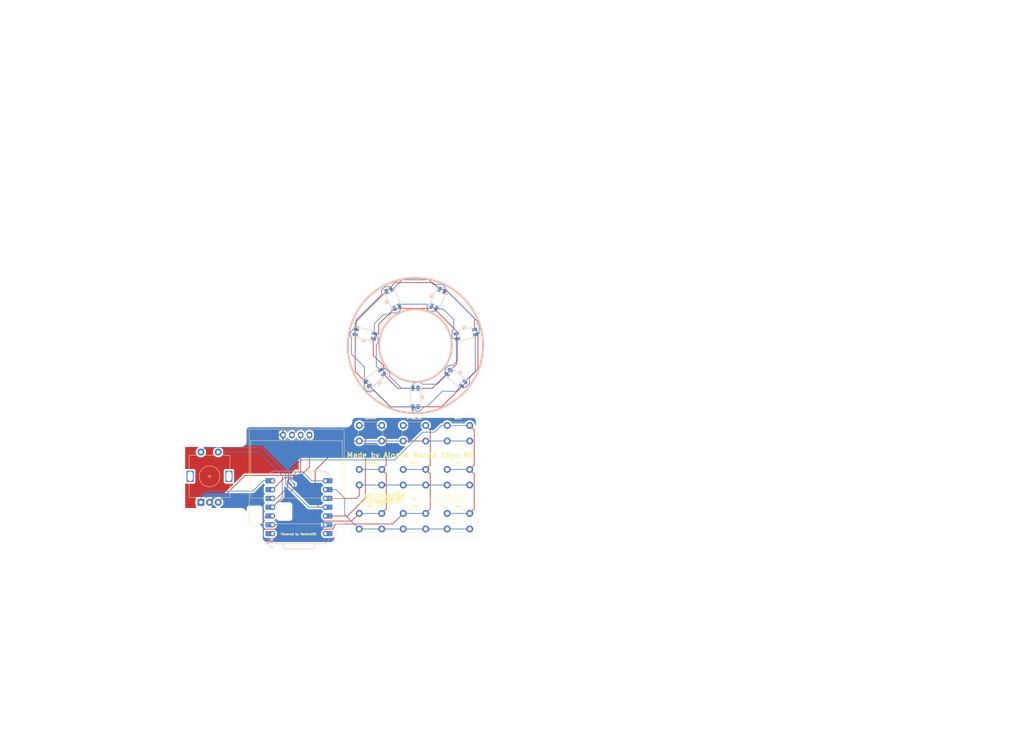
<source format=kicad_pcb>
(kicad_pcb (version 20241229) (generator "pcbnew") (generator_version "9.0")
  (layers (0 "F.Cu" signal) (2 "B.Cu" signal) (13 "F.Paste" user) (15 "B.Paste" user) (5 "F.SilkS" user "F.Silkscreen") (7 "B.SilkS" user "B.Silkscreen") (1 "F.Mask" user) (3 "B.Mask" user) (25 "Edge.Cuts" user))
  (net 0 "")
  (net 1 "Net-(D1-VDD)")
  (net 2 "Net-(D1-VSS)")
  (net 3 "Net-(D1-DOUT)")
  (net 4 "Net-(D1-DIN)")
  (net 5 "Row1")
  (net 6 "Colum3")
  (net 7 "Colum1")
  (net 8 "Row2")
  (net 9 "Colum2")
  (net 10 "GND")
  (net 11 "EC-A")
  (net 12 "EC-B")
  (net 13 "Row3")
  (net 14 "5V+")
  (net 15 "3v3")
  (net 16 "SCL")
  (net 17 "SDA")
  (footprint "libs:128x64OLED" (layer "F.Cu") (at 85.354475 133.416557)
    (property "Reference" "J1")
    (property "Value" "Conn_01x04")
  )
  (footprint "Rotary_Encoder:RotaryEncoder_Alps_EC11E-Switch_Vertical_H20mm" (layer "F.Cu") (at 58 142.24 90)
    (property "Reference" "SW1" (hide yes))
    (property "Value" "RotaryEncoder_Switch")
  )
  (footprint "Button_Switch_THT:SW_PUSH_6mm" (layer "F.Cu") (at 129.12 145.44)
    (property "Reference" "SW8")
    (property "Value" "SW_Push")
  )
  (footprint "Button_Switch_THT:SW_PUSH_6mm" (layer "F.Cu") (at 129.12 132.74)
    (property "Reference" "SW7")
    (property "Value" "SW_Push")
  )
  (footprint "Button_Switch_THT:SW_PUSH_6mm" (layer "F.Cu") (at 129.12 120.04)
    (property "Reference" "Back1")
    (property "Value" "SW_Push")
  )
  (footprint "Button_Switch_THT:SW_PUSH_6mm" (layer "F.Cu") (at 103.72 145.44)
    (property "Reference" "SW5")
    (property "Value" "SW_Push")
  )
  (footprint "Button_Switch_THT:SW_PUSH_6mm" (layer "F.Cu") (at 116.42 132.74)
    (property "Reference" "Enter1")
    (property "Value" "SW_Push")
  )
  (footprint "Button_Switch_THT:SW_PUSH_6mm" (layer "F.Cu") (at 103.72 120.04)
    (property "Reference" "Confirm1")
    (property "Value" "SW_Push")
  )
  (footprint "LOGO" (layer "F.Cu") (at 119.595 141.34)
    (property "Reference" "G***" (hide yes))
    (property "Value" "LOGO" (hide yes))
  )
  (footprint "Button_Switch_THT:SW_PUSH_6mm" (layer "F.Cu") (at 116.42 145.44)
    (property "Reference" "SW6")
    (property "Value" "SW_Push")
  )
  (footprint "Button_Switch_THT:SW_PUSH_6mm" (layer "F.Cu") (at 103.72 132.74)
    (property "Reference" "D-Pad_Right1")
    (property "Value" "SW_Push")
  )
  (footprint "Button_Switch_THT:SW_PUSH_6mm" (layer "F.Cu") (at 116.42 120.04)
    (property "Reference" "D-Pad_Up1")
    (property "Value" "SW_Push")
  )
  (footprint "libs:SK6812-MINI-E" (layer "B.Cu") (at 105.335276 93.664742 167.143)
    (property "Reference" "D1")
    (property "Value" "SK6812MINI" (hide yes))
    (fp_line (start 1.7 -1.5) (end -1.7 -1.5) (stroke (width 0.12)) (layer "Edge.Cuts"))
    (fp_line (start 1.9 1.3) (end 1.9 -1.3) (stroke (width 0.12)) (layer "Edge.Cuts"))
    (fp_line (start -1.9 -1.3) (end -1.9 1.3) (stroke (width 0.12)) (layer "Edge.Cuts"))
    (fp_line (start -1.7 1.5) (end 1.7 1.5) (stroke (width 0.12)) (layer "Edge.Cuts"))
    (fp_arc (start 1.7 -1.5) (mid 1.841421 -1.441421) (end 1.9 -1.3) (stroke (width 0.12)) (layer "Edge.Cuts"))
    (fp_arc (start 1.9 1.3) (mid 1.841421 1.441421) (end 1.7 1.5) (stroke (width 0.12)) (layer "Edge.Cuts"))
    (fp_arc (start -1.9 -1.3) (mid -1.841421 -1.441421) (end -1.7 -1.5) (stroke (width 0.12)) (layer "Edge.Cuts"))
    (fp_arc (start -1.7 1.5) (mid -1.841421 1.441421) (end -1.9 1.3) (stroke (width 0.12)) (layer "Edge.Cuts"))
  )
  (footprint "libs:SK6812-MINI-E" (layer "B.Cu") (at 119.948181 111.988689 -90)
    (property "Reference" "D1")
    (property "Value" "SK6812MINI" (hide yes))
    (fp_line (start -1.7 1.5) (end 1.7 1.5) (stroke (width 0.12)) (layer "Edge.Cuts"))
    (fp_line (start 1.9 1.3) (end 1.9 -1.3) (stroke (width 0.12)) (layer "Edge.Cuts"))
    (fp_line (start -1.9 -1.3) (end -1.9 1.3) (stroke (width 0.12)) (layer "Edge.Cuts"))
    (fp_line (start 1.7 -1.5) (end -1.7 -1.5) (stroke (width 0.12)) (layer "Edge.Cuts"))
    (fp_arc (start -1.7 1.5) (mid -1.841421 1.441421) (end -1.9 1.3) (stroke (width 0.12)) (layer "Edge.Cuts"))
    (fp_arc (start 1.9 1.3) (mid 1.841421 1.441421) (end 1.7 1.5) (stroke (width 0.12)) (layer "Edge.Cuts"))
    (fp_arc (start -1.9 -1.3) (mid -1.841421 -1.441421) (end -1.7 -1.5) (stroke (width 0.12)) (layer "Edge.Cuts"))
    (fp_arc (start 1.7 -1.5) (mid 1.841421 -1.441421) (end 1.9 -1.3) (stroke (width 0.12)) (layer "Edge.Cuts"))
  )
  (footprint "Seeed Studio XIAO Series Library:XIAO-ESP32C3-DIP" (layer "B.Cu") (at 86.438238 143.645395)
    (property "Reference" "U1")
    (property "Value" "XIAO-ESP32-C3-DIP")
  )
  (footprint "libs:SK6812-MINI-E" (layer "B.Cu") (at 113.444798 83.495671 115.714)
    (property "Reference" "D1")
    (property "Value" "SK6812MINI" (hide yes))
    (fp_line (start 1.7 -1.5) (end -1.7 -1.5) (stroke (width 0.12)) (layer "Edge.Cuts"))
    (fp_line (start -1.9 -1.3) (end -1.9 1.3) (stroke (width 0.12)) (layer "Edge.Cuts"))
    (fp_line (start 1.9 1.3) (end 1.9 -1.3) (stroke (width 0.12)) (layer "Edge.Cuts"))
    (fp_line (start -1.7 1.5) (end 1.7 1.5) (stroke (width 0.12)) (layer "Edge.Cuts"))
    (fp_arc (start 1.7 -1.5) (mid 1.841422 -1.441421) (end 1.9 -1.3) (stroke (width 0.12)) (layer "Edge.Cuts"))
    (fp_arc (start -1.9 -1.3) (mid -1.841421 -1.441421) (end -1.7 -1.5) (stroke (width 0.12)) (layer "Edge.Cuts"))
    (fp_arc (start 1.9 1.3) (mid 1.841421 1.441421) (end 1.7 1.5) (stroke (width 0.12)) (layer "Edge.Cuts"))
    (fp_arc (start -1.7 1.5) (mid -1.841422 1.441421) (end -1.9 1.3) (stroke (width 0.12)) (layer "Edge.Cuts"))
  )
  (footprint "libs:SK6812-MINI-E" (layer "B.Cu") (at 108.229578 106.345333 -141.428)
    (property "Reference" "D1")
    (property "Value" "SK6812MINI" (hide yes))
    (fp_line (start 1.9 1.3) (end 1.9 -1.300001) (stroke (width 0.12)) (layer "Edge.Cuts"))
    (fp_line (start 1.7 -1.5) (end -1.7 -1.5) (stroke (width 0.12)) (layer "Edge.Cuts"))
    (fp_line (start -1.7 1.5) (end 1.7 1.5) (stroke (width 0.12)) (layer "Edge.Cuts"))
    (fp_line (start -1.9 -1.3) (end -1.9 1.300001) (stroke (width 0.12)) (layer "Edge.Cuts"))
    (fp_arc (start 1.9 1.3) (mid 1.841421 1.441421) (end 1.7 1.5) (stroke (width 0.12)) (layer "Edge.Cuts"))
    (fp_arc (start 1.7 -1.5) (mid 1.841421 -1.441421) (end 1.9 -1.300001) (stroke (width 0.12)) (layer "Edge.Cuts"))
    (fp_arc (start -1.7 1.5) (mid -1.841421 1.441421) (end -1.9 1.300001) (stroke (width 0.12)) (layer "Edge.Cuts"))
    (fp_arc (start -1.9 -1.3) (mid -1.841421 -1.441421) (end -1.7 -1.5) (stroke (width 0.12)) (layer "Edge.Cuts"))
  )
  (footprint "libs:SK6812-MINI-E" (layer "B.Cu") (at 131.666814 106.345285 -38.571)
    (property "Reference" "D1")
    (property "Value" "SK6812MINI" (hide yes))
    (fp_line (start -1.699999 1.5) (end 1.7 1.5) (stroke (width 0.12)) (layer "Edge.Cuts"))
    (fp_line (start -1.899999 -1.3) (end -1.9 1.3) (stroke (width 0.12)) (layer "Edge.Cuts"))
    (fp_line (start 1.899999 1.3) (end 1.9 -1.3) (stroke (width 0.12)) (layer "Edge.Cuts"))
    (fp_line (start 1.699999 -1.5) (end -1.7 -1.5) (stroke (width 0.12)) (layer "Edge.Cuts"))
    (fp_arc (start -1.699999 1.5) (mid -1.841421 1.44142) (end -1.9 1.3) (stroke (width 0.12)) (layer "Edge.Cuts"))
    (fp_arc (start -1.899999 -1.3) (mid -1.841421 -1.44142) (end -1.7 -1.5) (stroke (width 0.12)) (layer "Edge.Cuts"))
    (fp_arc (start 1.899999 1.3) (mid 1.841421 1.44142) (end 1.7 1.5) (stroke (width 0.12)) (layer "Edge.Cuts"))
    (fp_arc (start 1.699999 -1.5) (mid 1.841421 -1.44142) (end 1.9 -1.3) (stroke (width 0.12)) (layer "Edge.Cuts"))
  )
  (footprint "libs:SK6812-MINI-E" (layer "B.Cu") (at 126.451502 83.495644 64.285)
    (property "Reference" "D1")
    (property "Value" "SK6812MINI" (hide yes))
    (fp_line (start -1.9 -1.3) (end -1.9 1.3) (stroke (width 0.12)) (layer "Edge.Cuts"))
    (fp_line (start 1.7 -1.500001) (end -1.7 -1.499999) (stroke (width 0.12)) (layer "Edge.Cuts"))
    (fp_line (start -1.7 1.500001) (end 1.7 1.499999) (stroke (width 0.12)) (layer "Edge.Cuts"))
    (fp_line (start 1.9 1.3) (end 1.9 -1.3) (stroke (width 0.12)) (layer "Edge.Cuts"))
    (fp_arc (start -1.9 -1.3) (mid -1.841421 -1.441421) (end -1.7 -1.499999) (stroke (width 0.12)) (layer "Edge.Cuts"))
    (fp_arc (start 1.7 -1.500001) (mid 1.841421 -1.441421) (end 1.9 -1.3) (stroke (width 0.12)) (layer "Edge.Cuts"))
    (fp_arc (start -1.7 1.500001) (mid -1.841421 1.441421) (end -1.9 1.3) (stroke (width 0.12)) (layer "Edge.Cuts"))
    (fp_arc (start 1.9 1.3) (mid 1.841421 1.441421) (end 1.7 1.499999) (stroke (width 0.12)) (layer "Edge.Cuts"))
  )
  (footprint "libs:SK6812-MINI-E" (layer "B.Cu") (at 134.561065 93.664683 12.857)
    (property "Reference" "D1")
    (property "Value" "SK6812MINI" (hide yes))
    (fp_line (start -1.9 -1.299999) (end -1.9 1.300001) (stroke (width 0.12)) (layer "Edge.Cuts"))
    (fp_line (start -1.699999 1.5) (end 1.7 1.5) (stroke (width 0.12)) (layer "Edge.Cuts"))
    (fp_line (start 1.699999 -1.5) (end -1.7 -1.5) (stroke (width 0.12)) (layer "Edge.Cuts"))
    (fp_line (start 1.9 1.299999) (end 1.9 -1.300001) (stroke (width 0.12)) (layer "Edge.Cuts"))
    (fp_arc (start -1.9 -1.299999) (mid -1.841421 -1.441421) (end -1.7 -1.5) (stroke (width 0.12)) (layer "Edge.Cuts"))
    (fp_arc (start -1.699999 1.5) (mid -1.841421 1.441421) (end -1.9 1.300001) (stroke (width 0.12)) (layer "Edge.Cuts"))
    (fp_arc (start 1.699999 -1.5) (mid 1.841421 -1.441421) (end 1.9 -1.300001) (stroke (width 0.12)) (layer "Edge.Cuts"))
    (fp_arc (start 1.9 1.299999) (mid 1.841421 1.441421) (end 1.7 1.5) (stroke (width 0.12)) (layer "Edge.Cuts"))
  )
  (gr_poly (pts (xy 136.346091 97.974916) (xy 136.345445 97.983133) (xy 136.34438 97.991148) (xy 136.342908 97.998956) (xy 136.341039 98.006552) (xy 136.338783 98.013932) (xy 136.336151 98.021092) (xy 136.333153 98.028026) (xy 136.329799 98.03473) (xy 136.326101 98.0412) (xy 136.322068 98.047432) (xy 136.317712 98.05342) (xy 136.313042 98.05916) (xy 136.308069 98.064647) (xy 136.302803 98.069878) (xy 136.297255 98.074847) (xy 136.291436 98.07955) (xy 136.285356 98.083983) (xy 136.279024 98.08814) (xy 136.272453 98.092018) (xy 136.265652 98.095612) (xy 136.258632 98.098917) (xy 136.251402 98.101929) (xy 136.243975 98.104642) (xy 136.236359 98.107054) (xy 136.228566 98.109159) (xy 136.220607 98.110952) (xy 136.21249 98.11243) (xy 136.204228 98.113587) (xy 136.19583 98.114419) (xy 136.187307 98.114922) (xy 136.178669 98.11509) (xy 136.177957 98.115068) (xy 136.177249 98.115003) (xy 136.176548 98.114896) (xy 136.175854 98.114748) (xy 136.175168 98.114561) (xy 136.174492 98.114337) (xy 136.173826 98.114076) (xy 136.173172 98.113781) (xy 136.172532 98.113451) (xy 136.171905 98.11309) (xy 136.171294 98.112698) (xy 136.170699 98.112277) (xy 136.170122 98.111828) (xy 136.169564 98.111353) (xy 136.169026 98.110852) (xy 136.168509 98.110328) (xy 136.168014 98.109781) (xy 136.167543 98.109213) (xy 136.167097 98.108626) (xy 136.166676 98.108021) (xy 136.166282 98.107399) (xy 136.165917 98.106761) (xy 136.16558 98.10611) (xy 136.165274 98.105446) (xy 136.165 98.104771) (xy 136.164759 98.104086) (xy 136.164551 98.103393) (xy 136.164379 98.102693) (xy 136.164243 98.101987) (xy 136.164144 98.101277) (xy 136.164084 98.100564) (xy 136.164064 98.09985) (xy 136.164064 97.84585) (xy 136.156603 97.846537) (xy 136.149341 97.847521) (xy 136.142281 97.848792) (xy 136.135426 97.850343) (xy 136.128778 97.852166) (xy 136.122339 97.854251) (xy 136.116112 97.85659) (xy 136.110099 97.859175) (xy 136.104303 97.861997) (xy 136.098726 97.865048) (xy 136.093371 97.868319) (xy 136.08824 97.871802) (xy 136.083335 97.875488) (xy 136.078659 97.879369) (xy 136.074215 97.883436) (xy 136.070005 97.887681) (xy 136.06603 97.892095) (xy 136.062295 97.89667) (xy 136.0588 97.901397) (xy 136.05555 97.906268) (xy 136.052545 97.911275) (xy 136.049789 97.916408) (xy 136.047283 97.921659) (xy 136.045031 97.927021) (xy 136.043035 97.932484) (xy 136.041297 97.93804) (xy 136.03982 97.94368) (xy 136.038606 97.949396) (xy 136.037657 97.95518) (xy 136.036976 97.961022) (xy 136.036566 97.966915) (xy 136.036429 97.97285) (xy 136.036649 97.98138) (xy 136.037297 97.989593) (xy 136.038354 97.997502) (xy 136.039802 98.005116) (xy 136.041622 98.012448) (xy 136.043796 98.019508) (xy 136.046304 98.026307) (xy 136.049129 98.032858) (xy 136.052251 98.03917) (xy 136.055653 98.045255) (xy 136.059314 98.051124) (xy 136.063218 98.056789) (xy 136.067345 98.062261) (xy 136.071676 98.06755) (xy 136.076194 98.072667) (xy 136.080879 98.077625) (xy 136.081348 98.078109) (xy 136.081799 98.078609) (xy 136.082232 98.079125) (xy 136.082645 98.079659) (xy 136.083035 98.080212) (xy 136.083402 98.080784) (xy 136.083742 98.081377) (xy 136.084054 98.081991) (xy 136.084336 98.082627) (xy 136.084587 98.083287) (xy 136.084805 98.083971) (xy 136.084987 98.08468) (xy 136.085131 98.085415) (xy 136.085237 98.086177) (xy 136.085302 98.086966) (xy 136.085324 98.087785) (xy 136.085306 98.088555) (xy 136.085251 98.089317) (xy 136.08516 98.090069) (xy 136.085035 98.09081) (xy 136.084876 98.09154) (xy 136.084684 98.092257) (xy 136.084459 98.09296) (xy 136.084203 98.093649) (xy 136.083916 98.094322) (xy 136.083599 98.094978) (xy 136.083254 98.095616) (xy 136.082879 98.096235) (xy 136.082478 98.096834) (xy 136.08205 98.097412) (xy 136.081596 98.097968) (xy 136.081117 98.098501) (xy 136.080614 98.099009) (xy 136.080088 98.099493) (xy 136.079539 98.09995) (xy 136.078968 98.10038) (xy 136.078376 98.100781) (xy 136.077764 98.101153) (xy 136.077133 98.101495) (xy 136.076484 98.101805) (xy 136.075816 98.102082) (xy 136.075132 98.102326) (xy 136.074432 98.102535) (xy 136.073717 98.102709) (xy 136.072987 98.102846) (xy 136.072243 98.102945) (xy 136.071487 98.103005) (xy 136.070719 98.103025) (xy 136.070116 98.10301) (xy 136.0695 98.102963) (xy 136.06887 98.102883) (xy 136.068229 98.102767) (xy 136.067576 98.102614) (xy 136.066913 98.102422) (xy 136.06624 98.10219) (xy 136.06556 98.101914) (xy 136.064871 98.101594) (xy 136.064177 98.101227) (xy 136.063477 98.100812) (xy 136.062772 98.100346) (xy 136.062063 98.099829) (xy 136.061352 98.099257) (xy 136.060638 98.09863) (xy 136.059924 98.097945) (xy 136.0541 98.091936) (xy 136.048544 98.085796) (xy 136.04327 98.0795) (xy 136.038294 98.073021) (xy 136.033631 98.066335) (xy 136.029295 98.059414) (xy 136.025302 98.052232) (xy 136.021665 98.044764) (xy 136.018401 98.036983) (xy 136.015524 98.028864) (xy 136.013048 98.02038) (xy 136.010989 98.011506) (xy 136.009362 98.002215) (xy 136.008181 97.992481) (xy 136.007462 97.982278) (xy 136.007219 97.97158) (xy 136.007417 97.963638) (xy 136.008007 97.955775) (xy 136.008982 97.948001) (xy 136.010336 97.940329) (xy 136.012062 97.932769) (xy 136.014155 97.925333) (xy 136.016607 97.918032) (xy 136.019413 97.910878) (xy 136.022566 97.903882) (xy 136.026059 97.897056) (xy 136.029886 97.890411) (xy 136.034042 97.883958) (xy 136.038518 97.877708) (xy 136.04331 97.871674) (xy 136.04841 97.865866) (xy 136.053812 97.860296) (xy 136.05951 97.854976) (xy 136.065498 97.849916) (xy 136.071768 97.845128) (xy 136.078315 97.840624) (xy 136.085133 97.836414) (xy 136.092214 97.832511) (xy 136.099553 97.828926) (xy 136.107142 97.825669) (xy 136.114976 97.822753) (xy 136.123049 97.820189) (xy 136.131353 97.817988) (xy 136.139883 97.816161) (xy 136.148632 97.814721) (xy 136.157594 97.813678) (xy 136.166761 97.813044) (xy 136.176129 97.81283) (xy 136.177399 97.81283) (xy 136.186152 97.813022) (xy 136.192004 97.813409) (xy 136.192004 97.84585) (xy 136.192004 98.081435) (xy 136.204194 98.080214) (xy 136.216185 98.078213) (xy 136.227894 98.075427) (xy 136.239242 98.071851) (xy 136.250147 98.067478) (xy 136.260528 98.062303) (xy 136.265497 98.059414) (xy 136.270305 98.056321) (xy 136.274941 98.053026) (xy 136.279396 98.049526) (xy 136.283659 98.045822) (xy 136.28772 98.041913) (xy 136.29157 98.037797) (xy 136.295198 98.033475) (xy 136.298593 98.028946) (xy 136.301747 98.024208) (xy 136.304648 98.019261) (xy 136.307286 98.014105) (xy 136.309652 98.008739) (xy 136.311736 98.003162) (xy 136.313526 97.997373) (xy 136.315014 97.991372) (xy 136.316189 97.985158) (xy 136.317041 97.97873) (xy 136.317559 97.972088) (xy 136.317734 97.96523) (xy 136.317577 97.959261) (xy 136.31711 97.953383) (xy 136.316341 97.947601) (xy 136.315275 97.941921) (xy 136.313919 97.936348) (xy 136.31228 97.930887) (xy 136.310365 97.925544) (xy 136.308179 97.920324) (xy 136.305731 97.915232) (xy 136.303026 97.910274) (xy 136.30007 97.905455) (xy 136.296872 97.90078) (xy 136.293437 97.896255) (xy 136.289772 97.891885) (xy 136.285883 97.887676) (xy 136.281777 97.883633) (xy 136.277461 97.87976) (xy 136.272942 97.876064) (xy 136.268225 97.87255) (xy 136.263319 97.869224) (xy 136.258228 97.866089) (xy 136.252961 97.863153) (xy 136.247523 97.86042) (xy 136.241921 97.857895) (xy 136.236162 97.855585) (xy 136.230252 97.853493) (xy 136.224199 97.851627) (xy 136.218008 97.84999) (xy 136.211686 97.848589) (xy 136.205241 97.847428) (xy 136.198678 97.846513) (xy 136.192004 97.84585) (xy 136.192004 97.813409) (xy 136.194783 97.813593) (xy 136.203283 97.814535) (xy 136.211639 97.815839) (xy 136.219844 97.817498) (xy 136.227885 97.819502) (xy 136.235754 97.821845) (xy 136.243439 97.824518) (xy 136.250931 97.827513) (xy 136.258219 97.830821) (xy 136.265293 97.834435) (xy 136.272143 97.838347) (xy 136.278759 97.842547) (xy 136.285129 97.847029) (xy 136.291246 97.851784) (xy 136.297097 97.856804) (xy 136.302672 97.86208) (xy 136.307962 97.867605) (xy 136.312956 97.873371) (xy 136.317645 97.879369) (xy 136.322017 97.885591) (xy 136.326062 97.892029) (xy 136.329771 97.898675) (xy 136.333133 97.90552) (xy 136.336137 97.912558) (xy 136.338775 97.919778) (xy 136.341034 97.927174) (xy 136.342906 97.934738) (xy 136.344379 97.94246) (xy 136.345445 97.950333) (xy 136.346091 97.95835) (xy 136.346309 97.9665)) (fill yes) (layer "F.SilkS"))
  (gr_poly (pts (xy 136.48091 99.44048) (xy 136.480855 99.441296) (xy 136.480764 99.442098) (xy 136.480638 99.442887) (xy 136.480476 99.443661) (xy 136.48028 99.444419) (xy 136.480051 99.44516) (xy 136.479788 99.445883) (xy 136.479493 99.446588) (xy 136.479166 99.447274) (xy 136.478807 99.447939) (xy 136.478418 99.448582) (xy 136.477998 99.449203) (xy 136.477549 99.449801) (xy 136.47707 99.450375) (xy 136.476563 99.450924) (xy 136.476029 99.451446) (xy 136.475467 99.451942) (xy 136.474878 99.45241) (xy 136.474263 99.452848) (xy 136.473622 99.453258) (xy 136.472957 99.453636) (xy 136.472267 99.453983) (xy 136.471553 99.454297) (xy 136.470816 99.454578) (xy 136.470056 99.454824) (xy 136.469274 99.455035) (xy 136.468471 99.45521) (xy 136.467647 99.455347) (xy 136.466802 99.455447) (xy 136.465938 99.455507) (xy 136.465054 99.455527) (xy 136.266299 99.455527) (xy 136.274209 99.460925) (xy 136.281952 99.466649) (xy 136.289481 99.472713) (xy 136.296749 99.479132) (xy 136.303708 99.485919) (xy 136.310311 99.493088) (xy 136.31651 99.500654) (xy 136.322258 99.508629) (xy 136.324948 99.512775) (xy 136.327508 99.517029) (xy 136.329931 99.521393) (xy 136.332211 99.525867) (xy 136.334343 99.530455) (xy 136.336321 99.535158) (xy 136.338139 99.539976) (xy 136.33979 99.544914) (xy 136.34127 99.549971) (xy 136.342571 99.55515) (xy 136.343689 99.560452) (xy 136.344616 99.56588) (xy 136.345348 99.571434) (xy 136.345878 99.577118) (xy 136.3462 99.582932) (xy 136.346309 99.588878) (xy 136.346125 99.596201) (xy 136.345577 99.603517) (xy 136.344668 99.610812) (xy 136.343402 99.618069) (xy 136.341782 99.625275) (xy 136.339813 99.632414) (xy 136.337497 99.639472) (xy 136.334839 99.646434) (xy 136.331843 99.653286) (xy 136.328512 99.660012) (xy 136.324849 99.666598) (xy 136.320859 99.673029) (xy 136.316546 99.67929) (xy 136.311912 99.685366) (xy 136.306963 99.691244) (xy 136.3017 99.696907) (xy 136.296129 99.702341) (xy 136.290253 99.707532) (xy 136.284075 99.712465) (xy 136.2776 99.717124) (xy 136.270831 99.721495) (xy 136.263771 99.725564) (xy 136.256426 99.729315) (xy 136.248797 99.732735) (xy 136.240889 99.735807) (xy 136.232706 99.738517) (xy 136.224251 99.740851) (xy 136.215529 99.742794) (xy 136.206542 99.744331) (xy 136.197295 99.745447) (xy 136.187791 99.746127) (xy 136.178034 99.746357) (xy 136.176764 99.746357) (xy 136.167003 99.746127) (xy 136.157489 99.745447) (xy 136.148225 99.744331) (xy 136.139215 99.742794) (xy 136.130463 99.740851) (xy 136.121975 99.738517) (xy 136.113753 99.735807) (xy 136.105803 99.732735) (xy 136.098128 99.729315) (xy 136.090732 99.725564) (xy 136.08362 99.721495) (xy 136.076796 99.717124) (xy 136.070264 99.712465) (xy 136.064029 99.707532) (xy 136.058093 99.702341) (xy 136.052463 99.696907) (xy 136.047141 99.691244) (xy 136.042132 99.685366) (xy 136.037441 99.67929) (xy 136.03307 99.673029) (xy 136.029026 99.666598) (xy 136.025311 99.660012) (xy 136.02193 99.653286) (xy 136.018887 99.646434) (xy 136.016187 99.639472) (xy 136.013833 99.632414) (xy 136.011829 99.625275) (xy 136.010181 99.618069) (xy 136.008891 99.610812) (xy 136.007965 99.603517) (xy 136.007406 99.596201) (xy 136.007219 99.588878) (xy 136.007326 99.582872) (xy 136.007643 99.576999) (xy 136.008881 99.565645) (xy 136.010886 99.554805) (xy 136.013609 99.544467) (xy 136.017001 99.53462) (xy 136.021015 99.525254) (xy 136.025602 99.516355) (xy 136.030714 99.507915) (xy 136.036302 99.499921) (xy 136.042318 99.492362) (xy 136.048713 99.485228) (xy 136.055439 99.478507) (xy 136.062449 99.472187) (xy 136.069692 99.466258) (xy 136.077122 99.460708) (xy 136.084689 99.455527) (xy 136.028174 99.455527) (xy 136.027346 99.455509) (xy 136.026531 99.455454) (xy 136.025728 99.455363) (xy 136.024939 99.455237) (xy 136.024166 99.455077) (xy 136.023408 99.454883) (xy 136.022667 99.454656) (xy 136.021943 99.454396) (xy 136.021238 99.454105) (xy 136.020553 99.453783) (xy 136.019888 99.453431) (xy 136.019244 99.453049) (xy 136.018623 99.452639) (xy 136.018025 99.4522) (xy 136.017451 99.451734) (xy 136.016903 99.451241) (xy 136.01638 99.450722) (xy 136.015885 99.450178) (xy 136.015417 99.449609) (xy 136.014978 99.449016) (xy 136.014569 99.4484) (xy 136.01419 99.447761) (xy 136.013844 99.447101) (xy 136.013529 99.446419) (xy 136.013249 99.445717) (xy 136.013002 99.444995) (xy 136.012791 99.444254) (xy 136.012617 99.443495) (xy 136.012479 99.442718) (xy 136.01238 99.441924) (xy 136.012319 99.441113) (xy 136.012299 99.440287) (xy 136.012319 99.43946) (xy 136.01238 99.438644) (xy 136.012479 99.437842) (xy 136.012617 99.437053) (xy 136.012791 99.436279) (xy 136.013002 99.435521) (xy 136.013249 99.43478) (xy 136.013529 99.434057) (xy 136.013844 99.433352) (xy 136.01419 99.432666) (xy 136.014569 99.432001) (xy 136.014978 99.431358) (xy 136.015417 99.430737) (xy 136.015885 99.430139) (xy 136.01638 99.429565) (xy 136.016903 99.429016) (xy 136.017451 99.428494) (xy 136.018025 99.427998) (xy 136.018623 99.42753) (xy 136.019244 99.427091) (xy 136.019888 99.426682) (xy 136.020553 99.426304) (xy 136.021238 99.425957) (xy 136.021943 99.425643) (xy 136.022667 99.425362) (xy 136.023408 99.425116) (xy 136.024166 99.424905) (xy 136.024939 99.42473) (xy 136.025728 99.424593) (xy 136.026531 99.424493) (xy 136.027346 99.424433) (xy 136.028174 99.424413) (xy 136.177399 99.424413) (xy 136.177399 99.453622) (xy 136.176129 99.453622) (xy 136.168411 99.45381) (xy 136.160859 99.454366) (xy 136.153477 99.455279) (xy 136.14627 99.456537) (xy 136.139245 99.458129) (xy 136.132406 99.460043) (xy 136.125758 99.462269) (xy 136.119306 99.464794) (xy 136.113057 99.467608) (xy 136.107015 99.470699) (xy 136.101185 99.474055) (xy 136.095572 99.477666) (xy 136.090182 99.481519) (xy 136.085021 99.485603) (xy 136.080092 99.489908) (xy 136.075402 99.494421) (xy 136.070956 99.499132) (xy 136.066758 99.504028) (xy 136.062815 99.509098) (xy 136.059132 99.514332) (xy 136.055712 99.519717) (xy 136.052563 99.525243) (xy 136.049689 99.530897) (xy 136.047095 99.536668) (xy 136.044787 99.542546) (xy 136.042769 99.548519) (xy 136.041048 99.554574) (xy 136.039628 99.560702) (xy 136.038514 99.56689) (xy 136.037712 99.573127) (xy 136.037227 99.579401) (xy 136.037064 99.585702) (xy 136.037214 99.592268) (xy 136.037663 99.598744) (xy 136.038407 99.605123) (xy 136.039444 99.611396) (xy 136.040771 99.617557) (xy 136.042384 99.623596) (xy 136.044282 99.629507) (xy 136.04646 99.635282) (xy 136.048917 99.640913) (xy 136.051648 99.646391) (xy 136.054652 99.65171) (xy 136.057926 99.656861) (xy 136.061466 99.661837) (xy 136.06527 99.66663) (xy 136.069334 99.671231) (xy 136.073656 99.675634) (xy 136.078233 99.679831) (xy 136.083062 99.683813) (xy 136.08814 99.687574) (xy 136.093464 99.691104) (xy 136.099031 99.694397) (xy 136.104839 99.697444) (xy 136.110884 99.700238) (xy 136.117163 99.702771) (xy 136.123675 99.705035) (xy 136.130414 99.707022) (xy 136.13738 99.708726) (xy 136.144569 99.710137) (xy 136.151977 99.711248) (xy 136.159603 99.712051) (xy 136.167443 99.712538) (xy 136.175494 99.712703) (xy 136.176764 99.712703) (xy 136.184651 99.712531) (xy 136.192355 99.712023) (xy 136.199872 99.711187) (xy 136.207197 99.710032) (xy 136.214325 99.708569) (xy 136.221253 99.706805) (xy 136.227976 99.70475) (xy 136.234489 99.702414) (xy 136.240789 99.699805) (xy 136.24687 99.696932) (xy 136.252728 99.693806) (xy 136.258359 99.690434) (xy 136.263758 99.686827) (xy 136.268922 99.682993) (xy 136.273845 99.678942) (xy 136.278523 99.674682) (xy 136.282952 99.670223) (xy 136.287127 99.665575) (xy 136.291044 99.660745) (xy 136.294698 99.655745) (xy 136.298085 99.650582) (xy 136.301201 99.645265) (xy 136.304042 99.639805) (xy 136.306602 99.63421) (xy 136.308877 99.62849) (xy 136.310863 99.622653) (xy 136.312556 99.616709) (xy 136.313951 99.610667) (xy 136.315044 99.604536) (xy 136.31583 99.598326) (xy 136.316305 99.592045) (xy 136.316464 99.585702) (xy 136.316299 99.579401) (xy 136.315809 99.573127) (xy 136.314999 99.56689) (xy 136.313874 99.560702) (xy 136.312441 99.554574) (xy 136.310704 99.548519) (xy 136.30867 99.542546) (xy 136.306344 99.536668) (xy 136.303731 99.530897) (xy 136.300837 99.525243) (xy 136.297668 99.519717) (xy 136.294229 99.514332) (xy 136.290526 99.509098) (xy 136.286564 99.504028) (xy 136.28235 99.499132) (xy 136.277888 99.494421) (xy 136.273184 99.489908) (xy 136.268244 99.485603) (xy 136.263073 99.481519) (xy 136.257677 99.477666) (xy 136.252061 99.474055) (xy 136.246232 99.470699) (xy 136.240194 99.467608) (xy 136.233954 99.464794) (xy 136.227516 99.462269) (xy 136.220887 99.460043) (xy 136.214071 99.458129) (xy 136.207075 99.456537) (xy 136.199905 99.455279) (xy 136.192565 99.454366) (xy 136.185061 99.45381) (xy 136.177399 99.453622) (xy 136.177399 99.424413) (xy 136.465054 99.424413) (xy 136.465938 99.424431) (xy 136.466802 99.424486) (xy 136.467647 99.424577) (xy 136.468471 99.424703) (xy 136.469274 99.424863) (xy 136.470056 99.425057) (xy 136.470816 99.425284) (xy 136.471553 99.425544) (xy 136.472267 99.425835) (xy 136.472957 99.426157) (xy 136.473622 99.426509) (xy 136.474263 99.426891) (xy 136.474878 99.427301) (xy 136.475467 99.42774) (xy 136.476029 99.428206) (xy 136.476563 99.428699) (xy 136.47707 99.429218) (xy 136.477549 99.429762) (xy 136.477998 99.430331) (xy 136.478418 99.430924) (xy 136.478807 99.43154) (xy 136.479166 99.432179) (xy 136.479493 99.432839) (xy 136.479788 99.433521) (xy 136.480051 99.434223) (xy 136.48028 99.434945) (xy 136.480476 99.435686) (xy 136.480638 99.436445) (xy 136.480764 99.437222) (xy 136.480855 99.438016) (xy 136.48091 99.438827) (xy 136.480929 99.439652)) (fill yes) (layer "F.SilkS"))
  (gr_poly (pts (xy 124.090519 84.884517) (xy 126.063354 80.787868) (xy 128.809509 82.110342) (xy 126.836674 86.206991)) (stroke (width 0.1)) (fill no) (layer "F.SilkS"))
  (gr_poly (pts (xy 136.48091 99.100782) (xy 136.480855 99.101597) (xy 136.480764 99.1024) (xy 136.480638 99.103189) (xy 136.480476 99.103962) (xy 136.48028 99.10472) (xy 136.480051 99.105461) (xy 136.479788 99.106185) (xy 136.479493 99.10689) (xy 136.479166 99.107575) (xy 136.478807 99.10824) (xy 136.478418 99.108884) (xy 136.477998 99.109505) (xy 136.477549 99.110103) (xy 136.47707 99.110677) (xy 136.476563 99.111225) (xy 136.476029 99.111748) (xy 136.475467 99.112243) (xy 136.474878 99.112711) (xy 136.474263 99.11315) (xy 136.473622 99.113559) (xy 136.472957 99.113938) (xy 136.472267 99.114284) (xy 136.471553 99.114599) (xy 136.470816 99.114879) (xy 136.470056 99.115126) (xy 136.469274 99.115337) (xy 136.468471 99.115511) (xy 136.467647 99.115649) (xy 136.466802 99.115748) (xy 136.465938 99.115809) (xy 136.465054 99.115829) (xy 136.028174 99.115829) (xy 136.02729 99.11581) (xy 136.026426 99.115755) (xy 136.025581 99.115665) (xy 136.024757 99.115539) (xy 136.023954 99.115378) (xy 136.023172 99.115184) (xy 136.022412 99.114957) (xy 136.021675 99.114698) (xy 136.020961 99.114407) (xy 136.020271 99.114085) (xy 136.019606 99.113733) (xy 136.018965 99.113351) (xy 136.01835 99.11294) (xy 136.017761 99.112502) (xy 136.017199 99.112036) (xy 136.016665 99.111543) (xy 136.016158 99.111024) (xy 136.015679 99.110479) (xy 136.01523 99.10991) (xy 136.01481 99.109318) (xy 136.014421 99.108701) (xy 136.014062 99.108063) (xy 136.013735 99.107402) (xy 136.01344 99.106721) (xy 136.013177 99.106018) (xy 136.012948 99.105296) (xy 136.012752 99.104555) (xy 136.01259 99.103796) (xy 136.012464 99.103019) (xy 136.012373 99.102225) (xy 136.012318 99.101415) (xy 136.012299 99.100589) (xy 136.012318 99.099761) (xy 136.012373 99.098946) (xy 136.012464 99.098143) (xy 136.01259 99.097354) (xy 136.012752 99.096581) (xy 136.012948 99.095823) (xy 136.013177 99.095081) (xy 136.01344 99.094358) (xy 136.013735 99.093653) (xy 136.014062 99.092968) (xy 136.014421 99.092303) (xy 136.01481 99.091659) (xy 136.01523 99.091038) (xy 136.015679 99.09044) (xy 136.016158 99.089866) (xy 136.016665 99.089318) (xy 136.017199 99.088795) (xy 136.017761 99.088299) (xy 136.01835 99.087832) (xy 136.018965 99.087393) (xy 136.019606 99.086984) (xy 136.020271 99.086605) (xy 136.020961 99.086259) (xy 136.021675 99.085944) (xy 136.022412 99.085664) (xy 136.023172 99.085417) (xy 136.023954 99.085206) (xy 136.024757 99.085031) (xy 136.025581 99.084894) (xy 136.026426 99.084795) (xy 136.02729 99.084734) (xy 136.028174 99.084714) (xy 136.087229 99.084714) (xy 136.079319 99.079317) (xy 136.071576 99.073593) (xy 136.064047 99.067529) (xy 136.056779 99.06111) (xy 136.04982 99.054323) (xy 136.043217 99.047153) (xy 136.037018 99.039588) (xy 136.03127 99.031612) (xy 136.02858 99.027466) (xy 136.02602 99.023212) (xy 136.023597 99.018849) (xy 136.021317 99.014374) (xy 136.019185 99.009786) (xy 136.017207 99.005084) (xy 136.015389 99.000265) (xy 136.013738 98.995328) (xy 136.012258 98.990271) (xy 136.010957 98.985092) (xy 136.009839 98.979789) (xy 136.008912 98.974362) (xy 136.00818 98.968807) (xy 136.00765 98.963124) (xy 136.007328 98.95731) (xy 136.007219 98.951364) (xy 136.007403 98.94404) (xy 136.007951 98.936724) (xy 136.00886 98.92943) (xy 136.010126 98.922173) (xy 136.011746 98.914967) (xy 136.013715 98.907828) (xy 136.016031 98.900769) (xy 136.018689 98.893807) (xy 136.021685 98.886956) (xy 136.025016 98.88023) (xy 136.028679 98.873644) (xy 136.032669 98.867213) (xy 136.036982 98.860952) (xy 136.041616 98.854875) (xy 136.046565 98.848998) (xy 136.051828 98.843335) (xy 136.057399 98.8379) (xy 136.063275 98.832709) (xy 136.069453 98.827777) (xy 136.075928 98.823118) (xy 136.082697 98.818746) (xy 136.089757 98.814677) (xy 136.097103 98.810926) (xy 136.104731 98.807507) (xy 136.112639 98.804434) (xy 136.120822 98.801724) (xy 136.129277 98.79939) (xy 136.137999 98.797447) (xy 136.146986 98.79591) (xy 136.156233 98.794794) (xy 136.165737 98.794114) (xy 136.175494 98.793884) (xy 136.176764 98.793884) (xy 136.178034 98.793914) (xy 136.178034 98.827539) (xy 136.176764 98.827539) (xy 136.168877 98.82771) (xy 136.161173 98.828219) (xy 136.153656 98.829055) (xy 136.146331 98.830209) (xy 136.139203 98.831673) (xy 136.132275 98.833437) (xy 136.125552 98.835491) (xy 136.119039 98.837828) (xy 136.112739 98.840437) (xy 136.106658 98.843309) (xy 136.1008 98.846436) (xy 136.095169 98.849807) (xy 136.08977 98.853415) (xy 136.084606 98.857249) (xy 136.079683 98.8613) (xy 136.075005 98.86556) (xy 136.070577 98.870018) (xy 136.066401 98.874667) (xy 136.062485 98.879496) (xy 136.05883 98.884497) (xy 136.055443 98.88966) (xy 136.052327 98.894976) (xy 136.049486 98.900436) (xy 136.046926 98.906031) (xy 136.044651 98.911751) (xy 136.042665 98.917588) (xy 136.040972 98.923532) (xy 136.039577 98.929574) (xy 136.038484 98.935705) (xy 136.037698 98.941916) (xy 136.037223 98.948197) (xy 136.037064 98.954539) (xy 136.037229 98.96084) (xy 136.037719 98.967115) (xy 136.038529 98.973352) (xy 136.039654 98.97954) (xy 136.041087 98.985667) (xy 136.042824 98.991723) (xy 136.044858 98.997695) (xy 136.047184 99.003573) (xy 136.049797 99.009345) (xy 136.052691 99.014999) (xy 136.05586 99.020524) (xy 136.059299 99.025909) (xy 136.063002 99.031143) (xy 136.066964 99.036214) (xy 136.071178 99.04111) (xy 136.07564 99.04582) (xy 136.080344 99.050333) (xy 136.085284 99.054638) (xy 136.090455 99.058722) (xy 136.095851 99.062576) (xy 136.101467 99.066186) (xy 136.107296 99.069542) (xy 136.113334 99.072633) (xy 136.119574 99.075447) (xy 136.126012 99.077972) (xy 136.132641 99.080198) (xy 136.139457 99.082112) (xy 136.146453 99.083704) (xy 136.153623 99.084962) (xy 136.160963 99.085875) (xy 136.168467 99.086431) (xy 136.176129 99.086619) (xy 136.177399 99.086619) (xy 136.185117 99.086431) (xy 136.192669 99.085875) (xy 136.200051 99.084962) (xy 136.207258 99.083704) (xy 136.214283 99.082112) (xy 136.221122 99.080198) (xy 136.22777 99.077972) (xy 136.234222 99.075447) (xy 136.240471 99.072633) (xy 136.246513 99.069542) (xy 136.252343 99.066186) (xy 136.257956 99.062576) (xy 136.263346 99.058722) (xy 136.268507 99.054638) (xy 136.273436 99.050333) (xy 136.278126 99.04582) (xy 136.282572 99.04111) (xy 136.28677 99.036214) (xy 136.290713 99.031143) (xy 136.294397 99.025909) (xy 136.297816 99.020524) (xy 136.300965 99.014999) (xy 136.303839 99.009345) (xy 136.306433 99.003573) (xy 136.308741 98.997695) (xy 136.310759 98.991723) (xy 136.31248 98.985667) (xy 136.3139 98.97954) (xy 136.315014 98.973352) (xy 136.315816 98.967115) (xy 136.316301 98.96084) (xy 136.316464 98.954539) (xy 136.316314 98.947973) (xy 136.315865 98.941497) (xy 136.315121 98.935118) (xy 136.314084 98.928845) (xy 136.312757 98.922685) (xy 136.311144 98.916645) (xy 136.309246 98.910734) (xy 136.307068 98.904959) (xy 136.304611 98.899329) (xy 136.30188 98.89385) (xy 136.298876 98.888532) (xy 136.295602 98.883381) (xy 136.292062 98.878405) (xy 136.288258 98.873612) (xy 136.284194 98.86901) (xy 136.279872 98.864607) (xy 136.275295 98.86041) (xy 136.270466 98.856428) (xy 136.265388 98.852668) (xy 136.260064 98.849138) (xy 136.254497 98.845845) (xy 136.248689 98.842798) (xy 136.242644 98.840004) (xy 136.236365 98.837471) (xy 136.229854 98.835207) (xy 136.223114 98.833219) (xy 136.216148 98.831516) (xy 136.208959 98.830105) (xy 136.201551 98.828994) (xy 136.193925 98.828191) (xy 136.186085 98.827703) (xy 136.178034 98.827539) (xy 136.178034 98.793914) (xy 136.186525 98.794114) (xy 136.196039 98.794794) (xy 136.205303 98.79591) (xy 136.214313 98.797447) (xy 136.223065 98.79939) (xy 136.231553 98.801724) (xy 136.239775 98.804434) (xy 136.247725 98.807507) (xy 136.2554 98.810926) (xy 136.262796 98.814677) (xy 136.269908 98.818746) (xy 136.276732 98.823118) (xy 136.283264 98.827777) (xy 136.289499 98.832709) (xy 136.295435 98.8379) (xy 136.301065 98.843335) (xy 136.306387 98.848998) (xy 136.311396 98.854875) (xy 136.316087 98.860952) (xy 136.320458 98.867213) (xy 136.324502 98.873644) (xy 136.328217 98.88023) (xy 136.331598 98.886956) (xy 136.334641 98.893807) (xy 136.337341 98.900769) (xy 136.339695 98.907828) (xy 136.341699 98.914967) (xy 136.343347 98.922173) (xy 136.344637 98.92943) (xy 136.345563 98.936724) (xy 136.346122 98.94404) (xy 136.346309 98.951364) (xy 136.346202 98.957369) (xy 136.345885 98.963242) (xy 136.344647 98.974596) (xy 136.342642 98.985436) (xy 136.339919 98.995774) (xy 136.336527 99.005621) (xy 136.332513 99.014988) (xy 136.327926 99.023886) (xy 136.322814 99.032326) (xy 136.317226 99.04032) (xy 136.31121 99.047879) (xy 136.304815 99.055014) (xy 136.298089 99.061735) (xy 136.29108 99.068055) (xy 136.283836 99.073983) (xy 136.276406 99.079533) (xy 136.268839 99.084714) (xy 136.465054 99.084714) (xy 136.465938 99.084732) (xy 136.466802 99.084787) (xy 136.467647 99.084878) (xy 136.468471 99.085004) (xy 136.469274 99.085165) (xy 136.470056 99.085359) (xy 136.470816 99.085586) (xy 136.471553 99.085845) (xy 136.472267 99.086136) (xy 136.472957 99.086458) (xy 136.473622 99.08681) (xy 136.474263 99.087192) (xy 136.474878 99.087603) (xy 136.475467 99.088041) (xy 136.476029 99.088507) (xy 136.476563 99.089) (xy 136.47707 99.089519) (xy 136.477549 99.090063) (xy 136.477998 99.090632) (xy 136.478418 99.091225) (xy 136.478807 99.091841) (xy 136.479166 99.09248) (xy 136.479493 99.093141) (xy 136.479788 99.093822) (xy 136.480051 99.094524) (xy 136.48028 99.095246) (xy 136.480476 99.095987) (xy 136.480638 99.096747) (xy 136.480764 99.097524) (xy 136.480855 99.098318) (xy 136.48091 99.099128) (xy 136.480929 99.099954)) (fill yes) (layer "F.SilkS"))
  (gr_poly (pts (xy 113.058616 86.207512) (xy 111.085767 82.11087) (xy 113.831918 80.788387) (xy 115.804766 84.885029)) (stroke (width 0.1)) (fill no) (layer "F.SilkS"))
  (gr_poly (pts (xy 136.343747 98.36806) (xy 136.343681 98.36893) (xy 136.343573 98.369783) (xy 136.343423 98.370619) (xy 136.343233 98.371436) (xy 136.343003 98.372235) (xy 136.342735 98.373014) (xy 136.34243 98.373773) (xy 136.342088 98.37451) (xy 136.341711 98.375225) (xy 136.3413 98.375916) (xy 136.340856 98.376584) (xy 136.340379 98.377228) (xy 136.339872 98.377845) (xy 136.339335 98.378437) (xy 136.338768 98.379001) (xy 136.338174 98.379538) (xy 136.337553 98.380046) (xy 136.336906 98.380524) (xy 136.336235 98.380972) (xy 136.335539 98.381389) (xy 136.334821 98.381774) (xy 136.334082 98.382126) (xy 136.333321 98.382444) (xy 136.332541 98.382728) (xy 136.331743 98.382977) (xy 136.330928 98.38319) (xy 136.330095 98.383366) (xy 136.329248 98.383504) (xy 136.328386 98.383604) (xy 136.327511 98.383664) (xy 136.326624 98.383685) (xy 136.325794 98.383666) (xy 136.324973 98.383611) (xy 136.324162 98.383519) (xy 136.323361 98.383392) (xy 136.322572 98.383229) (xy 136.321795 98.383032) (xy 136.321032 98.3828) (xy 136.320284 98.382534) (xy 136.319552 98.382234) (xy 136.318836 98.381902) (xy 136.318139 98.381537) (xy 136.31746 98.38114) (xy 136.316801 98.380711) (xy 136.316164 98.380251) (xy 136.315548 98.37976) (xy 136.314956 98.37924) (xy 136.314388 98.378689) (xy 136.313845 98.378109) (xy 136.313328 98.3775) (xy 136.312839 98.376863) (xy 136.312378 98.376198) (xy 136.311946 98.375506) (xy 136.311545 98.374786) (xy 136.311176 98.374041) (xy 136.310839 98.373269) (xy 136.310535 98.372471) (xy 136.310266 98.371648) (xy 136.310033 98.370801) (xy 136.309837 98.36993) (xy 136.309679 98.369034) (xy 136.309559 98.368116) (xy 136.309479 98.367175) (xy 136.308751 98.360767) (xy 136.307758 98.354411) (xy 136.306498 98.348116) (xy 136.30497 98.341891) (xy 136.303171 98.335748) (xy 136.301102 98.329695) (xy 136.29876 98.323743) (xy 136.296144 98.317903) (xy 136.293253 98.312183) (xy 136.290085 98.306594) (xy 136.286639 98.301146) (xy 136.282913 98.295849) (xy 136.278907 98.290713) (xy 136.274618 98.285747) (xy 136.270045 98.280963) (xy 136.265188 98.27637) (xy 136.260044 98.271977) (xy 136.254612 98.267796) (xy 136.24889 98.263835) (xy 136.242878 98.260105) (xy 136.236574 98.256616) (xy 136.229977 98.253379) (xy 136.223085 98.250402) (xy 136.215896 98.247695) (xy 136.20841 98.24527) (xy 136.200624 98.243136) (xy 136.192538 98.241303) (xy 136.184151 98.23978) (xy 136.17546 98.238579) (xy 136.166464 98.237708) (xy 136.157163 98.237179) (xy 136.147554 98.237) (xy 136.028174 98.237) (xy 136.027346 98.236981) (xy 136.026531 98.236926) (xy 136.025728 98.236835) (xy 136.024939 98.23671) (xy 136.024166 98.236549) (xy 136.023408 98.236355) (xy 136.022667 98.236128) (xy 136.021943 98.235869) (xy 136.021238 98.235578) (xy 136.020553 98.235256) (xy 136.019888 98.234903) (xy 136.019244 98.234522) (xy 136.018623 98.234111) (xy 136.018025 98.233672) (xy 136.017451 98.233206) (xy 136.016903 98.232713) (xy 136.01638 98.232194) (xy 136.015885 98.23165) (xy 136.015417 98.231081) (xy 136.014978 98.230488) (xy 136.014569 98.229872) (xy 136.01419 98.229233) (xy 136.013844 98.228573) (xy 136.013529 98.227891) (xy 136.013249 98.227189) (xy 136.013002 98.226467) (xy 136.012791 98.225726) (xy 136.012617 98.224967) (xy 136.012479 98.22419) (xy 136.01238 98.223396) (xy 136.012319 98.222585) (xy 136.012299 98.221759) (xy 136.012318 98.220932) (xy 136.012373 98.220116) (xy 136.012464 98.219314) (xy 136.01259 98.218525) (xy 136.012752 98.217751) (xy 136.012948 98.216993) (xy 136.013177 98.216252) (xy 136.01344 98.215529) (xy 136.013735 98.214824) (xy 136.014062 98.214138) (xy 136.014421 98.213473) (xy 136.01481 98.21283) (xy 136.01523 98.212209) (xy 136.015679 98.211611) (xy 136.016158 98.211037) (xy 136.016665 98.210488) (xy 136.017199 98.209966) (xy 136.017761 98.20947) (xy 136.01835 98.209002) (xy 136.018965 98.208563) (xy 136.019606 98.208154) (xy 136.020271 98.207776) (xy 136.020961 98.207429) (xy 136.021675 98.207115) (xy 136.022412 98.206834) (xy 136.023172 98.206588) (xy 136.023954 98.206377) (xy 136.024757 98.206202) (xy 136.025581 98.206065) (xy 136.026426 98.205965) (xy 136.02729 98.205905) (xy 136.028174 98.205885) (xy 136.325354 98.205885) (xy 136.326182 98.205903) (xy 136.326997 98.205958) (xy 136.3278 98.206049) (xy 136.328589 98.206175) (xy 136.329362 98.206335) (xy 136.33012 98.206529) (xy 136.330861 98.206756) (xy 136.331585 98.207016) (xy 136.33229 98.207307) (xy 136.332975 98.207629) (xy 136.33364 98.207981) (xy 136.334284 98.208363) (xy 136.334905 98.208773) (xy 136.335503 98.209212) (xy 136.336077 98.209678) (xy 136.336625 98.210171) (xy 136.337148 98.21069) (xy 136.337643 98.211234) (xy 136.338111 98.211803) (xy 136.33855 98.212396) (xy 136.338959 98.213012) (xy 136.339338 98.213651) (xy 136.339684 98.214311) (xy 136.339999 98.214993) (xy 136.340279 98.215695) (xy 136.340526 98.216417) (xy 136.340737 98.217158) (xy 136.340912 98.217917) (xy 136.341049 98.218694) (xy 136.341148 98.219488) (xy 136.341209 98.220299) (xy 136.341229 98.221124) (xy 136.341211 98.221952) (xy 136.341155 98.222768) (xy 136.341064 98.22357) (xy 136.340938 98.224359) (xy 136.340776 98.225133) (xy 136.34058 98.225891) (xy 136.340351 98.226632) (xy 136.340088 98.227356) (xy 136.339793 98.22806) (xy 136.339466 98.228746) (xy 136.339107 98.229411) (xy 136.338718 98.230054) (xy 136.338298 98.230676) (xy 136.337849 98.231273) (xy 136.33737 98.231847) (xy 136.336863 98.232396) (xy 136.336329 98.232919) (xy 136.335767 98.233414) (xy 136.335178 98.233882) (xy 136.334563 98.234321) (xy 136.333922 98.23473) (xy 136.333257 98.235108) (xy 136.332567 98.235455) (xy 136.331853 98.235769) (xy 136.331116 98.23605) (xy 136.330356 98.236297) (xy 136.329574 98.236508) (xy 136.328771 98.236682) (xy 136.327947 98.23682) (xy 136.327102 98.236919) (xy 136.326238 98.236979) (xy 136.325354 98.237) (xy 136.246614 98.237) (xy 136.252424 98.239702) (xy 136.258065 98.242564) (xy 136.263537 98.245579) (xy 136.268838 98.24874) (xy 136.273967 98.252039) (xy 136.278924 98.25547) (xy 136.283707 98.259025) (xy 136.288316 98.262697) (xy 136.297004 98.270364) (xy 136.304981 98.278411) (xy 136.312237 98.286782) (xy 136.318766 98.29542) (xy 136.324558 98.304265) (xy 136.329604 98.313262) (xy 136.333898 98.322351) (xy 136.337429 98.331476) (xy 136.34019 98.340578) (xy 136.342173 98.3496) (xy 136.343369 98.358485) (xy 136.343669 98.362858) (xy 136.343769 98.367175)) (fill yes) (layer "F.SilkS"))
  (gr_poly (pts (xy 110.959366 106.118392) (xy 107.404438 108.95337) (xy 105.504034 106.570353) (xy 109.058962 103.735375)) (stroke (width 0.1)) (fill no) (layer "F.SilkS"))
  (gr_poly (pts (xy 136.346091 98.58387) (xy 136.345445 98.592088) (xy 136.34438 98.600102) (xy 136.342908 98.60791) (xy 136.341039 98.615506) (xy 136.338783 98.622887) (xy 136.336151 98.630046) (xy 136.333153 98.63698) (xy 136.329799 98.643685) (xy 136.326101 98.650155) (xy 136.322068 98.656386) (xy 136.317712 98.662374) (xy 136.313042 98.668114) (xy 136.308069 98.673602) (xy 136.302803 98.678832) (xy 136.297255 98.683801) (xy 136.291436 98.688505) (xy 136.285356 98.692937) (xy 136.279024 98.697095) (xy 136.272453 98.700972) (xy 136.265652 98.704566) (xy 136.258632 98.707871) (xy 136.251402 98.710883) (xy 136.243975 98.713597) (xy 136.236359 98.716008) (xy 136.228566 98.718113) (xy 136.220607 98.719907) (xy 136.21249 98.721384) (xy 136.204228 98.722541) (xy 136.19583 98.723373) (xy 136.187307 98.723876) (xy 136.178669 98.724044) (xy 136.177957 98.724022) (xy 136.177249 98.723957) (xy 136.176548 98.72385) (xy 136.175854 98.723702) (xy 136.175168 98.723515) (xy 136.174492 98.723291) (xy 136.173826 98.72303) (xy 136.173172 98.722735) (xy 136.172532 98.722406) (xy 136.171905 98.722045) (xy 136.171294 98.721653) (xy 136.170699 98.721232) (xy 136.170122 98.720783) (xy 136.169564 98.720307) (xy 136.169026 98.719806) (xy 136.168509 98.719282) (xy 136.168014 98.718735) (xy 136.167543 98.718168) (xy 136.167097 98.71758) (xy 136.166676 98.716975) (xy 136.166282 98.716353) (xy 136.165917 98.715716) (xy 136.16558 98.715064) (xy 136.165274 98.7144) (xy 136.165 98.713725) (xy 136.164759 98.713041) (xy 136.164551 98.712347) (xy 136.164379 98.711647) (xy 136.164243 98.710941) (xy 136.164144 98.710231) (xy 136.164084 98.709519) (xy 136.164064 98.708805) (xy 136.164064 98.454804) (xy 136.156603 98.455491) (xy 136.149341 98.456475) (xy 136.142281 98.457747) (xy 136.135426 98.459298) (xy 136.128778 98.46112) (xy 136.122339 98.463205) (xy 136.116112 98.465545) (xy 136.110099 98.46813) (xy 136.104303 98.470952) (xy 136.098726 98.474003) (xy 136.093371 98.477274) (xy 136.08824 98.480756) (xy 136.083335 98.484442) (xy 136.078659 98.488323) (xy 136.074215 98.49239) (xy 136.070005 98.496635) (xy 136.06603 98.501049) (xy 136.062295 98.505624) (xy 136.0588 98.510351) (xy 136.05555 98.515223) (xy 136.052545 98.520229) (xy 136.049789 98.525362) (xy 136.047283 98.530614) (xy 136.045031 98.535975) (xy 136.043035 98.541438) (xy 136.041297 98.546994) (xy 136.03982 98.552634) (xy 136.038606 98.55835) (xy 136.037657 98.564134) (xy 136.036976 98.569977) (xy 136.036566 98.57587) (xy 136.036429 98.581805) (xy 136.036649 98.590334) (xy 136.037297 98.598548) (xy 136.038354 98.606456) (xy 136.039802 98.61407) (xy 136.041622 98.621402) (xy 136.043796 98.628462) (xy 136.046304 98.635262) (xy 136.049129 98.641812) (xy 136.052251 98.648124) (xy 136.055653 98.654209) (xy 136.059314 98.660079) (xy 136.063218 98.665744) (xy 136.067345 98.671215) (xy 136.071676 98.676504) (xy 136.076194 98.681622) (xy 136.080879 98.68658) (xy 136.081348 98.687063) (xy 136.081799 98.687563) (xy 136.082232 98.688079) (xy 136.082645 98.688614) (xy 136.083035 98.689166) (xy 136.083402 98.689738) (xy 136.083742 98.690331) (xy 136.084054 98.690945) (xy 136.084336 98.691582) (xy 136.084587 98.692241) (xy 136.084805 98.692925) (xy 136.084987 98.693634) (xy 136.085131 98.694369) (xy 136.085237 98.695131) (xy 136.085302 98.695921) (xy 136.085324 98.69674) (xy 136.085306 98.69751) (xy 136.085251 98.698271) (xy 136.08516 98.699023) (xy 136.085035 98.699764) (xy 136.084876 98.700494) (xy 136.084684 98.701211) (xy 136.084459 98.701915) (xy 136.084203 98.702603) (xy 136.083916 98.703276) (xy 136.083599 98.703932) (xy 136.083254 98.70457) (xy 136.082879 98.705189) (xy 136.082478 98.705788) (xy 136.08205 98.706366) (xy 136.081596 98.706922) (xy 136.081117 98.707455) (xy 136.080614 98.707964) (xy 136.080088 98.708447) (xy 136.079539 98.708904) (xy 136.078968 98.709334) (xy 136.078376 98.709736) (xy 136.077764 98.710108) (xy 136.077133 98.710449) (xy 136.076484 98.710759) (xy 136.075816 98.711037) (xy 136.075132 98.71128) (xy 136.074432 98.71149) (xy 136.073717 98.711663) (xy 136.072987 98.7118) (xy 136.072243 98.711899) (xy 136.071487 98.711959) (xy 136.070719 98.71198) (xy 136.070116 98.711964) (xy 136.0695 98.711918) (xy 136.06887 98.711837) (xy 136.068229 98.711722) (xy 136.067576 98.711569) (xy 136.066913 98.711377) (xy 136.06624 98.711144) (xy 136.06556 98.710868) (xy 136.064871 98.710548) (xy 136.064177 98.710181) (xy 136.063477 98.709766) (xy 136.062772 98.709301) (xy 136.062063 98.708783) (xy 136.061352 98.708212) (xy 136.060638 98.707584) (xy 136.059924 98.706899) (xy 136.0541 98.70089) (xy 136.048544 98.69475) (xy 136.04327 98.688454) (xy 136.038294 98.681976) (xy 136.033631 98.675289) (xy 136.029295 98.668368) (xy 136.025302 98.661186) (xy 136.021665 98.653718) (xy 136.018401 98.645938) (xy 136.015524 98.637818) (xy 136.013048 98.629335) (xy 136.010989 98.62046) (xy 136.009362 98.611169) (xy 136.008181 98.601435) (xy 136.007462 98.591232) (xy 136.007219 98.580535) (xy 136.007417 98.572593) (xy 136.008007 98.564729) (xy 136.008982 98.556956) (xy 136.010336 98.549283) (xy 136.012062 98.541723) (xy 136.014155 98.534287) (xy 136.016607 98.526986) (xy 136.019413 98.519833) (xy 136.022566 98.512837) (xy 136.026059 98.50601) (xy 136.029886 98.499365) (xy 136.034042 98.492912) (xy 136.038518 98.486663) (xy 136.04331 98.480628) (xy 136.04841 98.474821) (xy 136.053812 98.469251) (xy 136.05951 98.46393) (xy 136.065498 98.45887) (xy 136.071768 98.454083) (xy 136.078315 98.449578) (xy 136.085133 98.445369) (xy 136.092214 98.441466) (xy 136.099553 98.43788) (xy 136.107142 98.434624) (xy 136.114976 98.431707) (xy 136.123049 98.429143) (xy 136.131353 98.426942) (xy 136.139883 98.425116) (xy 136.148632 98.423676) (xy 136.157594 98.422633) (xy 136.166761 98.421999) (xy 136.176129 98.421785) (xy 136.177399 98.421785) (xy 136.186152 98.421977) (xy 136.192004 98.422364) (xy 136.192004 98.454804) (xy 136.192004 98.690389) (xy 136.204194 98.689168) (xy 136.216185 98.687167) (xy 136.227894 98.684381) (xy 136.239242 98.680805) (xy 136.250147 98.676432) (xy 136.260528 98.671258) (xy 136.265497 98.668368) (xy 136.270305 98.665276) (xy 136.274941 98.66198) (xy 136.279396 98.658481) (xy 136.283659 98.654777) (xy 136.28772 98.650867) (xy 136.29157 98.646752) (xy 136.295198 98.64243) (xy 136.298593 98.6379) (xy 136.301747 98.633162) (xy 136.304648 98.628216) (xy 136.307286 98.62306) (xy 136.309652 98.617693) (xy 136.311736 98.612116) (xy 136.313526 98.606327) (xy 136.315014 98.600326) (xy 136.316189 98.594112) (xy 136.317041 98.587684) (xy 136.317559 98.581042) (xy 136.317734 98.574184) (xy 136.317577 98.568215) (xy 136.31711 98.562337) (xy 136.316341 98.556556) (xy 136.315275 98.550876) (xy 136.313919 98.545302) (xy 136.31228 98.539842) (xy 136.310365 98.534498) (xy 136.308179 98.529278) (xy 136.305731 98.524186) (xy 136.303026 98.519228) (xy 136.30007 98.514409) (xy 136.296872 98.509735) (xy 136.293437 98.50521) (xy 136.289772 98.50084) (xy 136.285883 98.496631) (xy 136.281777 98.492587) (xy 136.277461 98.488715) (xy 136.272942 98.485019) (xy 136.268225 98.481505) (xy 136.263319 98.478178) (xy 136.258228 98.475044) (xy 136.252961 98.472107) (xy 136.247523 98.469374) (xy 136.241921 98.46685) (xy 136.236162 98.464539) (xy 136.230252 98.462448) (xy 136.224199 98.460581) (xy 136.218008 98.458944) (xy 136.211686 98.457543) (xy 136.205241 98.456382) (xy 136.198678 98.455468) (xy 136.192004 98.454804) (xy 136.192004 98.422364) (xy 136.194783 98.422548) (xy 136.203283 98.423489) (xy 136.211639 98.424793) (xy 136.219844 98.426452) (xy 136.227885 98.428457) (xy 136.235754 98.4308) (xy 136.243439 98.433473) (xy 136.250931 98.436467) (xy 136.258219 98.439776) (xy 136.265293 98.44339) (xy 136.272143 98.447301) (xy 136.278759 98.451502) (xy 136.285129 98.455984) (xy 136.291246 98.460739) (xy 136.297097 98.465758) (xy 136.302672 98.471035) (xy 136.307962 98.47656) (xy 136.312956 98.482325) (xy 136.317645 98.488323) (xy 136.322017 98.494545) (xy 136.326062 98.500983) (xy 136.329771 98.507629) (xy 136.333133 98.514475) (xy 136.336137 98.521512) (xy 136.338775 98.528733) (xy 136.341034 98.536129) (xy 136.342906 98.543692) (xy 136.344379 98.551414) (xy 136.345445 98.559288) (xy 136.346091 98.567304) (xy 136.346309 98.575455)) (fill yes) (layer "F.SilkS"))
  (gr_poly (pts (xy 136.46551 103.486772) (xy 136.464975 103.497347) (xy 136.464082 103.507542) (xy 136.462832 103.517384) (xy 136.461224 103.526898) (xy 136.45926 103.536112) (xy 136.456938 103.545049) (xy 136.454259 103.553738) (xy 136.451223 103.562203) (xy 136.44783 103.570471) (xy 136.444079 103.578568) (xy 136.439972 103.58652) (xy 136.435507 103.594352) (xy 136.430685 103.602092) (xy 136.425505 103.609765) (xy 136.419969 103.617397) (xy 136.41947 103.617998) (xy 136.418927 103.618608) (xy 136.418339 103.61922) (xy 136.417707 103.619828) (xy 136.41703 103.620424) (xy 136.416308 103.621002) (xy 136.415541 103.621557) (xy 136.41473 103.62208) (xy 136.414308 103.622328) (xy 136.413874 103.622566) (xy 136.41343 103.622794) (xy 136.412974 103.623009) (xy 136.412507 103.623212) (xy 136.412029 103.623401) (xy 136.41154 103.623577) (xy 136.411039 103.623737) (xy 136.410528 103.623882) (xy 136.410005 103.62401) (xy 136.409471 103.62412) (xy 136.408926 103.624212) (xy 136.40837 103.624285) (xy 136.407802 103.624338) (xy 136.407224 103.624371) (xy 136.406634 103.624382) (xy 136.405804 103.62436) (xy 136.404984 103.624294) (xy 136.404172 103.624186) (xy 136.403372 103.624037) (xy 136.402584 103.623848) (xy 136.401809 103.62362) (xy 136.401049 103.623355) (xy 136.400304 103.623052) (xy 136.399576 103.622715) (xy 136.398865 103.622343) (xy 136.398174 103.621938) (xy 136.397503 103.621502) (xy 136.396854 103.621035) (xy 136.396227 103.620538) (xy 136.395624 103.620013) (xy 136.395045 103.61946) (xy 136.394493 103.618882) (xy 136.393968 103.618279) (xy 136.393471 103.617652) (xy 136.393004 103.617002) (xy 136.392567 103.616331) (xy 136.392163 103.61564) (xy 136.391791 103.61493) (xy 136.391454 103.614201) (xy 136.391151 103.613457) (xy 136.390886 103.612696) (xy 136.390658 103.611921) (xy 136.390469 103.611133) (xy 136.39032 103.610333) (xy 136.390212 103.609522) (xy 136.390146 103.608701) (xy 136.390124 103.607871) (xy 136.390139 103.607157) (xy 136.390184 103.606444) (xy 136.390258 103.605733) (xy 136.390362 103.605024) (xy 136.390496 103.604319) (xy 136.39066 103.603619) (xy 136.390853 103.602924) (xy 136.391077 103.602236) (xy 136.39133 103.601555) (xy 136.391612 103.600883) (xy 136.391925 103.60022) (xy 136.392267 103.599567) (xy 136.392639 103.598925) (xy 136.393041 103.598296) (xy 136.393473 103.597679) (xy 136.393934 103.597076) (xy 136.399323 103.589812) (xy 136.404304 103.582539) (xy 136.408884 103.575246) (xy 136.413073 103.567926) (xy 136.416879 103.560569) (xy 136.42031 103.553165) (xy 136.423375 103.545705) (xy 136.426081 103.53818) (xy 136.428437 103.530581) (xy 136.430453 103.522898) (xy 136.432135 103.515122) (xy 136.433493 103.507244) (xy 136.434534 103.499254) (xy 136.435267 103.491143) (xy 136.435701 103.482902) (xy 136.435844 103.474522) (xy 136.435735 103.468456) (xy 136.435412 103.462524) (xy 136.43488 103.45673) (xy 136.434144 103.451077) (xy 136.433209 103.445571) (xy 136.432081 103.440213) (xy 136.430765 103.435009) (xy 136.429266 103.429962) (xy 136.427589 103.425076) (xy 136.42574 103.420355) (xy 136.423724 103.415803) (xy 136.421545 103.411422) (xy 136.41921 103.407218) (xy 136.416724 103.403194) (xy 136.414091 103.399355) (xy 136.411317 103.395702) (xy 136.408407 103.392242) (xy 136.405367 103.388977) (xy 136.402202 103.385911) (xy 136.398916 103.383048) (xy 136.395515 103.380393) (xy 136.392005 103.377948) (xy 136.388391 103.375718) (xy 136.384677 103.373706) (xy 136.380869 103.371916) (xy 136.376973 103.370353) (xy 136.372993 103.36902) (xy 136.368935 103.36792) (xy 136.364803 103.367058) (xy 136.360604 103.366438) (xy 136.356343 103.366063) (xy 136.352024 103.365937) (xy 136.350754 103.365937) (xy 136.346402 103.36601) (xy 136.342156 103.366234) (xy 136.338014 103.36662) (xy 136.333974 103.36718) (xy 136.330033 103.367922) (xy 136.326189 103.368859) (xy 136.322441 103.369999) (xy 136.318786 103.371354) (xy 136.315222 103.372935) (xy 136.311747 103.37475) (xy 136.308359 103.376812) (xy 136.305056 103.379131) (xy 136.301836 103.381716) (xy 136.298697 103.384579) (xy 136.295636 103.387729) (xy 136.292652 103.391178) (xy 136.289742 103.394936) (xy 136.286904 103.399013) (xy 136.284137 103.40342) (xy 136.281437 103.408167) (xy 136.278804 103.413264) (xy 136.276235 103.418723) (xy 136.273727 103.424554) (xy 136.27128 103.430766) (xy 136.26889 103.437371) (xy 136.266555 103.444379) (xy 136.264275 103.451801) (xy 136.262045 103.459646) (xy 136.259865 103.467926) (xy 136.257732 103.476651) (xy 136.253599 103.495477) (xy 136.249481 103.514069) (xy 136.244973 103.531287) (xy 136.240058 103.547154) (xy 136.234718 103.561695) (xy 136.228935 103.574934) (xy 136.222691 103.586894) (xy 136.21597 103.597601) (xy 136.208752 103.607078) (xy 136.204952 103.611362) (xy 136.201021 103.615349) (xy 136.196958 103.61904) (xy 136.192759 103.622439) (xy 136.188424 103.625549) (xy 136.183949 103.628372) (xy 136.179332 103.630912) (xy 136.174571 103.633172) (xy 136.169665 103.635155) (xy 136.16461 103.636863) (xy 136.159405 103.638301) (xy 136.154047 103.63947) (xy 136.142864 103.641016) (xy 136.131044 103.641526) (xy 136.129774 103.641526) (xy 136.123113 103.641347) (xy 136.116587 103.640813) (xy 136.110201 103.639933) (xy 136.103961 103.638712) (xy 136.097871 103.637158) (xy 136.091936 103.635277) (xy 136.086161 103.633076) (xy 136.080552 103.630562) (xy 136.075112 103.627743) (xy 136.069848 103.624624) (xy 136.064764 103.621213) (xy 136.059866 103.617516) (xy 136.055157 103.613541) (xy 136.050644 103.609294) (xy 136.046331 103.604783) (xy 136.042223 103.600013) (xy 136.038326 103.594992) (xy 136.034644 103.589727) (xy 136.031181 103.584224) (xy 136.027945 103.578491) (xy 136.024938 103.572534) (xy 136.022166 103.566361) (xy 136.019635 103.559977) (xy 136.017349 103.55339) (xy 136.015313 103.546607) (xy 136.013533 103.539635) (xy 136.012013 103.532479) (xy 136.010757 103.525149) (xy 136.009772 103.517649) (xy 136.009063 103.509988) (xy 136.008633 103.502171) (xy 136.008489 103.494206) (xy 136.008734 103.481873) (xy 136.00947 103.469863) (xy 136.010695 103.458158) (xy 136.012408 103.44674) (xy 136.014609 103.43559) (xy 136.017296 103.424689) (xy 136.020469 103.414019) (xy 136.024126 103.40356) (xy 136.028267 103.393296) (xy 136.032891 103.383206) (xy 136.037996 103.373272) (xy 136.043583 103.363476) (xy 136.049649 103.353799) (xy 136.056195 103.344223) (xy 136.063218 103.334728) (xy 136.070719 103.325297) (xy 136.071217 103.324702) (xy 136.07176 103.324112) (xy 136.072345 103.323532) (xy 136.072971 103.322965) (xy 136.073639 103.322417) (xy 136.074347 103.321892) (xy 136.075093 103.321395) (xy 136.075878 103.320931) (xy 136.076701 103.320504) (xy 136.077559 103.320119) (xy 136.078001 103.319943) (xy 136.078453 103.31978) (xy 136.078913 103.31963) (xy 136.079381 103.319493) (xy 136.079858 103.319369) (xy 136.080342 103.319261) (xy 136.080836 103.319167) (xy 136.081337 103.319089) (xy 136.081846 103.319028) (xy 136.082363 103.318983) (xy 136.082887 103.318956) (xy 136.083419 103.318947) (xy 136.084249 103.318969) (xy 136.085069 103.319035) (xy 136.085881 103.319143) (xy 136.086681 103.319292) (xy 136.087469 103.319481) (xy 136.088244 103.319709) (xy 136.089004 103.319974) (xy 136.089749 103.320276) (xy 136.090477 103.320614) (xy 136.091188 103.320985) (xy 136.091879 103.32139) (xy 136.09255 103.321827) (xy 136.093199 103.322294) (xy 136.093826 103.322791) (xy 136.094429 103.323316) (xy 136.095008 103.323868) (xy 136.09556 103.324446) (xy 136.096085 103.32505) (xy 136.096582 103.325677) (xy 136.097049 103.326326) (xy 136.097486 103.326997) (xy 136.09789 103.327688) (xy 136.098262 103.328398) (xy 136.098599 103.329127) (xy 136.098902 103.329871) (xy 136.099167 103.330632) (xy 136.099395 103.331407) (xy 136.099584 103.332195) (xy 136.099733 103.332995) (xy 136.099841 103.333806) (xy 136.099907 103.334627) (xy 136.099929 103.335457) (xy 136.099907 103.336283) (xy 136.099843 103.337093) (xy 136.099741 103.337886) (xy 136.099602 103.338662) (xy 136.099429 103.339419) (xy 136.099226 103.340156) (xy 136.098995 103.340873) (xy 136.098738 103.341569) (xy 136.09846 103.342242) (xy 136.098162 103.342892) (xy 136.097847 103.343518) (xy 136.097518 103.344118) (xy 136.097178 103.344693) (xy 136.09683 103.34524) (xy 136.096476 103.34576) (xy 136.096119 103.346251) (xy 136.088877 103.35459) (xy 136.08215 103.362952) (xy 136.075931 103.371363) (xy 136.070213 103.379847) (xy 136.06499 103.388427) (xy 136.060255 103.397129) (xy 136.056002 103.405975) (xy 136.052225 103.41499) (xy 136.048916 103.4242) (xy 136.046069 103.433626) (xy 136.043679 103.443295) (xy 136.041737 103.453229) (xy 136.040239 103.463454) (xy 136.039176 103.473993) (xy 136.038543 103.484871) (xy 136.038334 103.496111) (xy 136.038767 103.508361) (xy 136.040043 103.520084) (xy 136.042126 103.531243) (xy 136.044982 103.541802) (xy 136.048574 103.551725) (xy 136.050635 103.556436) (xy 136.052867 103.560975) (xy 136.055266 103.565336) (xy 136.057826 103.569516) (xy 136.060545 103.57351) (xy 136.063417 103.577312) (xy 136.066437 103.58092) (xy 136.069602 103.584327) (xy 136.072907 103.58753) (xy 136.076347 103.590525) (xy 136.079919 103.593305) (xy 136.083617 103.595868) (xy 136.087438 103.598208) (xy 136.091376 103.600321) (xy 136.095428 103.602203) (xy 136.09959 103.603848) (xy 136.103855 103.605253) (xy 136.108221 103.606412) (xy 136.112683 103.607322) (xy 136.117236 103.607977) (xy 136.121876 103.608374) (xy 136.126599 103.608507) (xy 136.127869 103.608507) (xy 136.132217 103.608433) (xy 136.136452 103.608204) (xy 136.140576 103.607811) (xy 136.144592 103.607245) (xy 136.148502 103.606497) (xy 136.152308 103.605556) (xy 136.156013 103.604413) (xy 136.159619 103.60306) (xy 136.163128 103.601486) (xy 136.166543 103.599682) (xy 136.169865 103.597639) (xy 136.173098 103.595347) (xy 136.176243 103.592797) (xy 136.179303 103.589979) (xy 136.182281 103.586885) (xy 136.185178 103.583504) (xy 136.187997 103.579827) (xy 136.19074 103.575845) (xy 136.193409 103.571549) (xy 136.196007 103.566928) (xy 136.198537 103.561974) (xy 136.201 103.556677) (xy 136.203399 103.551028) (xy 136.205736 103.545017) (xy 136.208013 103.538635) (xy 136.210234 103.531872) (xy 136.212399 103.524719) (xy 136.214512 103.517167) (xy 136.218589 103.500827) (xy 136.222484 103.482777) (xy 136.226707 103.463513) (xy 136.231297 103.445709) (xy 136.236278 103.429333) (xy 136.241673 103.414356) (xy 136.247507 103.400748) (xy 136.253805 103.388479) (xy 136.26059 103.377521) (xy 136.267887 103.367842) (xy 136.271734 103.363473) (xy 136.275719 103.359413) (xy 136.279844 103.355658) (xy 136.284111 103.352205) (xy 136.288525 103.349049) (xy 136.293088 103.346187) (xy 136.297803 103.343615) (xy 136.302673 103.34133) (xy 136.307701 103.339328) (xy 136.31289 103.337604) (xy 136.318243 103.336156) (xy 136.323764 103.33498) (xy 136.335319 103.333427) (xy 136.347579 103.332916) (xy 136.348849 103.332916) (xy 136.354995 103.333092) (xy 136.361044 103.333614) (xy 136.366992 103.334475) (xy 136.37283 103.33567) (xy 136.378553 103.337189) (xy 136.384155 103.339028) (xy 136.389628 103.341177) (xy 136.394966 103.343632) (xy 136.400163 103.346384) (xy 136.405211 103.349427) (xy 136.410106 103.352753) (xy 136.414839 103.356357) (xy 136.419405 103.36023) (xy 136.423798 103.364366) (xy 136.428009 103.368757) (xy 136.432034 103.373398) (xy 136.435865 103.37828) (xy 136.439496 103.383397) (xy 136.442921 103.388742) (xy 136.446133 103.394308) (xy 136.449125 103.400088) (xy 136.451891 103.406075) (xy 136.454425 103.412262) (xy 136.45672 103.418642) (xy 136.458769 103.425207) (xy 136.460566 103.431952) (xy 136.462104 103.438869) (xy 136.463377 103.445952) (xy 136.464379 103.453192) (xy 136.465102 103.460583) (xy 136.465541 103.468119) (xy 136.465689 103.475792)) (fill yes) (layer "F.SilkS"))
  (gr_rect (start 118.424755 109.712967) (end 121.472755 114.259901) (stroke (width 0.1)) (fill no) (layer "F.SilkS"))
  (gr_circle (center 119.948155 96.999763) (end 119.948155 116.499763) (stroke (width 0.5)) (fill no) (layer "F.SilkS"))
  (gr_poly (pts (xy 136.343628 101.917622) (xy 136.343205 101.92552) (xy 136.342501 101.933203) (xy 136.341517 101.940666) (xy 136.340254 101.947906) (xy 136.338713 101.954919) (xy 136.336894 101.961701) (xy 136.3348 101.968249) (xy 136.33243 101.974558) (xy 136.329785 101.980626) (xy 136.326868 101.986449) (xy 136.323677 101.992022) (xy 136.320215 101.997342) (xy 136.316483 102.002405) (xy 136.31248 102.007208) (xy 136.308209 102.011746) (xy 136.304064 102.015675) (xy 136.299722 102.019364) (xy 136.295181 102.022811) (xy 136.290439 102.026014) (xy 136.285492 102.028972) (xy 136.280337 102.031682) (xy 136.274972 102.034143) (xy 136.269395 102.036353) (xy 136.263601 102.038309) (xy 136.257589 102.040011) (xy 136.251355 102.041456) (xy 136.244898 102.042643) (xy 136.238213 102.043569) (xy 136.231298 102.044233) (xy 136.224151 102.044633) (xy 136.216769 102.044766) (xy 136.028174 102.044766) (xy 136.02729 102.044748) (xy 136.026426 102.044693) (xy 136.025581 102.044602) (xy 136.024757 102.044476) (xy 136.023954 102.044316) (xy 136.023172 102.044122) (xy 136.022412 102.043895) (xy 136.021675 102.043635) (xy 136.020961 102.043344) (xy 136.020271 102.043022) (xy 136.019606 102.04267) (xy 136.018965 102.042288) (xy 136.01835 102.041878) (xy 136.017761 102.041439) (xy 136.017199 102.040973) (xy 136.016665 102.04048) (xy 136.016158 102.039961) (xy 136.015679 102.039417) (xy 136.01523 102.038848) (xy 136.01481 102.038255) (xy 136.014421 102.037639) (xy 136.014062 102.037) (xy 136.013735 102.03634) (xy 136.01344 102.035658) (xy 136.013177 102.034956) (xy 136.012948 102.034234) (xy 136.012752 102.033493) (xy 136.01259 102.032733) (xy 136.012464 102.031956) (xy 136.012373 102.031162) (xy 136.012318 102.030352) (xy 136.012299 102.029526) (xy 136.012318 102.0287) (xy 136.012373 102.02789) (xy 136.012464 102.027096) (xy 136.01259 102.026319) (xy 136.012752 102.02556) (xy 136.012948 102.024819) (xy 136.013177 102.024097) (xy 136.01344 102.023394) (xy 136.013735 102.022713) (xy 136.014062 102.022052) (xy 136.014421 102.021414) (xy 136.01481 102.020797) (xy 136.01523 102.020205) (xy 136.015679 102.019636) (xy 136.016158 102.019091) (xy 136.016665 102.018573) (xy 136.017199 102.01808) (xy 136.017761 102.017614) (xy 136.01835 102.017175) (xy 136.018965 102.016764) (xy 136.019606 102.016383) (xy 136.020271 102.01603) (xy 136.020961 102.015709) (xy 136.021675 102.015417) (xy 136.022412 102.015158) (xy 136.023172 102.014931) (xy 136.023954 102.014737) (xy 136.024757 102.014577) (xy 136.025581 102.014451) (xy 136.026426 102.01436) (xy 136.02729 102.014305) (xy 136.028174 102.014286) (xy 136.068814 102.014286) (xy 136.062995 102.00991) (xy 136.057234 102.005111) (xy 136.051576 101.999884) (xy 136.046063 101.994224) (xy 136.040741 101.988125) (xy 136.035651 101.981581) (xy 136.033208 101.978141) (xy 136.030839 101.974587) (xy 136.028551 101.97092) (xy 136.026348 101.967138) (xy 136.024237 101.96324) (xy 136.022222 101.959226) (xy 136.020309 101.955096) (xy 136.018504 101.950848) (xy 136.016812 101.946482) (xy 136.015238 101.941998) (xy 136.013788 101.937393) (xy 136.012468 101.932669) (xy 136.011282 101.927824) (xy 136.010237 101.922857) (xy 136.009338 101.917767) (xy 136.008589 101.912555) (xy 136.007998 101.907219) (xy 136.007569 101.901758) (xy 136.007307 101.896173) (xy 136.007219 101.890461) (xy 136.007621 101.879115) (xy 136.008824 101.867766) (xy 136.010827 101.856514) (xy 136.013629 101.845463) (xy 136.017226 101.834713) (xy 136.021618 101.824365) (xy 136.026803 101.814522) (xy 136.029691 101.809821) (xy 136.032778 101.805284) (xy 136.036061 101.800924) (xy 136.039542 101.796753) (xy 136.043219 101.792784) (xy 136.047093 101.78903) (xy 136.051162 101.785504) (xy 136.055428 101.782218) (xy 136.05989 101.779184) (xy 136.064548 101.776416) (xy 136.0694 101.773926) (xy 136.074448 101.771727) (xy 136.079691 101.769832) (xy 136.085128 101.768252) (xy 136.09076 101.767002) (xy 136.096586 101.766093) (xy 136.102605 101.765538) (xy 136.108819 101.765351) (xy 136.110089 101.765351) (xy 136.111994 101.765402) (xy 136.111994 101.798386) (xy 136.110724 101.798386) (xy 136.106377 101.798515) (xy 136.102146 101.798898) (xy 136.098033 101.799526) (xy 136.09404 101.800393) (xy 136.090168 101.801492) (xy 136.086419 101.802815) (xy 136.082792 101.804355) (xy 136.079292 101.806106) (xy 136.075917 101.808059) (xy 136.072671 101.810207) (xy 136.069553 101.812544) (xy 136.066567 101.815063) (xy 136.063712 101.817755) (xy 136.060991 101.820613) (xy 136.058405 101.823632) (xy 136.055955 101.826803) (xy 136.053643 101.830118) (xy 136.05147 101.833572) (xy 136.049437 101.837156) (xy 136.047546 101.840864) (xy 136.045799 101.844688) (xy 136.044196 101.848622) (xy 136.042739 101.852657) (xy 136.04143 101.856786) (xy 136.040269 101.861004) (xy 136.039259 101.865301) (xy 136.0384 101.869671) (xy 136.037694 101.874108) (xy 136.037143 101.878602) (xy 136.036747 101.883149) (xy 136.036509 101.887739) (xy 136.036429 101.892366) (xy 136.0369 101.904626) (xy 136.038291 101.916593) (xy 136.040569 101.9282) (xy 136.043702 101.939376) (xy 136.047657 101.950054) (xy 136.052402 101.960165) (xy 136.057904 101.969639) (xy 136.060929 101.974117) (xy 136.064131 101.978409) (xy 136.067506 101.982508) (xy 136.07105 101.986404) (xy 136.074758 101.99009) (xy 136.078628 101.993557) (xy 136.082654 101.996796) (xy 136.086833 101.999798) (xy 136.091161 102.002555) (xy 136.095633 102.005059) (xy 136.100245 102.0073) (xy 136.104994 102.00927) (xy 136.109876 102.010961) (xy 136.114885 102.012364) (xy 136.120019 102.01347) (xy 136.125272 102.01427) (xy 136.130642 102.014757) (xy 136.136124 102.014921) (xy 136.172954 102.014921) (xy 136.175587 102.004263) (xy 136.178183 101.992756) (xy 136.180645 101.980386) (xy 136.182876 101.967137) (xy 136.18478 101.952996) (xy 136.185579 101.945586) (xy 136.186259 101.937947) (xy 136.18681 101.930078) (xy 136.187218 101.921976) (xy 136.187472 101.913639) (xy 136.187559 101.905066) (xy 136.187206 101.892567) (xy 136.186161 101.880793) (xy 136.184449 101.869755) (xy 136.182092 101.859465) (xy 136.179114 101.849935) (xy 136.175537 101.841175) (xy 136.173532 101.837087) (xy 136.171386 101.833195) (xy 136.169102 101.829502) (xy 136.166683 101.826009) (xy 136.164132 101.822716) (xy 136.161452 101.819626) (xy 136.158646 101.816739) (xy 136.155716 101.814058) (xy 136.152666 101.811583) (xy 136.149498 101.809316) (xy 136.146215 101.807258) (xy 136.142821 101.805411) (xy 136.139318 101.803776) (xy 136.135709 101.802355) (xy 136.131997 101.801148) (xy 136.128185 101.800157) (xy 136.124276 101.799385) (xy 136.120272 101.798831) (xy 136.116177 101.798498) (xy 136.111994 101.798386) (xy 136.111994 101.765402) (xy 136.116313 101.765519) (xy 136.122365 101.76602) (xy 136.128242 101.766849) (xy 136.133944 101.767998) (xy 136.139467 101.769463) (xy 136.144812 101.771237) (xy 136.149975 101.773316) (xy 136.154956 101.775692) (xy 136.159752 101.77836) (xy 136.164363 101.781315) (xy 136.168787 101.78455) (xy 136.173021 101.788059) (xy 136.177065 101.791838) (xy 136.180916 101.79588) (xy 136.184573 101.800178) (xy 136.188035 101.804729) (xy 136.1913 101.809524) (xy 136.194366 101.81456) (xy 136.197231 101.819829) (xy 136.199894 101.825327) (xy 136.202354 101.831047) (xy 136.204608 101.836983) (xy 136.206655 101.84313) (xy 136.208494 101.849482) (xy 136.210123 101.856032) (xy 136.211539 101.862776) (xy 136.212742 101.869708) (xy 136.21373 101.876821) (xy 136.214502 101.884109) (xy 136.215055 101.891568) (xy 136.215388 101.89919) (xy 136.215499 101.906971) (xy 136.215237 101.923251) (xy 136.214477 101.938384) (xy 136.213255 101.952535) (xy 136.21161 101.965867) (xy 136.209577 101.978545) (xy 136.207194 101.990732) (xy 136.204499 102.002591) (xy 136.201529 102.014286) (xy 136.215499 102.014286) (xy 136.221538 102.01417) (xy 136.22739 102.013821) (xy 136.233055 102.013243) (xy 136.238534 102.012437) (xy 136.243825 102.011407) (xy 136.248928 102.010155) (xy 136.253843 102.008683) (xy 136.25857 102.006994) (xy 136.263108 102.00509) (xy 136.267456 102.002973) (xy 136.271615 102.000647) (xy 136.275585 101.998113) (xy 136.279364 101.995373) (xy 136.282952 101.992431) (xy 136.28635 101.989289) (xy 136.289556 101.98595) (xy 136.292571 101.982414) (xy 136.295393 101.978686) (xy 136.298024 101.974768) (xy 136.300461 101.970661) (xy 136.302706 101.966369) (xy 136.304757 101.961894) (xy 136.306615 101.957238) (xy 136.308278 101.952404) (xy 136.309748 101.947394) (xy 136.311022 101.94221) (xy 136.312101 101.936856) (xy 136.312985 101.931333) (xy 136.313673 101.925644) (xy 136.314165 101.919792) (xy 136.31446 101.913778) (xy 136.314559 101.907606) (xy 136.314456 101.901005) (xy 136.314152 101.894534) (xy 136.313655 101.88819) (xy 136.312972 101.881968) (xy 136.31211 101.875866) (xy 136.311076 101.869878) (xy 136.30988 101.864003) (xy 136.308527 101.858235) (xy 136.307025 101.852571) (xy 136.305381 101.847008) (xy 136.303604 101.841542) (xy 136.3017 101.836169) (xy 136.299677 101.830885) (xy 136.297543 101.825686) (xy 136.292969 101.815531) (xy 136.292738 101.815055) (xy 136.292523 101.81458) (xy 136.292322 101.814107) (xy 136.292136 101.813636) (xy 136.291964 101.813169) (xy 136.291808 101.812707) (xy 136.291667 101.812251) (xy 136.29154 101.811801) (xy 136.291429 101.811358) (xy 136.291332 101.810924) (xy 136.29125 101.810499) (xy 136.291183 101.810084) (xy 136.291131 101.809681) (xy 136.291094 101.809289) (xy 136.291071 101.808911) (xy 136.291064 101.808546) (xy 136.291084 101.807834) (xy 136.291144 101.807127) (xy 136.291243 101.806425) (xy 136.291379 101.805731) (xy 136.291551 101.805045) (xy 136.291759 101.804369) (xy 136.292 101.803703) (xy 136.292274 101.80305) (xy 136.29258 101.802409) (xy 136.292917 101.801782) (xy 136.293282 101.801171) (xy 136.293676 101.800577) (xy 136.294097 101.8) (xy 136.294543 101.799442) (xy 136.295014 101.798903) (xy 136.295509 101.798386) (xy 136.296026 101.797892) (xy 136.296564 101.797421) (xy 136.297122 101.796974) (xy 136.297699 101.796553) (xy 136.298294 101.79616) (xy 136.298905 101.795794) (xy 136.299532 101.795458) (xy 136.300172 101.795152) (xy 136.300826 101.794878) (xy 136.301492 101.794636) (xy 136.302168 101.794429) (xy 136.302854 101.794257) (xy 136.303548 101.79412) (xy 136.304249 101.794022) (xy 136.304957 101.793962) (xy 136.305669 101.793942) (xy 136.306376 101.793958) (xy 136.307068 101.794006) (xy 136.307744 101.794085) (xy 136.308405 101.794193) (xy 136.30905 101.794329) (xy 136.309679 101.79449) (xy 136.310292 101.794676) (xy 136.310888 101.794884) (xy 136.31203 101.795364) (xy 136.313103 101.795917) (xy 136.314105 101.796532) (xy 136.315035 101.797196) (xy 136.315891 101.797897) (xy 136.31667 101.798623) (xy 136.317371 101.799363) (xy 136.317992 101.800103) (xy 136.318531 101.800832) (xy 136.318987 101.801538) (xy 136.319357 101.802208) (xy 136.319639 101.802831) (xy 136.324869 101.815203) (xy 136.327289 101.821401) (xy 136.329571 101.827626) (xy 136.331707 101.833892) (xy 136.333692 101.840213) (xy 136.335519 101.846603) (xy 136.337181 101.853076) (xy 136.338672 101.859645) (xy 136.339985 101.866325) (xy 136.341114 101.87313) (xy 136.342053 101.880073) (xy 136.342794 101.887169) (xy 136.343331 101.894431) (xy 136.343658 101.901874) (xy 136.343769 101.909511)) (fill yes) (layer "F.SilkS"))
  (gr_poly (pts (xy 136.346084 97.06787) (xy 136.345417 97.076621) (xy 136.344319 97.085203) (xy 136.342803 97.093609) (xy 136.34088 97.10183) (xy 136.338561 97.109859) (xy 136.335859 97.117687) (xy 136.332785 97.125306) (xy 136.329352 97.132708) (xy 136.32557 97.139886) (xy 136.321452 97.146831) (xy 136.317008 97.153535) (xy 136.312252 97.15999) (xy 136.307195 97.166188) (xy 136.301848 97.172122) (xy 136.296223 97.177783) (xy 136.290333 97.183162) (xy 136.284188 97.188253) (xy 136.2778 97.193047) (xy 136.271182 97.197536) (xy 136.264344 97.201712) (xy 136.2573 97.205566) (xy 136.250059 97.209092) (xy 136.242635 97.212281) (xy 136.235039 97.215125) (xy 136.227283 97.217615) (xy 136.219378 97.219744) (xy 136.211336 97.221505) (xy 136.203168 97.222888) (xy 136.194888 97.223885) (xy 136.186506 97.22449) (xy 136.178034 97.224693) (xy 136.176764 97.224693) (xy 136.168288 97.224488) (xy 136.159896 97.223878) (xy 136.151598 97.222871) (xy 136.143408 97.221476) (xy 136.135337 97.2197) (xy 136.127398 97.217552) (xy 136.119603 97.21504) (xy 136.111964 97.212172) (xy 136.104494 97.208956) (xy 136.097204 97.2054) (xy 136.090107 97.201512) (xy 136.083214 97.197301) (xy 136.076539 97.192775) (xy 136.070094 97.187942) (xy 136.06389 97.182809) (xy 136.05794 97.177386) (xy 136.052256 97.17168) (xy 136.04685 97.165699) (xy 136.041734 97.159451) (xy 136.036921 97.152946) (xy 136.032423 97.14619) (xy 136.028253 97.139192) (xy 136.024421 97.13196) (xy 136.020941 97.124502) (xy 136.017825 97.116827) (xy 136.015084 97.108942) (xy 136.012732 97.100856) (xy 136.01078 97.092576) (xy 136.00924 97.084111) (xy 136.008125 97.07547) (xy 136.007448 97.066659) (xy 136.007219 97.057688) (xy 136.007444 97.048777) (xy 136.008111 97.040026) (xy 136.009209 97.031444) (xy 136.010725 97.023038) (xy 136.012648 97.014817) (xy 136.014967 97.006788) (xy 136.017669 96.998961) (xy 136.020743 96.991342) (xy 136.024176 96.983939) (xy 136.027958 96.976762) (xy 136.032076 96.969817) (xy 136.03652 96.963113) (xy 136.041276 96.956658) (xy 136.046333 96.950459) (xy 136.05168 96.944526) (xy 136.057305 96.938865) (xy 136.063195 96.933486) (xy 136.06934 96.928395) (xy 136.075728 96.923601) (xy 136.082346 96.919112) (xy 136.089184 96.914936) (xy 136.096228 96.911081) (xy 136.103469 96.907556) (xy 136.110893 96.904367) (xy 136.118489 96.901523) (xy 136.126245 96.899033) (xy 136.134151 96.896904) (xy 136.142192 96.895143) (xy 136.15036 96.89376) (xy 136.15864 96.892763) (xy 136.167022 96.892158) (xy 136.175494 96.891955) (xy 136.176764 96.891955) (xy 136.178034 96.891986) (xy 136.178034 96.92561) (xy 136.176764 96.92561) (xy 136.16949 96.92578) (xy 136.162317 96.926284) (xy 136.155254 96.927116) (xy 136.148309 96.928266) (xy 136.141492 96.929729) (xy 136.13481 96.931495) (xy 136.128272 96.933558) (xy 136.121886 96.935909) (xy 136.115661 96.938541) (xy 136.109606 96.941446) (xy 136.103729 96.944617) (xy 136.098038 96.948046) (xy 136.092542 96.951725) (xy 136.087249 96.955646) (xy 136.082168 96.959802) (xy 136.077307 96.964186) (xy 136.072675 96.968789) (xy 136.068281 96.973604) (xy 136.064132 96.978623) (xy 136.060238 96.983838) (xy 136.056606 96.989243) (xy 136.053246 96.994828) (xy 136.050165 97.000587) (xy 136.047373 97.006512) (xy 136.044877 97.012595) (xy 136.042687 97.018828) (xy 136.04081 97.025205) (xy 136.039256 97.031716) (xy 136.038032 97.038354) (xy 136.037147 97.045113) (xy 136.03661 97.051983) (xy 136.036429 97.058958) (xy 136.036612 97.066097) (xy 136.037154 97.073104) (xy 136.038046 97.079971) (xy 136.039279 97.086694) (xy 136.040844 97.093265) (xy 136.042733 97.099679) (xy 136.044935 97.10593) (xy 136.047442 97.11201) (xy 136.050245 97.117916) (xy 136.053335 97.123639) (xy 136.056702 97.129174) (xy 136.060338 97.134515) (xy 136.064234 97.139655) (xy 136.06838 97.144588) (xy 136.072767 97.149309) (xy 136.077387 97.153811) (xy 136.082229 97.158088) (xy 136.087286 97.162134) (xy 136.092548 97.165942) (xy 136.098007 97.169507) (xy 136.103652 97.172821) (xy 136.109475 97.17588) (xy 136.115467 97.178677) (xy 136.121618 97.181206) (xy 136.127921 97.18346) (xy 136.134364 97.185433) (xy 136.140941 97.18712) (xy 136.147641 97.188514) (xy 136.154455 97.189609) (xy 136.161375 97.190399) (xy 136.168391 97.190877) (xy 136.175494 97.191038) (xy 136.176764 97.191038) (xy 136.184038 97.190868) (xy 136.191211 97.190364) (xy 136.198274 97.189532) (xy 136.205219 97.188382) (xy 136.212036 97.186919) (xy 136.218718 97.185153) (xy 136.225256 97.18309) (xy 136.231642 97.180739) (xy 136.237867 97.178107) (xy 136.243922 97.175202) (xy 136.249799 97.172031) (xy 136.25549 97.168602) (xy 136.260987 97.164923) (xy 136.266279 97.161002) (xy 136.27136 97.156846) (xy 136.276221 97.152462) (xy 136.280853 97.147859) (xy 136.285247 97.143044) (xy 136.289396 97.138025) (xy 136.29329 97.132809) (xy 136.296922 97.127405) (xy 136.300282 97.121819) (xy 136.303363 97.11606) (xy 136.306155 97.110135) (xy 136.308651 97.104052) (xy 136.310841 97.097819) (xy 136.312718 97.091443) (xy 136.314273 97.084931) (xy 136.315496 97.078292) (xy 136.316381 97.071534) (xy 136.316918 97.064663) (xy 136.317099 97.057688) (xy 136.316916 97.050549) (xy 136.316374 97.043543) (xy 136.315482 97.036676) (xy 136.314249 97.029953) (xy 136.312684 97.023382) (xy 136.310795 97.016968) (xy 136.308593 97.010718) (xy 136.306086 97.004637) (xy 136.303283 96.998732) (xy 136.300193 96.993009) (xy 136.296826 96.987474) (xy 136.29319 96.982133) (xy 136.289294 96.976993) (xy 136.285148 96.972059) (xy 136.280761 96.967338) (xy 136.276142 96.962836) (xy 136.271299 96.95856) (xy 136.266242 96.954514) (xy 136.26098 96.950706) (xy 136.255521 96.947141) (xy 136.249876 96.943827) (xy 136.244053 96.940768) (xy 136.238061 96.937971) (xy 136.23191 96.935442) (xy 136.225608 96.933188) (xy 136.219164 96.931215) (xy 136.212587 96.929528) (xy 136.205887 96.928134) (xy 136.199073 96.927039) (xy 136.192153 96.926249) (xy 136.185137 96.925771) (xy 136.178034 96.92561) (xy 136.178034 96.891986) (xy 136.18524 96.89216) (xy 136.193632 96.89277) (xy 136.20193 96.893777) (xy 136.21012 96.895172) (xy 136.218191 96.896948) (xy 136.22613 96.899096) (xy 136.233925 96.901608) (xy 136.241564 96.904476) (xy 136.249034 96.907692) (xy 136.256324 96.911248) (xy 136.263421 96.915136) (xy 136.270314 96.919347) (xy 136.276989 96.923873) (xy 136.283434 96.928706) (xy 136.289638 96.933839) (xy 136.295588 96.939262) (xy 136.301273 96.944968) (xy 136.306678 96.950949) (xy 136.311794 96.957196) (xy 136.316607 96.963702) (xy 136.321105 96.970458) (xy 136.325275 96.977456) (xy 136.329107 96.984688) (xy 136.332587 96.992145) (xy 136.335703 96.999821) (xy 136.338444 97.007705) (xy 136.340796 97.015792) (xy 136.342748 97.024071) (xy 136.344288 97.032535) (xy 136.345403 97.041177) (xy 136.34608 97.049987) (xy 136.346309 97.058958)) (fill yes) (layer "F.SilkS"))
  (gr_poly (pts (xy 136.343628 100.975647) (xy 136.343205 100.983545) (xy 136.342501 100.991228) (xy 136.341517 100.998691) (xy 136.340254 101.005931) (xy 136.338713 101.012944) (xy 136.336894 101.019726) (xy 136.3348 101.026274) (xy 136.33243 101.032583) (xy 136.329785 101.038651) (xy 136.326868 101.044474) (xy 136.323677 101.050047) (xy 136.320215 101.055367) (xy 136.316483 101.06043) (xy 136.31248 101.065233) (xy 136.308209 101.069771) (xy 136.304064 101.0737) (xy 136.299722 101.077389) (xy 136.295181 101.080836) (xy 136.290439 101.084039) (xy 136.285492 101.086997) (xy 136.280337 101.089707) (xy 136.274972 101.092168) (xy 136.269395 101.094378) (xy 136.263601 101.096334) (xy 136.257589 101.098036) (xy 136.251355 101.099481) (xy 136.244898 101.100668) (xy 136.238213 101.101594) (xy 136.231298 101.102258) (xy 136.224151 101.102658) (xy 136.216769 101.102791) (xy 136.028174 101.102791) (xy 136.02729 101.102773) (xy 136.026426 101.102718) (xy 136.025581 101.102627) (xy 136.024757 101.102501) (xy 136.023954 101.102341) (xy 136.023172 101.102147) (xy 136.022412 101.10192) (xy 136.021675 101.10166) (xy 136.020961 101.101369) (xy 136.020271 101.101047) (xy 136.019606 101.100695) (xy 136.018965 101.100313) (xy 136.01835 101.099903) (xy 136.017761 101.099464) (xy 136.017199 101.098998) (xy 136.016665 101.098505) (xy 136.016158 101.097986) (xy 136.015679 101.097442) (xy 136.01523 101.096873) (xy 136.01481 101.09628) (xy 136.014421 101.095664) (xy 136.014062 101.095025) (xy 136.013735 101.094365) (xy 136.01344 101.093683) (xy 136.013177 101.092981) (xy 136.012948 101.092259) (xy 136.012752 101.091518) (xy 136.01259 101.090759) (xy 136.012464 101.089982) (xy 136.012373 101.089188) (xy 136.012318 101.088377) (xy 136.012299 101.087552) (xy 136.012318 101.086726) (xy 136.012373 101.085915) (xy 136.012464 101.085121) (xy 136.01259 101.084344) (xy 136.012752 101.083585) (xy 136.012948 101.082844) (xy 136.013177 101.082122) (xy 136.01344 101.08142) (xy 136.013735 101.080738) (xy 136.014062 101.080077) (xy 136.014421 101.079439) (xy 136.01481 101.078823) (xy 136.01523 101.07823) (xy 136.015679 101.077661) (xy 136.016158 101.077117) (xy 136.016665 101.076598) (xy 136.017199 101.076105) (xy 136.017761 101.075639) (xy 136.01835 101.0752) (xy 136.018965 101.074789) (xy 136.019606 101.074408) (xy 136.020271 101.074056) (xy 136.020961 101.073734) (xy 136.021675 101.073443) (xy 136.022412 101.073183) (xy 136.023172 101.072956) (xy 136.023954 101.072762) (xy 136.024757 101.072602) (xy 136.025581 101.072476) (xy 136.026426 101.072385) (xy 136.02729 101.07233) (xy 136.028174 101.072311) (xy 136.068814 101.072311) (xy 136.062995 101.067935) (xy 136.057234 101.063136) (xy 136.051576 101.05791) (xy 136.046063 101.052249) (xy 136.040741 101.04615) (xy 136.035651 101.039607) (xy 136.033208 101.036166) (xy 136.030839 101.032613) (xy 136.028551 101.028945) (xy 136.026348 101.025163) (xy 136.024237 101.021265) (xy 136.022222 101.017252) (xy 136.020309 101.013121) (xy 136.018504 101.008874) (xy 136.016812 101.004508) (xy 136.015238 101.000023) (xy 136.013788 100.995419) (xy 136.012468 100.990694) (xy 136.011282 100.985849) (xy 136.010237 100.980882) (xy 136.009338 100.975792) (xy 136.008589 100.97058) (xy 136.007998 100.965244) (xy 136.007569 100.959783) (xy 136.007307 100.954198) (xy 136.007219 100.948486) (xy 136.007621 100.93714) (xy 136.008824 100.925791) (xy 136.010827 100.914541) (xy 136.013629 100.903491) (xy 136.017226 100.892742) (xy 136.021618 100.882396) (xy 136.026803 100.872554) (xy 136.029691 100.867853) (xy 136.032778 100.863317) (xy 136.036061 100.858958) (xy 136.039542 100.854787) (xy 136.043219 100.850819) (xy 136.047093 100.847066) (xy 136.051162 100.84354) (xy 136.055428 100.840255) (xy 136.05989 100.837222) (xy 136.064548 100.834454) (xy 136.0694 100.831965) (xy 136.074448 100.829766) (xy 136.079691 100.827871) (xy 136.085128 100.826292) (xy 136.09076 100.825042) (xy 136.096586 100.824134) (xy 136.102605 100.823579) (xy 136.108819 100.823391) (xy 136.110089 100.823391) (xy 136.111994 100.823443) (xy 136.111994 100.856411) (xy 136.110724 100.856411) (xy 136.106377 100.85654) (xy 136.102146 100.856923) (xy 136.098033 100.857551) (xy 136.09404 100.858418) (xy 136.090168 100.859517) (xy 136.086419 100.86084) (xy 136.082792 100.86238) (xy 136.079292 100.864131) (xy 136.075917 100.866084) (xy 136.072671 100.868232) (xy 136.069553 100.870569) (xy 136.066567 100.873088) (xy 136.063712 100.87578) (xy 136.060991 100.878639) (xy 136.058405 100.881657) (xy 136.055955 100.884828) (xy 136.053643 100.888144) (xy 136.05147 100.891597) (xy 136.049437 100.895182) (xy 136.047546 100.89889) (xy 136.045799 100.902714) (xy 136.044196 100.906647) (xy 136.042739 100.910682) (xy 136.04143 100.914812) (xy 136.040269 100.919029) (xy 136.039259 100.923326) (xy 136.0384 100.927697) (xy 136.037694 100.932133) (xy 136.037143 100.936628) (xy 136.036747 100.941174) (xy 136.036509 100.945764) (xy 136.036429 100.950391) (xy 136.0369 100.962651) (xy 136.038291 100.974618) (xy 136.040569 100.986225) (xy 136.043702 100.997401) (xy 136.047657 101.008079) (xy 136.052402 101.01819) (xy 136.057904 101.027665) (xy 136.060929 101.032142) (xy 136.064131 101.036434) (xy 136.067506 101.040533) (xy 136.07105 101.04443) (xy 136.074758 101.048116) (xy 136.078628 101.051582) (xy 136.082654 101.054821) (xy 136.086833 101.057823) (xy 136.091161 101.060581) (xy 136.095633 101.063084) (xy 136.100245 101.065325) (xy 136.104994 101.067296) (xy 136.109876 101.068987) (xy 136.114885 101.070389) (xy 136.120019 101.071495) (xy 136.125272 101.072296) (xy 136.130642 101.072782) (xy 136.136124 101.072947) (xy 136.172954 101.072947) (xy 136.175587 101.062288) (xy 136.178183 101.050781) (xy 136.180645 101.038411) (xy 136.182876 101.025163) (xy 136.18478 101.011022) (xy 136.185579 101.003611) (xy 136.186259 100.995972) (xy 136.18681 100.988103) (xy 136.187218 100.980001) (xy 136.187472 100.971664) (xy 136.187559 100.963091) (xy 136.187206 100.950592) (xy 136.186161 100.938817) (xy 136.184449 100.92778) (xy 136.182092 100.91749) (xy 136.179114 100.90796) (xy 136.175537 100.899199) (xy 136.173532 100.895112) (xy 136.171386 100.89122) (xy 136.169102 100.887527) (xy 136.166683 100.884034) (xy 136.164132 100.880741) (xy 136.161452 100.877651) (xy 136.158646 100.874764) (xy 136.155716 100.872083) (xy 136.152666 100.869608) (xy 136.149498 100.867341) (xy 136.146215 100.865283) (xy 136.142821 100.863436) (xy 136.139318 100.861801) (xy 136.135709 100.86038) (xy 136.131997 100.859173) (xy 136.128185 100.858182) (xy 136.124276 100.85741) (xy 136.120272 100.856856) (xy 136.116177 100.856523) (xy 136.111994 100.856411) (xy 136.111994 100.823443) (xy 136.116313 100.82356) (xy 136.122365 100.824061) (xy 136.128242 100.824889) (xy 136.133944 100.826038) (xy 136.139467 100.827503) (xy 136.144812 100.829277) (xy 136.149975 100.831354) (xy 136.154956 100.83373) (xy 136.159752 100.836398) (xy 136.164363 100.839352) (xy 136.168787 100.842586) (xy 136.173021 100.846095) (xy 136.177065 100.849873) (xy 136.180916 100.853914) (xy 136.184573 100.858212) (xy 136.188035 100.862761) (xy 136.1913 100.867556) (xy 136.194366 100.872591) (xy 136.197231 100.87786) (xy 136.199894 100.883357) (xy 136.202354 100.889076) (xy 136.204608 100.895012) (xy 136.206655 100.901158) (xy 136.208494 100.907509) (xy 136.210123 100.914059) (xy 136.211539 100.920803) (xy 136.212742 100.927734) (xy 136.21373 100.934846) (xy 136.214502 100.942135) (xy 136.215055 100.949593) (xy 136.215388 100.957215) (xy 136.215499 100.964996) (xy 136.215237 100.981276) (xy 136.214477 100.996409) (xy 136.213255 101.01056) (xy 136.21161 101.023893) (xy 136.209577 101.036571) (xy 136.207194 101.048757) (xy 136.204499 101.060616) (xy 136.201529 101.072311) (xy 136.215499 101.072311) (xy 136.221538 101.072195) (xy 136.22739 101.071846) (xy 136.233055 101.071268) (xy 136.238534 101.070462) (xy 136.243825 101.069432) (xy 136.248928 101.06818) (xy 136.253843 101.066708) (xy 136.25857 101.065019) (xy 136.263108 101.063115) (xy 136.267456 101.060998) (xy 136.271615 101.058672) (xy 136.275585 101.056138) (xy 136.279364 101.053398) (xy 136.282952 101.050456) (xy 136.28635 101.047314) (xy 136.289556 101.043975) (xy 136.292571 101.040439) (xy 136.295393 101.036711) (xy 136.298024 101.032793) (xy 136.300461 101.028686) (xy 136.302706 101.024394) (xy 136.304757 101.019919) (xy 136.306615 101.015263) (xy 136.308278 101.010429) (xy 136.309748 101.005419) (xy 136.311022 101.000235) (xy 136.312101 100.994881) (xy 136.312985 100.989358) (xy 136.313673 100.98367) (xy 136.314165 100.977817) (xy 136.31446 100.971804) (xy 136.314559 100.965632) (xy 136.314456 100.95903) (xy 136.314152 100.952559) (xy 136.313655 100.946215) (xy 136.312972 100.939993) (xy 136.31211 100.933891) (xy 136.311076 100.927904) (xy 136.30988 100.922028) (xy 136.308527 100.91626) (xy 136.307025 100.910597) (xy 136.305381 100.905034) (xy 136.303604 100.899567) (xy 136.3017 100.894194) (xy 136.299677 100.88891) (xy 136.297543 100.883711) (xy 136.292969 100.873556) (xy 136.292738 100.87308) (xy 136.292523 100.872605) (xy 136.292322 100.872132) (xy 136.292136 100.871661) (xy 136.291964 100.871194) (xy 136.291808 100.870732) (xy 136.291667 100.870276) (xy 136.29154 100.869826) (xy 136.291429 100.869383) (xy 136.291332 100.868949) (xy 136.29125 100.868524) (xy 136.291183 100.868109) (xy 136.291131 100.867706) (xy 136.291094 100.867314) (xy 136.291071 100.866936) (xy 136.291064 100.866571) (xy 136.291084 100.865859) (xy 136.291144 100.865152) (xy 136.291243 100.86445) (xy 136.291379 100.863756) (xy 136.291551 100.86307) (xy 136.291759 100.862394) (xy 136.292 100.861729) (xy 136.292274 100.861075) (xy 136.29258 100.860434) (xy 136.292917 100.859808) (xy 136.293282 100.859196) (xy 136.293676 100.858602) (xy 136.294097 100.858025) (xy 136.294543 100.857467) (xy 136.295014 100.856929) (xy 136.295509 100.856412) (xy 136.296026 100.855917) (xy 136.296564 100.855446) (xy 136.297122 100.854999) (xy 136.297699 100.854578) (xy 136.298294 100.854185) (xy 136.298905 100.853819) (xy 136.299532 100.853483) (xy 136.300172 100.853177) (xy 136.300826 100.852903) (xy 136.301492 100.852661) (xy 136.302168 100.852454) (xy 136.302854 100.852282) (xy 136.303548 100.852145) (xy 136.304249 100.852047) (xy 136.304957 100.851987) (xy 136.305669 100.851967) (xy 136.306376 100.851983) (xy 136.307068 100.852031) (xy 136.307744 100.85211) (xy 136.308405 100.852218) (xy 136.30905 100.852354) (xy 136.309679 100.852515) (xy 136.310292 100.852701) (xy 136.310888 100.852909) (xy 136.31203 100.853389) (xy 136.313103 100.853942) (xy 136.314105 100.854557) (xy 136.315035 100.855221) (xy 136.315891 100.855922) (xy 136.31667 100.856648) (xy 136.317371 100.857388) (xy 136.317992 100.858128) (xy 136.318531 100.858857) (xy 136.318987 100.859563) (xy 136.319357 100.860233) (xy 136.319639 100.860856) (xy 136.324869 100.873228) (xy 136.327289 100.879426) (xy 136.329571 100.885651) (xy 136.331707 100.891917) (xy 136.333692 100.898238) (xy 136.335519 100.904628) (xy 136.337181 100.911101) (xy 136.338672 100.91767) (xy 136.339985 100.92435) (xy 136.341114 100.931155) (xy 136.342053 100.938098) (xy 136.342794 100.945194) (xy 136.343331 100.952456) (xy 136.343658 100.959899) (xy 136.343769 100.967536)) (fill yes) (layer "F.SilkS"))
  (gr_poly (pts (xy 130.838139 103.73444) (xy 134.393077 106.569405) (xy 132.492681 108.952429) (xy 128.937743 106.117463)) (stroke (width 0.1)) (fill no) (layer "F.SilkS"))
  (gr_poly (pts (xy 136.341214 97.520318) (xy 136.34117 97.521113) (xy 136.341098 97.521882) (xy 136.340997 97.522628) (xy 136.340869 97.523349) (xy 136.340714 97.524046) (xy 136.340533 97.52472) (xy 136.340326 97.525371) (xy 136.340094 97.526) (xy 136.339838 97.526607) (xy 136.339557 97.527192) (xy 136.339253 97.527757) (xy 136.338927 97.528301) (xy 136.338578 97.528826) (xy 136.338207 97.52933) (xy 136.337816 97.529816) (xy 136.337404 97.530283) (xy 136.336972 97.530732) (xy 136.336051 97.531577) (xy 136.335057 97.532355) (xy 136.333996 97.53307) (xy 136.332871 97.533726) (xy 136.331688 97.534325) (xy 136.330451 97.534873) (xy 136.329164 97.535372) (xy 136.054209 97.629352) (xy 136.329164 97.723967) (xy 136.330346 97.724355) (xy 136.331506 97.724804) (xy 136.332635 97.725319) (xy 136.333728 97.725902) (xy 136.334776 97.726555) (xy 136.335772 97.727282) (xy 136.336248 97.727674) (xy 136.336708 97.728086) (xy 136.337152 97.728517) (xy 136.337578 97.728968) (xy 136.337985 97.729439) (xy 136.338373 97.729932) (xy 136.33874 97.730446) (xy 136.339086 97.730981) (xy 136.339409 97.731538) (xy 136.33971 97.732117) (xy 136.339986 97.732719) (xy 136.340237 97.733343) (xy 136.340462 97.733991) (xy 136.34066 97.734663) (xy 136.34083 97.735358) (xy 136.340971 97.736078) (xy 136.341083 97.736823) (xy 136.341163 97.737592) (xy 136.341212 97.738387) (xy 136.341229 97.739207) (xy 136.341209 97.740035) (xy 136.341149 97.740851) (xy 136.34105 97.741653) (xy 136.340914 97.742442) (xy 136.340742 97.743216) (xy 136.340534 97.743974) (xy 136.340293 97.744715) (xy 136.340019 97.745438) (xy 136.339713 97.746143) (xy 136.339376 97.746829) (xy 136.339011 97.747493) (xy 136.338617 97.748137) (xy 136.338196 97.748758) (xy 136.33775 97.749356) (xy 136.337279 97.74993) (xy 136.336784 97.750479) (xy 136.336267 97.751001) (xy 136.335729 97.751497) (xy 136.335171 97.751964) (xy 136.334594 97.752403) (xy 136.333999 97.752812) (xy 136.333388 97.753191) (xy 136.332761 97.753538) (xy 136.332121 97.753852) (xy 136.331467 97.754133) (xy 136.330801 97.754379) (xy 136.330125 97.75459) (xy 136.329439 97.754765) (xy 136.328745 97.754902) (xy 136.328044 97.755002) (xy 136.327336 97.755062) (xy 136.326624 97.755082) (xy 136.32591 97.755068) (xy 136.325196 97.755025) (xy 136.324485 97.754957) (xy 136.323776 97.754864) (xy 136.323072 97.754749) (xy 136.322371 97.754613) (xy 136.321677 97.754459) (xy 136.320988 97.754289) (xy 136.319635 97.753904) (xy 136.318319 97.753475) (xy 136.317048 97.753016) (xy 136.315829 97.752542) (xy 136.024364 97.646497) (xy 136.022742 97.645865) (xy 136.021211 97.645161) (xy 136.019774 97.644389) (xy 136.018431 97.64355) (xy 136.017185 97.642649) (xy 136.016037 97.641686) (xy 136.01499 97.640666) (xy 136.014505 97.640136) (xy 136.014045 97.639592) (xy 136.013612 97.639034) (xy 136.013205 97.638465) (xy 136.012824 97.637883) (xy 136.01247 97.637288) (xy 136.012143 97.636683) (xy 136.011844 97.636066) (xy 136.011571 97.635438) (xy 136.011327 97.634799) (xy 136.01111 97.634151) (xy 136.010921 97.633492) (xy 136.010761 97.632824) (xy 136.01063 97.632146) (xy 136.010527 97.63146) (xy 136.010453 97.630766) (xy 136.010409 97.630063) (xy 136.010394 97.629352) (xy 136.010394 97.628082) (xy 136.010409 97.627316) (xy 136.010453 97.626564) (xy 136.010527 97.625827) (xy 136.010631 97.625106) (xy 136.010764 97.624399) (xy 136.010926 97.623707) (xy 136.011117 97.623029) (xy 136.011337 97.622367) (xy 136.011585 97.62172) (xy 136.011863 97.621087) (xy 136.012169 97.62047) (xy 136.012504 97.619867) (xy 136.012867 97.619279) (xy 136.013258 97.618706) (xy 136.013677 97.618148) (xy 136.014125 97.617605) (xy 136.0146 97.617076) (xy 136.015103 97.616563) (xy 136.015634 97.616064) (xy 136.016192 97.615581) (xy 136.016778 97.615112) (xy 136.017391 97.614658) (xy 136.018699 97.613795) (xy 136.020114 97.612991) (xy 136.021637 97.612247) (xy 136.023265 97.611562) (xy 136.024999 97.610937) (xy 136.289794 97.518862) (xy 136.024999 97.426152) (xy 136.023265 97.425527) (xy 136.021637 97.424843) (xy 136.020114 97.424098) (xy 136.018699 97.423295) (xy 136.017391 97.422432) (xy 136.016192 97.421509) (xy 136.015634 97.421025) (xy 136.015103 97.420527) (xy 136.0146 97.420013) (xy 136.014125 97.419485) (xy 136.013677 97.418942) (xy 136.013258 97.418383) (xy 136.012867 97.41781) (xy 136.012504 97.417223) (xy 136.012169 97.41662) (xy 136.011863 97.416002) (xy 136.011585 97.41537) (xy 136.011337 97.414722) (xy 136.011117 97.41406) (xy 136.010926 97.413383) (xy 136.010764 97.412691) (xy 136.010631 97.411984) (xy 136.010527 97.411262) (xy 136.010453 97.410525) (xy 136.010409 97.409774) (xy 136.010394 97.409007) (xy 136.010394 97.407737) (xy 136.010409 97.407027) (xy 136.010453 97.406324) (xy 136.010527 97.405629) (xy 136.01063 97.404943) (xy 136.010761 97.404266) (xy 136.010921 97.403598) (xy 136.01111 97.402939) (xy 136.011327 97.40229) (xy 136.011571 97.401652) (xy 136.011844 97.401024) (xy 136.012143 97.400407) (xy 136.01247 97.399801) (xy 136.012824 97.399207) (xy 136.013205 97.398625) (xy 136.013612 97.398055) (xy 136.014045 97.397498) (xy 136.014505 97.396954) (xy 136.01499 97.396423) (xy 136.016037 97.395403) (xy 136.017185 97.394441) (xy 136.018431 97.393539) (xy 136.019774 97.3927) (xy 136.021211 97.391928) (xy 136.022742 97.391224) (xy 136.024364 97.390592) (xy 136.315829 97.284547) (xy 136.317047 97.284073) (xy 136.318309 97.283615) (xy 136.319602 97.283185) (xy 136.320909 97.282801) (xy 136.321564 97.28263) (xy 136.322216 97.282476) (xy 136.322865 97.282341) (xy 136.323509 97.282226) (xy 136.324144 97.282133) (xy 136.324771 97.282064) (xy 136.325387 97.282022) (xy 136.325989 97.282007) (xy 136.326759 97.282029) (xy 136.327521 97.282095) (xy 136.328273 97.282203) (xy 136.329014 97.282352) (xy 136.329744 97.282541) (xy 136.330461 97.282769) (xy 136.331164 97.283035) (xy 136.331853 97.283337) (xy 136.332526 97.283674) (xy 136.333182 97.284046) (xy 136.33382 97.284451) (xy 136.334439 97.284887) (xy 136.335038 97.285354) (xy 136.335616 97.285851) (xy 136.336172 97.286376) (xy 136.336705 97.286929) (xy 136.337213 97.287507) (xy 136.337697 97.28811) (xy 136.338154 97.288737) (xy 136.338584 97.289387) (xy 136.338985 97.290058) (xy 136.339357 97.290749) (xy 136.339699 97.291459) (xy 136.340009 97.292187) (xy 136.340286 97.292932) (xy 136.34053 97.293692) (xy 136.340739 97.294467) (xy 136.340913 97.295255) (xy 136.34105 97.296056) (xy 136.341149 97.296867) (xy 136.341209 97.297688) (xy 136.341229 97.298517) (xy 136.341212 97.29934) (xy 136.341163 97.30014) (xy 136.341081 97.300918) (xy 136.340969 97.301675) (xy 136.340825 97.30241) (xy 136.340651 97.303124) (xy 136.340448 97.303818) (xy 136.340217 97.30449) (xy 136.339958 97.305142) (xy 136.339671 97.305774) (xy 136.339358 97.306386) (xy 136.339019 97.306978) (xy 136.338655 97.307551) (xy 136.338266 97.308104) (xy 136.337854 97.308638) (xy 136.337419 97.309153) (xy 136.336961 97.30965) (xy 136.336482 97.310129) (xy 136.335462 97.311031) (xy 136.334363 97.311863) (xy 136.333192 97.312626) (xy 136.331954 97.313322) (xy 136.330655 97.313953) (xy 136.329299 97.314521) (xy 136.327894 97.315027) (xy 136.054209 97.409007) (xy 136.329164 97.502987) (xy 136.330451 97.503486) (xy 136.331688 97.504033) (xy 136.332871 97.504629) (xy 136.333996 97.505279) (xy 136.335057 97.505985) (xy 136.336051 97.506749) (xy 136.336521 97.507154) (xy 136.336972 97.507574) (xy 136.337404 97.508011) (xy 136.337816 97.508464) (xy 136.338207 97.508934) (xy 136.338578 97.509421) (xy 136.338927 97.509925) (xy 136.339253 97.510447) (xy 136.339557 97.510987) (xy 136.339838 97.511546) (xy 136.340094 97.512124) (xy 136.340326 97.512721) (xy 136.340533 97.513337) (xy 136.340714 97.513973) (xy 136.340869 97.514629) (xy 136.340997 97.515306) (xy 136.341098 97.516004) (xy 136.34117 97.516724) (xy 136.341214 97.517464) (xy 136.341229 97.518227) (xy 136.341229 97.519497)) (fill yes) (layer "F.SilkS"))
  (gr_poly (pts (xy 136.444714 102.579311) (xy 136.444653 102.580127) (xy 136.444554 102.58093) (xy 136.444417 102.581718) (xy 136.444242 102.582492) (xy 136.444031 102.58325) (xy 136.443784 102.583991) (xy 136.443504 102.584715) (xy 136.443189 102.58542) (xy 136.442843 102.586105) (xy 136.442464 102.58677) (xy 136.442055 102.587413) (xy 136.441616 102.588035) (xy 136.441149 102.588633) (xy 136.440653 102.589206) (xy 136.44013 102.589755) (xy 136.439582 102.590278) (xy 136.439008 102.590773) (xy 136.43841 102.591241) (xy 136.437789 102.59168) (xy 136.437145 102.592089) (xy 136.43648 102.592467) (xy 136.435795 102.592814) (xy 136.43509 102.593129) (xy 136.434366 102.593409) (xy 136.433625 102.593656) (xy 136.432867 102.593867) (xy 136.432094 102.594041) (xy 136.431305 102.594179) (xy 136.430502 102.594278) (xy 136.429687 102.594339) (xy 136.428859 102.594359) (xy 136.338689 102.594359) (xy 136.338689 102.695959) (xy 136.338669 102.696671) (xy 136.338609 102.697378) (xy 136.33851 102.69808) (xy 136.338374 102.698774) (xy 136.338202 102.69946) (xy 136.337994 102.700136) (xy 136.337753 102.700802) (xy 136.337479 102.701455) (xy 136.337173 102.702096) (xy 136.336836 102.702723) (xy 136.336471 102.703334) (xy 136.336077 102.703928) (xy 136.335656 102.704505) (xy 136.33521 102.705064) (xy 136.334739 102.705602) (xy 136.334244 102.706119) (xy 136.333727 102.706613) (xy 136.333189 102.707085) (xy 136.332631 102.707531) (xy 136.332054 102.707952) (xy 136.331459 102.708345) (xy 136.330848 102.708711) (xy 136.330221 102.709047) (xy 136.329581 102.709353) (xy 136.328927 102.709627) (xy 136.328261 102.709869) (xy 136.327585 102.710076) (xy 136.326899 102.710249) (xy 136.326205 102.710385) (xy 136.325504 102.710483) (xy 136.324796 102.710543) (xy 136.324084 102.710564) (xy 136.323374 102.710543) (xy 136.322671 102.710483) (xy 136.321979 102.710385) (xy 136.321296 102.710249) (xy 136.320625 102.710076) (xy 136.319965 102.709869) (xy 136.319319 102.709627) (xy 136.318687 102.709353) (xy 136.318069 102.709047) (xy 136.317467 102.708711) (xy 136.316882 102.708345) (xy 136.316315 102.707952) (xy 136.315767 102.707531) (xy 136.315237 102.707085) (xy 136.314729 102.706613) (xy 136.314242 102.706119) (xy 136.313777 102.705602) (xy 136.313335 102.705064) (xy 136.312917 102.704505) (xy 136.312525 102.703928) (xy 136.312159 102.703334) (xy 136.311819 102.702723) (xy 136.311508 102.702096) (xy 136.311225 102.701455) (xy 136.310972 102.700802) (xy 136.31075 102.700136) (xy 136.31056 102.69946) (xy 136.310402 102.698774) (xy 136.310277 102.69808) (xy 136.310187 102.697378) (xy 136.310132 102.696671) (xy 136.310114 102.695959) (xy 136.310114 102.594359) (xy 136.101199 102.594359) (xy 136.09694 102.594438) (xy 136.092854 102.594675) (xy 136.088938 102.595065) (xy 136.085189 102.595605) (xy 136.081605 102.596293) (xy 136.078184 102.597126) (xy 136.074923 102.598099) (xy 136.07182 102.599211) (xy 136.068873 102.600457) (xy 136.066078 102.601835) (xy 136.063434 102.603342) (xy 136.060937 102.604974) (xy 136.058587 102.606728) (xy 136.056379 102.608602) (xy 136.054312 102.610592) (xy 136.052383 102.612694) (xy 136.050591 102.614907) (xy 136.048931 102.617226) (xy 136.047402 102.619648) (xy 136.046002 102.622171) (xy 136.044728 102.624791) (xy 136.043578 102.627505) (xy 136.042549 102.63031) (xy 136.041638 102.633203) (xy 136.040844 102.63618) (xy 136.040163 102.639239) (xy 136.039134 102.645589) (xy 136.038531 102.652227) (xy 136.038334 102.659129) (xy 136.038405 102.663156) (xy 136.038607 102.66691) (xy 136.03892 102.6704) (xy 136.039326 102.673635) (xy 136.039807 102.676624) (xy 136.040343 102.679377) (xy 136.040917 102.681903) (xy 136.041509 102.684211) (xy 136.042675 102.688212) (xy 136.043692 102.691454) (xy 136.044411 102.694012) (xy 136.044613 102.695057) (xy 136.044684 102.695959) (xy 136.044666 102.696613) (xy 136.044611 102.697267) (xy 136.044521 102.697918) (xy 136.044396 102.698564) (xy 136.044238 102.699206) (xy 136.044048 102.699842) (xy 136.043826 102.70047) (xy 136.043573 102.701088) (xy 136.04329 102.701697) (xy 136.042979 102.702294) (xy 136.042639 102.702878) (xy 136.042273 102.703448) (xy 136.041881 102.704003) (xy 136.041463 102.704542) (xy 136.041021 102.705062) (xy 136.040557 102.705563) (xy 136.040069 102.706044) (xy 136.039561 102.706503) (xy 136.039031 102.706939) (xy 136.038483 102.70735) (xy 136.037916 102.707736) (xy 136.037331 102.708095) (xy 136.036729 102.708426) (xy 136.036112 102.708728) (xy 136.035479 102.708999) (xy 136.034833 102.709238) (xy 136.034174 102.709444) (xy 136.033502 102.709615) (xy 136.032819 102.70975) (xy 136.032127 102.709848) (xy 136.031425 102.709908) (xy 136.030714 102.709929) (xy 136.030124 102.709917) (xy 136.029546 102.709884) (xy 136.028978 102.709829) (xy 136.028422 102.709752) (xy 136.027877 102.709654) (xy 136.027343 102.709535) (xy 136.02682 102.709395) (xy 136.026309 102.709234) (xy 136.025808 102.709053) (xy 136.025319 102.708851) (xy 136.024841 102.70863) (xy 136.024374 102.708388) (xy 136.023918 102.708127) (xy 136.023474 102.707847) (xy 136.02304 102.707548) (xy 136.022618 102.70723) (xy 136.021807 102.706538) (xy 136.02104 102.705774) (xy 136.020318 102.704939) (xy 136.019641 102.704035) (xy 136.019009 102.703064) (xy 136.018421 102.702028) (xy 136.017878 102.700929) (xy 136.017379 102.699768) (xy 136.015748 102.694913) (xy 136.014214 102.689857) (xy 136.012814 102.684577) (xy 136.012175 102.681846) (xy 136.011585 102.679052) (xy 136.011046 102.67619) (xy 136.010564 102.673259) (xy 136.010143 102.670255) (xy 136.009789 102.667175) (xy 136.009505 102.664018) (xy 136.009296 102.660779) (xy 136.009168 102.657457) (xy 136.009124 102.654049) (xy 136.009446 102.644762) (xy 136.010418 102.635744) (xy 136.01205 102.627041) (xy 136.013117 102.622821) (xy 136.014353 102.618697) (xy 136.015759 102.614675) (xy 136.017337 102.610759) (xy 136.019087 102.606956) (xy 136.021012 102.603272) (xy 136.023112 102.599712) (xy 136.025388 102.596282) (xy 136.027842 102.592988) (xy 136.030476 102.589834) (xy 136.03329 102.586828) (xy 136.036286 102.583975) (xy 136.039464 102.581279) (xy 136.042827 102.578748) (xy 136.046376 102.576387) (xy 136.050111 102.574201) (xy 136.054035 102.572196) (xy 136.058148 102.570378) (xy 136.062452 102.568752) (xy 136.066947 102.567325) (xy 136.071636 102.566102) (xy 136.07652 102.565088) (xy 136.081599 102.56429) (xy 136.086875 102.563713) (xy 136.09235 102.563362) (xy 136.098024 102.563244) (xy 136.310114 102.563244) (xy 136.310114 102.528319) (xy 136.310134 102.527607) (xy 136.310194 102.526899) (xy 136.310293 102.526198) (xy 136.310429 102.525504) (xy 136.310601 102.524818) (xy 136.310809 102.524141) (xy 136.31105 102.523476) (xy 136.311324 102.522822) (xy 136.31163 102.522181) (xy 136.311967 102.521555) (xy 136.312332 102.520944) (xy 136.312726 102.520349) (xy 136.313147 102.519772) (xy 136.313593 102.519214) (xy 136.314064 102.518676) (xy 136.314559 102.518159) (xy 136.315076 102.517664) (xy 136.315614 102.517193) (xy 136.316172 102.516747) (xy 136.316749 102.516326) (xy 136.317344 102.515932) (xy 136.317955 102.515566) (xy 136.318582 102.51523) (xy 136.319222 102.514924) (xy 136.319876 102.51465) (xy 136.320542 102.514409) (xy 136.321218 102.514201) (xy 136.321904 102.514029) (xy 136.322598 102.513893) (xy 136.323299 102.513794) (xy 136.324007 102.513734) (xy 136.324719 102.513714) (xy 136.32543 102.513734) (xy 136.326132 102.513794) (xy 136.326824 102.513893) (xy 136.327507 102.514029) (xy 136.328178 102.514201) (xy 136.328838 102.514409) (xy 136.329484 102.51465) (xy 136.330117 102.514924) (xy 136.330734 102.51523) (xy 136.331336 102.515566) (xy 136.331921 102.515932) (xy 136.332488 102.516326) (xy 136.333036 102.516747) (xy 136.333566 102.517193) (xy 136.334074 102.517664) (xy 136.334562 102.518159) (xy 136.335026 102.518676) (xy 136.335468 102.519214) (xy 136.335886 102.519772) (xy 136.336278 102.520349) (xy 136.336644 102.520944) (xy 136.336984 102.521555) (xy 136.337295 102.522181) (xy 136.337578 102.522822) (xy 136.337831 102.523476) (xy 136.338053 102.524141) (xy 136.338243 102.524818) (xy 136.338401 102.525504) (xy 136.338526 102.526198) (xy 136.338616 102.526899) (xy 136.338671 102.527607) (xy 136.338689 102.528319) (xy 136.338689 102.563244) (xy 136.428859 102.563244) (xy 136.429687 102.563262) (xy 136.430502 102.563317) (xy 136.431305 102.563408) (xy 136.432094 102.563534) (xy 136.432867 102.563694) (xy 136.433625 102.563889) (xy 136.434366 102.564116) (xy 136.43509 102.564375) (xy 136.435795 102.564666) (xy 136.43648 102.564988) (xy 136.437145 102.56534) (xy 136.437789 102.565722) (xy 136.43841 102.566132) (xy 136.439008 102.566571) (xy 136.439582 102.567037) (xy 136.44013 102.56753) (xy 136.440653 102.568049) (xy 136.441149 102.568593) (xy 136.441616 102.569162) (xy 136.442055 102.569755) (xy 136.442464 102.570371) (xy 136.442843 102.57101) (xy 136.443189 102.57167) (xy 136.443504 102.572352) (xy 136.443784 102.573054) (xy 136.444031 102.573776) (xy 136.444242 102.574517) (xy 136.444417 102.575276) (xy 136.444554 102.576053) (xy 136.444653 102.576847) (xy 136.444714 102.577658) (xy 136.444734 102.578484)) (fill yes) (layer "F.SilkS"))
  (gr_poly (pts (xy 107.214701 95.657479) (xy 102.781766 94.645702) (xy 103.460002 91.67412) (xy 107.892937 92.685897)) (stroke (width 0.1)) (fill no) (layer "F.SilkS"))
  (gr_poly (pts (xy 136.341211 101.654402) (xy 136.341155 101.655218) (xy 136.341064 101.65602) (xy 136.340938 101.656809) (xy 136.340776 101.657583) (xy 136.34058 101.658341) (xy 136.340351 101.659082) (xy 136.340088 101.659805) (xy 136.339793 101.66051) (xy 136.339466 101.661196) (xy 136.339107 101.661861) (xy 136.338718 101.662504) (xy 136.338298 101.663125) (xy 136.337849 101.663723) (xy 136.33737 101.664297) (xy 136.336863 101.664846) (xy 136.336329 101.665368) (xy 136.335767 101.665864) (xy 136.335178 101.666332) (xy 136.334563 101.666771) (xy 136.333922 101.66718) (xy 136.333257 101.667558) (xy 136.332567 101.667905) (xy 136.331853 101.668219) (xy 136.331116 101.6685) (xy 136.330356 101.668746) (xy 136.329574 101.668957) (xy 136.328771 101.669132) (xy 136.327947 101.66927) (xy 136.327102 101.669369) (xy 136.326238 101.669429) (xy 136.325354 101.66945) (xy 136.028174 101.66945) (xy 136.02729 101.669431) (xy 136.026426 101.669376) (xy 136.025581 101.669285) (xy 136.024757 101.669159) (xy 136.023954 101.668999) (xy 136.023172 101.668805) (xy 136.022412 101.668578) (xy 136.021675 101.668319) (xy 136.020961 101.668027) (xy 136.020271 101.667706) (xy 136.019606 101.667353) (xy 136.018965 101.666972) (xy 136.01835 101.666561) (xy 136.017761 101.666122) (xy 136.017199 101.665656) (xy 136.016665 101.665163) (xy 136.016158 101.664644) (xy 136.015679 101.6641) (xy 136.01523 101.663531) (xy 136.01481 101.662938) (xy 136.014421 101.662322) (xy 136.014062 101.661683) (xy 136.013735 101.661023) (xy 136.01344 101.660341) (xy 136.013177 101.659639) (xy 136.012948 101.658917) (xy 136.012752 101.658176) (xy 136.01259 101.657417) (xy 136.012464 101.65664) (xy 136.012373 101.655846) (xy 136.012318 101.655035) (xy 136.012299 101.65421) (xy 136.012318 101.653382) (xy 136.012373 101.652566) (xy 136.012464 101.651764) (xy 136.01259 101.650975) (xy 136.012752 101.650201) (xy 136.012948 101.649443) (xy 136.013177 101.648702) (xy 136.01344 101.647979) (xy 136.013735 101.647274) (xy 136.014062 101.646588) (xy 136.014421 101.645923) (xy 136.01481 101.64528) (xy 136.01523 101.644659) (xy 136.015679 101.644061) (xy 136.016158 101.643487) (xy 136.016665 101.642938) (xy 136.017199 101.642416) (xy 136.017761 101.64192) (xy 136.01835 101.641452) (xy 136.018965 101.641013) (xy 136.019606 101.640604) (xy 136.020271 101.640226) (xy 136.020961 101.639879) (xy 136.021675 101.639565) (xy 136.022412 101.639284) (xy 136.023172 101.639038) (xy 136.023954 101.638827) (xy 136.024757 101.638652) (xy 136.025581 101.638514) (xy 136.026426 101.638415) (xy 136.02729 101.638355) (xy 136.028174 101.638334) (xy 136.325354 101.638334) (xy 136.326182 101.638353) (xy 136.326997 101.638408) (xy 136.3278 101.638499) (xy 136.328589 101.638625) (xy 136.329362 101.638785) (xy 136.33012 101.638979) (xy 136.330861 101.639206) (xy 136.331585 101.639465) (xy 136.33229 101.639756) (xy 136.332975 101.640078) (xy 136.33364 101.640431) (xy 136.334284 101.640812) (xy 136.334905 101.641223) (xy 136.335503 101.641662) (xy 136.336077 101.642128) (xy 136.336625 101.642621) (xy 136.337148 101.64314) (xy 136.337643 101.643684) (xy 136.338111 101.644253) (xy 136.33855 101.644846) (xy 136.338959 101.645462) (xy 136.339338 101.646101) (xy 136.339684 101.646761) (xy 136.339999 101.647443) (xy 136.340279 101.648145) (xy 136.340526 101.648867) (xy 136.340737 101.649608) (xy 136.340912 101.650367) (xy 136.341049 101.651144) (xy 136.341148 101.651938) (xy 136.341209 101.652749) (xy 136.341229 101.653574)) (fill yes) (layer "F.SilkS"))
  (gr_circle (center 119.948155 96.999763) (end 119.948155 107.499763) (stroke (width 0.5)) (fill no) (layer "F.SilkS"))
  (gr_poly (pts (xy 136.46884 101.654581) (xy 136.468769 101.655574) (xy 136.468651 101.656555) (xy 136.468488 101.65752) (xy 136.468281 101.658468) (xy 136.468031 101.6594) (xy 136.467739 101.660312) (xy 136.467405 101.661204) (xy 136.467032 101.662075) (xy 136.46662 101.662924) (xy 136.46617 101.663748) (xy 136.465683 101.664547) (xy 136.46516 101.665319) (xy 136.464602 101.666064) (xy 136.464011 101.66678) (xy 136.463387 101.667465) (xy 136.462732 101.668119) (xy 136.462045 101.66874) (xy 136.46133 101.669326) (xy 136.460585 101.669877) (xy 136.459814 101.670392) (xy 136.459016 101.670868) (xy 136.458192 101.671305) (xy 136.457345 101.671702) (xy 136.456474 101.672056) (xy 136.455581 101.672368) (xy 136.454666 101.672635) (xy 136.453732 101.672856) (xy 136.452778 101.673031) (xy 136.451807 101.673157) (xy 136.450818 101.673234) (xy 136.449814 101.673259) (xy 136.439019 101.673259) (xy 136.438015 101.673234) (xy 136.437026 101.673157) (xy 136.436055 101.673031) (xy 136.435101 101.672856) (xy 136.434167 101.672635) (xy 136.433252 101.672368) (xy 136.432359 101.672056) (xy 136.431488 101.671702) (xy 136.430641 101.671305) (xy 136.429817 101.670868) (xy 136.429019 101.670392) (xy 136.428248 101.669877) (xy 136.427503 101.669326) (xy 136.426788 101.66874) (xy 136.426101 101.668119) (xy 136.425446 101.667465) (xy 136.424822 101.66678) (xy 136.424231 101.666064) (xy 136.423673 101.665319) (xy 136.42315 101.664547) (xy 136.422663 101.663748) (xy 136.422213 101.662924) (xy 136.421801 101.662075) (xy 136.421428 101.661204) (xy 136.421094 101.660312) (xy 136.420802 101.6594) (xy 136.420552 101.658468) (xy 136.420345 101.65752) (xy 136.420182 101.656555) (xy 136.420064 101.655574) (xy 136.419993 101.654581) (xy 136.419969 101.653574) (xy 136.419993 101.65257) (xy 136.420064 101.651582) (xy 136.420182 101.65061) (xy 136.420345 101.649657) (xy 136.420552 101.648722) (xy 136.420802 101.647808) (xy 136.421094 101.646915) (xy 136.421428 101.646044) (xy 136.421801 101.645196) (xy 136.422213 101.644373) (xy 136.422663 101.643575) (xy 136.42315 101.642803) (xy 136.423673 101.642059) (xy 136.424231 101.641343) (xy 136.424822 101.640657) (xy 136.425446 101.640001) (xy 136.426101 101.639377) (xy 136.426788 101.638786) (xy 136.427503 101.638229) (xy 136.428248 101.637706) (xy 136.429019 101.637219) (xy 136.429817 101.636769) (xy 136.430641 101.636356) (xy 136.431488 101.635983) (xy 136.432359 101.63565) (xy 136.433252 101.635358) (xy 136.434167 101.635107) (xy 136.435101 101.6349) (xy 136.436055 101.634738) (xy 136.437026 101.63462) (xy 136.438015 101.634549) (xy 136.439019 101.634525) (xy 136.449814 101.634525) (xy 136.450818 101.634549) (xy 136.451807 101.63462) (xy 136.452778 101.634738) (xy 136.453732 101.6349) (xy 136.454666 101.635107) (xy 136.455581 101.635358) (xy 136.456474 101.63565) (xy 136.457345 101.635983) (xy 136.458192 101.636356) (xy 136.459016 101.636769) (xy 136.459814 101.637219) (xy 136.460585 101.637706) (xy 136.46133 101.638229) (xy 136.462045 101.638786) (xy 136.462732 101.639377) (xy 136.463387 101.640001) (xy 136.464011 101.640657) (xy 136.464602 101.641343) (xy 136.46516 101.642059) (xy 136.465683 101.642803) (xy 136.46617 101.643575) (xy 136.46662 101.644373) (xy 136.467032 101.645196) (xy 136.467405 101.646044) (xy 136.467739 101.646915) (xy 136.468031 101.647808) (xy 136.468281 101.648722) (xy 136.468488 101.649657) (xy 136.468651 101.65061) (xy 136.468769 101.651582) (xy 136.46884 101.65257) (xy 136.468864 101.653574)) (fill yes) (layer "F.SilkS"))
  (gr_poly (pts (xy 132.003154 92.684736) (xy 136.436086 91.672944) (xy 137.114333 94.644523) (xy 132.681401 95.656316)) (stroke (width 0.1)) (fill no) (layer "F.SilkS"))
  (gr_poly (pts (xy 136.466647 103.024249) (xy 136.465724 103.036453) (xy 136.464206 103.04837) (xy 136.462111 103.059993) (xy 136.459455 103.071313) (xy 136.456256 103.082324) (xy 136.452531 103.093017) (xy 136.448296 103.103384) (xy 136.443569 103.113418) (xy 136.438368 103.123112) (xy 136.432708 103.132457) (xy 136.426608 103.141447) (xy 136.420084 103.150072) (xy 136.413153 103.158327) (xy 136.405833 103.166202) (xy 136.398141 103.17369) (xy 136.390093 103.180784) (xy 136.381707 103.187477) (xy 136.373 103.193759) (xy 136.363989 103.199624) (xy 136.35469 103.205063) (xy 136.345122 103.210071) (xy 136.335301 103.214637) (xy 136.325245 103.218756) (xy 136.31497 103.222418) (xy 136.304493 103.225618) (xy 136.293832 103.228346) (xy 136.283004 103.230595) (xy 136.272025 103.232358) (xy 136.260913 103.233626) (xy 136.249686 103.234393) (xy 136.238359 103.23465) (xy 136.237089 103.23465) (xy 136.225759 103.23439) (xy 136.21452 103.233612) (xy 136.203391 103.232326) (xy 136.19239 103.23054) (xy 136.181533 103.228262) (xy 136.170838 103.2255) (xy 136.160323 103.222263) (xy 136.150005 103.218557) (xy 136.139902 103.214392) (xy 136.130031 103.209776) (xy 136.120411 103.204716) (xy 136.111058 103.199222) (xy 136.10199 103.1933) (xy 136.093224 103.18696) (xy 136.084779 103.180209) (xy 136.076672 103.173055) (xy 136.06892 103.165507) (xy 136.061541 103.157573) (xy 136.054553 103.149261) (xy 136.047972 103.140578) (xy 136.041817 103.131534) (xy 136.036105 103.122136) (xy 136.030854 103.112393) (xy 136.026081 103.102312) (xy 136.021803 103.091902) (xy 136.018039 103.081171) (xy 136.014806 103.070126) (xy 136.012122 103.058777) (xy 136.010003 103.047132) (xy 136.008468 103.035197) (xy 136.007534 103.022982) (xy 136.007219 103.010495) (xy 136.007531 102.998012) (xy 136.008454 102.985807) (xy 136.009972 102.97389) (xy 136.012067 102.962267) (xy 136.014723 102.950947) (xy 136.017922 102.939937) (xy 136.021648 102.929244) (xy 136.025882 102.918877) (xy 136.030609 102.908842) (xy 136.03581 102.899149) (xy 136.04147 102.889803) (xy 136.04757 102.880814) (xy 136.054094 102.872188) (xy 136.061025 102.863934) (xy 136.068345 102.856059) (xy 136.076037 102.848571) (xy 136.084085 102.841476) (xy 136.092471 102.834784) (xy 136.101178 102.828502) (xy 136.110189 102.822637) (xy 136.119488 102.817198) (xy 136.129056 102.812191) (xy 136.138877 102.807624) (xy 136.148933 102.803505) (xy 136.159208 102.799843) (xy 136.169685 102.796644) (xy 136.180346 102.793915) (xy 136.191174 102.791666) (xy 136.202153 102.789903) (xy 136.213265 102.788635) (xy 136.224492 102.787868) (xy 136.235819 102.787611) (xy 136.237089 102.787611) (xy 136.238359 102.78764) (xy 136.238359 102.8219) (xy 136.237089 102.8219) (xy 136.22685 102.822133) (xy 136.216739 102.822826) (xy 136.206769 102.823969) (xy 136.196954 102.825553) (xy 136.187305 102.827569) (xy 136.177836 102.830008) (xy 136.16856 102.832861) (xy 136.15949 102.836118) (xy 136.150638 102.839771) (xy 136.142018 102.84381) (xy 136.133642 102.848226) (xy 136.125524 102.853009) (xy 136.117675 102.858151) (xy 136.11011 102.863643) (xy 136.102841 102.869474) (xy 136.095881 102.875637) (xy 136.089243 102.882122) (xy 136.082939 102.888919) (xy 136.076983 102.89602) (xy 136.071388 102.903415) (xy 136.066166 102.911095) (xy 136.06133 102.919051) (xy 136.056894 102.927274) (xy 136.05287 102.935754) (xy 136.049271 102.944483) (xy 136.04611 102.95345) (xy 136.043399 102.962648) (xy 136.041153 102.972067) (xy 136.039383 102.981697) (xy 136.038103 102.99153) (xy 136.037326 103.001555) (xy 136.037064 103.011765) (xy 136.037322 103.021972) (xy 136.038089 103.031987) (xy 136.039352 103.041802) (xy 136.041099 103.051409) (xy 136.043316 103.060799) (xy 136.045992 103.069963) (xy 136.049115 103.078892) (xy 136.052671 103.087578) (xy 136.056649 103.096012) (xy 136.061035 103.104185) (xy 136.065819 103.112089) (xy 136.070986 103.119714) (xy 136.076524 103.127052) (xy 136.082422 103.134095) (xy 136.088667 103.140833) (xy 136.095246 103.147258) (xy 136.102147 103.153362) (xy 136.109357 103.159134) (xy 136.116864 103.164568) (xy 136.124656 103.169653) (xy 136.132719 103.174382) (xy 136.141043 103.178745) (xy 136.149613 103.182734) (xy 136.158418 103.186341) (xy 136.167446 103.189555) (xy 136.176684 103.192369) (xy 136.186118 103.194775) (xy 136.195738 103.196762) (xy 136.205531 103.198323) (xy 136.215483 103.199449) (xy 136.225584 103.200131) (xy 136.235819 103.20036) (xy 136.237089 103.20036) (xy 136.247328 103.200127) (xy 136.257439 103.199435) (xy 136.267409 103.198292) (xy 136.277224 103.196708) (xy 136.286873 103.194691) (xy 136.296342 103.192252) (xy 136.305618 103.189399) (xy 136.314688 103.186142) (xy 136.32354 103.18249) (xy 136.33216 103.178451) (xy 136.340536 103.174035) (xy 136.348654 103.169251) (xy 136.356503 103.164109) (xy 136.364068 103.158618) (xy 136.371337 103.152786) (xy 136.378297 103.146623) (xy 136.384936 103.140139) (xy 136.391239 103.133342) (xy 136.397195 103.126241) (xy 136.402791 103.118846) (xy 136.408012 103.111166) (xy 136.412848 103.10321) (xy 136.417284 103.094987) (xy 136.421308 103.086507) (xy 136.424907 103.077778) (xy 136.428069 103.06881) (xy 136.430779 103.059613) (xy 136.433025 103.050194) (xy 136.434795 103.040564) (xy 136.436075 103.030731) (xy 136.436852 103.020705) (xy 136.437114 103.010495) (xy 136.436856 103.000289) (xy 136.436089 102.990274) (xy 136.434826 102.980458) (xy 136.43308 102.970851) (xy 136.430862 102.961461) (xy 136.428186 102.952298) (xy 136.425063 102.943368) (xy 136.421507 102.934682) (xy 136.417529 102.926249) (xy 136.413143 102.918076) (xy 136.408359 102.910172) (xy 136.403192 102.902547) (xy 136.397654 102.895208) (xy 136.391756 102.888166) (xy 136.385511 102.881427) (xy 136.378932 102.875002) (xy 136.372031 102.868899) (xy 136.364821 102.863126) (xy 136.357314 102.857693) (xy 136.349522 102.852607) (xy 136.341459 102.847879) (xy 136.333135 102.843515) (xy 136.324565 102.839526) (xy 136.31576 102.83592) (xy 136.306732 102.832705) (xy 136.297494 102.829891) (xy 136.28806 102.827486) (xy 136.27844 102.825498) (xy 136.268647 102.823937) (xy 136.258695 102.822811) (xy 136.248594 102.822129) (xy 136.238359 102.8219) (xy 136.238359 102.78764) (xy 136.248419 102.787872) (xy 136.259658 102.788649) (xy 136.270787 102.789935) (xy 136.281788 102.791721) (xy 136.292645 102.793999) (xy 136.30334 102.796761) (xy 136.313855 102.799999) (xy 136.324173 102.803704) (xy 136.334276 102.807869) (xy 136.344147 102.812485) (xy 136.353767 102.817545) (xy 136.36312 102.823039) (xy 136.372188 102.828961) (xy 136.380954 102.835301) (xy 136.389399 102.842052) (xy 136.397506 102.849206) (xy 136.405258 102.856753) (xy 136.412637 102.864688) (xy 136.419626 102.873) (xy 136.426206 102.881682) (xy 136.432361 102.890726) (xy 136.438073 102.900124) (xy 136.443324 102.909868) (xy 136.448098 102.919948) (xy 136.452375 102.930358) (xy 136.456139 102.94109) (xy 136.459372 102.952134) (xy 136.462056 102.963483) (xy 136.464175 102.975129) (xy 136.46571 102.987063) (xy 136.466644 102.999278) (xy 136.466959 103.011765)) (fill yes) (layer "F.SilkS"))
  (gr_poly (pts (xy 136.48091 101.500637) (xy 136.480855 101.501453) (xy 136.480764 101.502255) (xy 136.480638 101.503044) (xy 136.480476 101.503818) (xy 136.48028 101.504575) (xy 136.480051 101.505317) (xy 136.479788 101.50604) (xy 136.479493 101.506745) (xy 136.479166 101.50743) (xy 136.478807 101.508095) (xy 136.478418 101.508739) (xy 136.477998 101.50936) (xy 136.477549 101.509958) (xy 136.47707 101.510532) (xy 136.476563 101.511081) (xy 136.476029 101.511603) (xy 136.475467 101.512099) (xy 136.474878 101.512567) (xy 136.474263 101.513005) (xy 136.473622 101.513415) (xy 136.472957 101.513793) (xy 136.472267 101.51414) (xy 136.471553 101.514454) (xy 136.470816 101.514735) (xy 136.470056 101.514981) (xy 136.469274 101.515192) (xy 136.468471 101.515367) (xy 136.467647 101.515505) (xy 136.466802 101.515604) (xy 136.465938 101.515664) (xy 136.465054 101.515685) (xy 136.028174 101.515685) (xy 136.02729 101.515666) (xy 136.026426 101.515611) (xy 136.025581 101.51552) (xy 136.024757 101.515394) (xy 136.023954 101.515234) (xy 136.023172 101.51504) (xy 136.022412 101.514813) (xy 136.021675 101.514553) (xy 136.020961 101.514262) (xy 136.020271 101.51394) (xy 136.019606 101.513588) (xy 136.018965 101.513206) (xy 136.01835 101.512796) (xy 136.017761 101.512357) (xy 136.017199 101.511891) (xy 136.016665 101.511398) (xy 136.016158 101.510879) (xy 136.015679 101.510335) (xy 136.01523 101.509766) (xy 136.01481 101.509173) (xy 136.014421 101.508557) (xy 136.014062 101.507918) (xy 136.013735 101.507258) (xy 136.01344 101.506576) (xy 136.013177 101.505874) (xy 136.012948 101.505152) (xy 136.012752 101.504411) (xy 136.01259 101.503652) (xy 136.012464 101.502875) (xy 136.012373 101.502081) (xy 136.012318 101.50127) (xy 136.012299 101.500444) (xy 136.012318 101.499617) (xy 136.012373 101.498801) (xy 136.012464 101.497999) (xy 136.01259 101.49721) (xy 136.012752 101.496436) (xy 136.012948 101.495678) (xy 136.013177 101.494937) (xy 136.01344 101.494213) (xy 136.013735 101.493508) (xy 136.014062 101.492823) (xy 136.014421 101.492158) (xy 136.01481 101.491515) (xy 136.01523 101.490893) (xy 136.015679 101.490295) (xy 136.016158 101.489722) (xy 136.016665 101.489173) (xy 136.017199 101.48865) (xy 136.017761 101.488155) (xy 136.01835 101.487687) (xy 136.018965 101.487248) (xy 136.019606 101.486839) (xy 136.020271 101.486461) (xy 136.020961 101.486114) (xy 136.021675 101.4858) (xy 136.022412 101.485519) (xy 136.023172 101.485272) (xy 136.023954 101.485061) (xy 136.024757 101.484887) (xy 136.025581 101.484749) (xy 136.026426 101.48465) (xy 136.02729 101.48459) (xy 136.028174 101.484569) (xy 136.087229 101.484569) (xy 136.079319 101.479172) (xy 136.071576 101.473448) (xy 136.064047 101.467384) (xy 136.056779 101.460965) (xy 136.04982 101.454178) (xy 136.043217 101.447009) (xy 136.037018 101.439443) (xy 136.03127 101.431467) (xy 136.02858 101.427321) (xy 136.02602 101.423067) (xy 136.023597 101.418704) (xy 136.021317 101.414229) (xy 136.019185 101.409642) (xy 136.017207 101.404939) (xy 136.015389 101.40012) (xy 136.013738 101.395183) (xy 136.012258 101.390126) (xy 136.010957 101.384947) (xy 136.009839 101.379645) (xy 136.008912 101.374217) (xy 136.00818 101.368662) (xy 136.00765 101.362979) (xy 136.007328 101.357165) (xy 136.007219 101.351219) (xy 136.007403 101.343896) (xy 136.007951 101.336579) (xy 136.00886 101.329285) (xy 136.010126 101.322028) (xy 136.011746 101.314822) (xy 136.013715 101.307683) (xy 136.016031 101.300625) (xy 136.018689 101.293663) (xy 136.021685 101.286811) (xy 136.025016 101.280085) (xy 136.028679 101.273499) (xy 136.032669 101.267068) (xy 136.036982 101.260807) (xy 136.041616 101.254731) (xy 136.046565 101.248853) (xy 136.051828 101.24319) (xy 136.057399 101.237756) (xy 136.063275 101.232565) (xy 136.069453 101.227632) (xy 136.075928 101.222973) (xy 136.082697 101.218601) (xy 136.089757 101.214533) (xy 136.097103 101.210781) (xy 136.104731 101.207362) (xy 136.112639 101.20429) (xy 136.120822 101.201579) (xy 136.129277 101.199245) (xy 136.137999 101.197303) (xy 136.146986 101.195766) (xy 136.156233 101.19465) (xy 136.165737 101.193969) (xy 136.175494 101.193739) (xy 136.176764 101.193739) (xy 136.178034 101.193769) (xy 136.178034 101.227395) (xy 136.176764 101.227395) (xy 136.168877 101.227566) (xy 136.161173 101.228074) (xy 136.153656 101.22891) (xy 136.146331 101.230065) (xy 136.139203 101.231528) (xy 136.132275 101.233292) (xy 136.125552 101.235347) (xy 136.119039 101.237683) (xy 136.112739 101.240292) (xy 136.106658 101.243165) (xy 136.1008 101.246291) (xy 136.095169 101.249663) (xy 136.08977 101.25327) (xy 136.084606 101.257104) (xy 136.079683 101.261155) (xy 136.075005 101.265415) (xy 136.070577 101.269874) (xy 136.066401 101.274522) (xy 136.062485 101.279351) (xy 136.05883 101.284352) (xy 136.055443 101.289515) (xy 136.052327 101.294831) (xy 136.049486 101.300291) (xy 136.046926 101.305886) (xy 136.044651 101.311607) (xy 136.042665 101.317444) (xy 136.040972 101.323388) (xy 136.039577 101.32943) (xy 136.038484 101.33556) (xy 136.037698 101.341771) (xy 136.037223 101.348052) (xy 136.037064 101.354394) (xy 136.037229 101.360695) (xy 136.037719 101.36697) (xy 136.038529 101.373207) (xy 136.039654 101.379395) (xy 136.041087 101.385522) (xy 136.042824 101.391578) (xy 136.044858 101.39755) (xy 136.047184 101.403428) (xy 136.049797 101.4092) (xy 136.052691 101.414854) (xy 136.05586 101.42038) (xy 136.059299 101.425765) (xy 136.063002 101.430998) (xy 136.066964 101.436069) (xy 136.071178 101.440965) (xy 136.07564 101.445676) (xy 136.080344 101.450189) (xy 136.085284 101.454493) (xy 136.090455 101.458578) (xy 136.095851 101.462431) (xy 136.101467 101.466042) (xy 136.107296 101.469398) (xy 136.113334 101.472489) (xy 136.119574 101.475302) (xy 136.126012 101.477828) (xy 136.132641 101.480053) (xy 136.139457 101.481968) (xy 136.146453 101.48356) (xy 136.153623 101.484818) (xy 136.160963 101.48573) (xy 136.168467 101.486286) (xy 136.176129 101.486474) (xy 136.177399 101.486474) (xy 136.185117 101.486286) (xy 136.192669 101.48573) (xy 136.200051 101.484818) (xy 136.207258 101.48356) (xy 136.214283 101.481968) (xy 136.221122 101.480053) (xy 136.22777 101.477828) (xy 136.234222 101.475302) (xy 136.240471 101.472489) (xy 136.246513 101.469398) (xy 136.252343 101.466042) (xy 136.257956 101.462431) (xy 136.263346 101.458578) (xy 136.268507 101.454493) (xy 136.273436 101.450189) (xy 136.278126 101.445676) (xy 136.282572 101.440965) (xy 136.28677 101.436069) (xy 136.290713 101.430998) (xy 136.294397 101.425765) (xy 136.297816 101.42038) (xy 136.300965 101.414854) (xy 136.303839 101.4092) (xy 136.306433 101.403428) (xy 136.308741 101.39755) (xy 136.310759 101.391578) (xy 136.31248 101.385522) (xy 136.3139 101.379395) (xy 136.315014 101.373207) (xy 136.315816 101.36697) (xy 136.316301 101.360695) (xy 136.316464 101.354394) (xy 136.316314 101.347828) (xy 136.315865 101.341352) (xy 136.315121 101.334974) (xy 136.314084 101.3287) (xy 136.312757 101.32254) (xy 136.311144 101.3165) (xy 136.309246 101.310589) (xy 136.307068 101.304815) (xy 136.304611 101.299184) (xy 136.30188 101.293706) (xy 136.298876 101.288387) (xy 136.295602 101.283236) (xy 136.292062 101.27826) (xy 136.288258 101.273467) (xy 136.284194 101.268866) (xy 136.279872 101.264463) (xy 136.275295 101.260266) (xy 136.270466 101.256284) (xy 136.265388 101.252523) (xy 136.260064 101.248993) (xy 136.254497 101.2457) (xy 136.248689 101.242653) (xy 136.242644 101.239859) (xy 136.236365 101.237326) (xy 136.229854 101.235062) (xy 136.223114 101.233075) (xy 136.216148 101.231371) (xy 136.208959 101.229961) (xy 136.201551 101.22885) (xy 136.193925 101.228046) (xy 136.186085 101.227559) (xy 136.178034 101.227395) (xy 136.178034 101.193769) (xy 136.186525 101.193969) (xy 136.196039 101.19465) (xy 136.205303 101.195766) (xy 136.214313 101.197303) (xy 136.223065 101.199245) (xy 136.231553 101.201579) (xy 136.239775 101.20429) (xy 136.247725 101.207362) (xy 136.2554 101.210781) (xy 136.262796 101.214533) (xy 136.269908 101.218601) (xy 136.276732 101.222973) (xy 136.283264 101.227632) (xy 136.289499 101.232565) (xy 136.295435 101.237756) (xy 136.301065 101.24319) (xy 136.306387 101.248853) (xy 136.311396 101.254731) (xy 136.316087 101.260807) (xy 136.320458 101.267068) (xy 136.324502 101.273499) (xy 136.328217 101.280085) (xy 136.331598 101.286811) (xy 136.334641 101.293663) (xy 136.337341 101.300625) (xy 136.339695 101.307683) (xy 136.341699 101.314822) (xy 136.343347 101.322028) (xy 136.344637 101.329285) (xy 136.345563 101.336579) (xy 136.346122 101.343896) (xy 136.346309 101.351219) (xy 136.346202 101.357225) (xy 136.345885 101.363098) (xy 136.344647 101.374451) (xy 136.342642 101.385292) (xy 136.339919 101.39563) (xy 136.336527 101.405476) (xy 136.332513 101.414843) (xy 136.327926 101.423741) (xy 136.322814 101.432182) (xy 136.317226 101.440176) (xy 136.31121 101.447734) (xy 136.304815 101.454869) (xy 136.298089 101.46159) (xy 136.29108 101.46791) (xy 136.283836 101.473839) (xy 136.276406 101.479388) (xy 136.268839 101.484569) (xy 136.465054 101.484569) (xy 136.465938 101.484588) (xy 136.466802 101.484643) (xy 136.467647 101.484733) (xy 136.468471 101.484859) (xy 136.469274 101.48502) (xy 136.470056 101.485214) (xy 136.470816 101.485441) (xy 136.471553 101.4857) (xy 136.472267 101.485991) (xy 136.472957 101.486313) (xy 136.473622 101.486665) (xy 136.474263 101.487047) (xy 136.474878 101.487458) (xy 136.475467 101.487896) (xy 136.476029 101.488363) (xy 136.476563 101.488855) (xy 136.47707 101.489374) (xy 136.477549 101.489919) (xy 136.477998 101.490488) (xy 136.478418 101.49108) (xy 136.478807 101.491697) (xy 136.479166 101.492335) (xy 136.479493 101.492996) (xy 136.479788 101.493678) (xy 136.480051 101.49438) (xy 136.48028 101.495102) (xy 136.480476 101.495843) (xy 136.480638 101.496602) (xy 136.480764 101.497379) (xy 136.480855 101.498173) (xy 136.48091 101.498983) (xy 136.480929 101.499809)) (fill yes) (layer "F.SilkS"))
  (gr_poly (pts (xy 136.346146 102.312166) (xy 136.345663 102.319541) (xy 136.344864 102.326711) (xy 136.343757 102.333672) (xy 136.342347 102.340422) (xy 136.340641 102.34696) (xy 136.338646 102.353282) (xy 136.336367 102.359386) (xy 136.333811 102.365269) (xy 136.330984 102.37093) (xy 136.327893 102.376365) (xy 136.324543 102.381572) (xy 136.320941 102.386549) (xy 136.317093 102.391294) (xy 136.313006 102.395803) (xy 136.308685 102.400075) (xy 136.304138 102.404107) (xy 136.29937 102.407897) (xy 136.294387 102.411441) (xy 136.289196 102.414739) (xy 136.283804 102.417786) (xy 136.278215 102.420581) (xy 136.272438 102.423122) (xy 136.266478 102.425406) (xy 136.26034 102.42743) (xy 136.254033 102.429192) (xy 136.247561 102.43069) (xy 136.240931 102.431921) (xy 136.23415 102.432882) (xy 136.227223 102.433572) (xy 136.220158 102.433988) (xy 136.212959 102.434127) (xy 136.028174 102.434127) (xy 136.02729 102.434109) (xy 136.026426 102.434054) (xy 136.025581 102.433963) (xy 136.024757 102.433837) (xy 136.023954 102.433677) (xy 136.023172 102.433482) (xy 136.022412 102.433255) (xy 136.021675 102.432996) (xy 136.020961 102.432705) (xy 136.020271 102.432383) (xy 136.019606 102.432031) (xy 136.018965 102.431649) (xy 136.01835 102.431239) (xy 136.017761 102.4308) (xy 136.017199 102.430334) (xy 136.016665 102.429841) (xy 136.016158 102.429322) (xy 136.015679 102.428778) (xy 136.01523 102.428209) (xy 136.01481 102.427616) (xy 136.014421 102.427) (xy 136.014062 102.426361) (xy 136.013735 102.4257) (xy 136.01344 102.425019) (xy 136.013177 102.424317) (xy 136.012948 102.423595) (xy 136.012752 102.422854) (xy 136.01259 102.422094) (xy 136.012464 102.421317) (xy 136.012373 102.420523) (xy 136.012318 102.419713) (xy 136.012299 102.418887) (xy 136.012318 102.418059) (xy 136.012373 102.417244) (xy 136.012464 102.416441) (xy 136.01259 102.415653) (xy 136.012752 102.414879) (xy 136.012948 102.414121) (xy 136.013177 102.41338) (xy 136.01344 102.412656) (xy 136.013735 102.411951) (xy 136.014062 102.411266) (xy 136.014421 102.410601) (xy 136.01481 102.409957) (xy 136.01523 102.409336) (xy 136.015679 102.408738) (xy 136.016158 102.408165) (xy 136.016665 102.407616) (xy 136.017199 102.407093) (xy 136.017761 102.406598) (xy 136.01835 102.40613) (xy 136.018965 102.405691) (xy 136.019606 102.405282) (xy 136.020271 102.404903) (xy 136.020961 102.404557) (xy 136.021675 102.404242) (xy 136.022412 102.403962) (xy 136.023172 102.403715) (xy 136.023954 102.403504) (xy 136.024757 102.40333) (xy 136.025581 102.403192) (xy 136.026426 102.403093) (xy 136.02729 102.403032) (xy 136.028174 102.403012) (xy 136.207244 102.403012) (xy 136.213427 102.402903) (xy 136.219473 102.402575) (xy 136.225376 102.402032) (xy 136.231135 102.401275) (xy 136.236744 102.400304) (xy 136.2422 102.399124) (xy 136.247498 102.397734) (xy 136.252637 102.396136) (xy 136.25761 102.394333) (xy 136.262415 102.392327) (xy 136.267048 102.390118) (xy 136.271504 102.387709) (xy 136.275781 102.385101) (xy 136.279874 102.382297) (xy 136.283779 102.379297) (xy 136.287492 102.376104) (xy 136.29101 102.372719) (xy 136.294329 102.369145) (xy 136.297445 102.365382) (xy 136.300355 102.361433) (xy 136.303053 102.3573) (xy 136.305537 102.352983) (xy 136.307803 102.348486) (xy 136.309846 102.343808) (xy 136.311664 102.338954) (xy 136.313251 102.333923) (xy 136.314605 102.328718) (xy 136.315721 102.323341) (xy 136.316596 102.317793) (xy 136.317226 102.312076) (xy 136.317606 102.306192) (xy 136.317734 102.300142) (xy 136.317594 102.294233) (xy 136.317176 102.288416) (xy 136.316486 102.282696) (xy 136.315529 102.277081) (xy 136.314311 102.271577) (xy 136.312837 102.26619) (xy 136.311112 102.260926) (xy 136.309142 102.255791) (xy 136.306932 102.250793) (xy 136.304487 102.245936) (xy 136.301813 102.241228) (xy 136.298915 102.236674) (xy 136.295798 102.232282) (xy 136.292468 102.228056) (xy 136.288931 102.224004) (xy 136.28519 102.220132) (xy 136.281253 102.216446) (xy 136.277123 102.212952) (xy 136.272808 102.209657) (xy 136.268311 102.206567) (xy 136.263638 102.203687) (xy 136.258795 102.201025) (xy 136.253786 102.198587) (xy 136.248618 102.196379) (xy 136.243296 102.194407) (xy 136.237824 102.192678) (xy 136.232209 102.191198) (xy 136.226455 102.189972) (xy 136.220569 102.189008) (xy 136.214554 102.188312) (xy 136.208418 102.187889) (xy 136.202164 102.187747) (xy 136.028174 102.187747) (xy 136.02729 102.187729) (xy 136.026426 102.187674) (xy 136.025581 102.187583) (xy 136.024757 102.187457) (xy 136.023954 102.187297) (xy 136.023172 102.187103) (xy 136.022412 102.186876) (xy 136.021675 102.186616) (xy 136.020961 102.186325) (xy 136.020271 102.186003) (xy 136.019606 102.185651) (xy 136.018965 102.185269) (xy 136.01835 102.184859) (xy 136.017761 102.18442) (xy 136.017199 102.183954) (xy 136.016665 102.183461) (xy 136.016158 102.182942) (xy 136.015679 102.182398) (xy 136.01523 102.181829) (xy 136.01481 102.181236) (xy 136.014421 102.18062) (xy 136.014062 102.179981) (xy 136.013735 102.179321) (xy 136.01344 102.178639) (xy 136.013177 102.177937) (xy 136.012948 102.177215) (xy 136.012752 102.176474) (xy 136.01259 102.175714) (xy 136.012464 102.174937) (xy 136.012373 102.174143) (xy 136.012318 102.173333) (xy 136.012299 102.172507) (xy 136.012318 102.171679) (xy 136.012373 102.170864) (xy 136.012464 102.170061) (xy 136.01259 102.169273) (xy 136.012752 102.168499) (xy 136.012948 102.167741) (xy 136.013177 102.167) (xy 136.01344 102.166276) (xy 136.013735 102.165571) (xy 136.014062 102.164886) (xy 136.014421 102.164221) (xy 136.01481 102.163577) (xy 136.01523 102.162956) (xy 136.015679 102.162358) (xy 136.016158 102.161785) (xy 136.016665 102.161236) (xy 136.017199 102.160713) (xy 136.017761 102.160218) (xy 136.01835 102.15975) (xy 136.018965 102.159311) (xy 136.019606 102.158902) (xy 136.020271 102.158523) (xy 136.020961 102.158177) (xy 136.021675 102.157862) (xy 136.022412 102.157581) (xy 136.023172 102.157335) (xy 136.023954 102.157124) (xy 136.024757 102.156949) (xy 136.025581 102.156812) (xy 136.026426 102.156713) (xy 136.02729 102.156652) (xy 136.028174 102.156632) (xy 136.325354 102.156632) (xy 136.326182 102.15665) (xy 136.326997 102.156705) (xy 136.3278 102.156796) (xy 136.328589 102.156922) (xy 136.329362 102.157082) (xy 136.33012 102.157277) (xy 136.330861 102.157504) (xy 136.331585 102.157763) (xy 136.33229 102.158054) (xy 136.332975 102.158376) (xy 136.33364 102.158728) (xy 136.334284 102.15911) (xy 136.334905 102.159521) (xy 136.335503 102.159959) (xy 136.336077 102.160425) (xy 136.336625 102.160918) (xy 136.337148 102.161437) (xy 136.337643 102.161981) (xy 136.338111 102.16255) (xy 136.33855 102.163143) (xy 136.338959 102.163759) (xy 136.339338 102.164398) (xy 136.339684 102.165059) (xy 136.339999 102.16574) (xy 136.340279 102.166443) (xy 136.340526 102.167164) (xy 136.340737 102.167905) (xy 136.340912 102.168665) (xy 136.341049 102.169442) (xy 136.341148 102.170236) (xy 136.341209 102.171046) (xy 136.341229 102.171872) (xy 136.341211 102.1727) (xy 136.341155 102.173515) (xy 136.341064 102.174318) (xy 136.340938 102.175107) (xy 136.340776 102.17588) (xy 136.34058 102.176638) (xy 136.340351 102.177379) (xy 136.340088 102.178103) (xy 136.339793 102.178808) (xy 136.339466 102.179493) (xy 136.339107 102.180158) (xy 136.338718 102.180802) (xy 136.338298 102.181423) (xy 136.337849 102.182021) (xy 136.33737 102.182595) (xy 136.336863 102.183143) (xy 136.336329 102.183666) (xy 136.335767 102.184162) (xy 136.335178 102.184629) (xy 136.334563 102.185068) (xy 136.333922 102.185477) (xy 136.333257 102.185856) (xy 136.332567 102.186203) (xy 136.331853 102.186517) (xy 136.331116 102.186798) (xy 136.330356 102.187044) (xy 136.329574 102.187255) (xy 136.328771 102.18743) (xy 136.327947 102.187567) (xy 136.327102 102.187667) (xy 136.326238 102.187727) (xy 136.325354 102.187747) (xy 136.278364 102.187747) (xy 136.285406 102.191969) (xy 136.292222 102.196544) (xy 136.298782 102.201486) (xy 136.305054 102.206807) (xy 136.311005 102.212519) (xy 136.313851 102.215525) (xy 136.316605 102.218633) (xy 136.319264 102.221845) (xy 136.321822 102.225162) (xy 136.324277 102.228586) (xy 136.326624 102.232118) (xy 136.328859 102.23576) (xy 136.330979 102.239513) (xy 136.33298 102.243379) (xy 136.334857 102.247359) (xy 136.336606 102.251455) (xy 136.338224 102.255668) (xy 136.339707 102.260001) (xy 136.34105 102.264453) (xy 136.342251 102.269027) (xy 136.343304 102.273725) (xy 136.344205 102.278548) (xy 136.344952 102.283497) (xy 136.34554 102.288574) (xy 136.345965 102.29378) (xy 136.346222 102.299117) (xy 136.346309 102.304587)) (fill yes) (layer "F.SilkS"))
  (gr_poly (pts (xy 136.341209 100.093112) (xy 136.341148 100.093927) (xy 136.341049 100.09473) (xy 136.340912 100.095519) (xy 136.340737 100.096292) (xy 136.340526 100.09705) (xy 136.340279 100.097792) (xy 136.339999 100.098515) (xy 136.339684 100.09922) (xy 136.339338 100.099905) (xy 136.338959 100.10057) (xy 136.33855 100.101214) (xy 136.338111 100.101835) (xy 136.337643 100.102433) (xy 136.337148 100.103007) (xy 136.336625 100.103555) (xy 136.336077 100.104078) (xy 136.335503 100.104574) (xy 136.334905 100.105041) (xy 136.334284 100.10548) (xy 136.33364 100.105889) (xy 136.332975 100.106268) (xy 136.33229 100.106615) (xy 136.331585 100.106929) (xy 136.330861 100.10721) (xy 136.33012 100.107456) (xy 136.329362 100.107667) (xy 136.328589 100.107842) (xy 136.3278 100.107979) (xy 136.326997 100.108079) (xy 136.326182 100.108139) (xy 136.325354 100.108159) (xy 136.324773 100.108152) (xy 136.324218 100.10813) (xy 136.323685 100.108092) (xy 136.323171 100.10804) (xy 136.322672 100.107973) (xy 136.322184 100.107891) (xy 136.321703 100.107795) (xy 136.321227 100.107683) (xy 136.32075 100.107556) (xy 136.320269 100.107415) (xy 136.319781 100.107259) (xy 136.319282 100.107088) (xy 136.318235 100.106701) (xy 136.317099 100.106254) (xy 136.003409 99.974809) (xy 135.991178 99.969397) (xy 135.979945 99.963868) (xy 135.969681 99.958208) (xy 135.960358 99.952406) (xy 135.951946 99.946447) (xy 135.944417 99.940318) (xy 135.937742 99.934008) (xy 135.934716 99.93078) (xy 135.931892 99.927502) (xy 135.929268 99.924172) (xy 135.926838 99.920788) (xy 135.924601 99.917348) (xy 135.922552 99.913852) (xy 135.920688 99.910297) (xy 135.919004 99.906682) (xy 135.917498 99.903005) (xy 135.916166 99.899264) (xy 135.914009 99.891586) (xy 135.912504 99.883635) (xy 135.911622 99.875397) (xy 135.911334 99.866859) (xy 135.911378 99.862869) (xy 135.91151 99.85899) (xy 135.911727 99.855213) (xy 135.912029 99.85153) (xy 135.912411 99.847933) (xy 135.912874 99.844412) (xy 135.913415 99.840961) (xy 135.914033 99.83757) (xy 135.914725 99.834231) (xy 135.915489 99.830936) (xy 135.917228 99.824443) (xy 135.919234 99.818025) (xy 135.921494 99.811614) (xy 135.921881 99.810677) (xy 135.922327 99.809774) (xy 135.922834 99.808907) (xy 135.923109 99.808489) (xy 135.923399 99.808082) (xy 135.923704 99.807686) (xy 135.924024 99.807301) (xy 135.924359 99.806929) (xy 135.924709 99.806569) (xy 135.925073 99.806222) (xy 135.925453 99.805889) (xy 135.925847 99.805569) (xy 135.926257 99.805264) (xy 135.926681 99.804974) (xy 135.92712 99.804699) (xy 135.927574 99.80444) (xy 135.928042 99.804198) (xy 135.928526 99.803972) (xy 135.929025 99.803763) (xy 135.929538 99.803572) (xy 135.930067 99.803399) (xy 135.93061 99.803244) (xy 135.931168 99.803109) (xy 135.931741 99.802993) (xy 135.932329 99.802898) (xy 135.932931 99.802822) (xy 135.933549 99.802768) (xy 135.934182 99.802735) (xy 135.934829 99.802724) (xy 135.935597 99.802743) (xy 135.936353 99.802797) (xy 135.937097 99.802888) (xy 135.937827 99.803013) (xy 135.938542 99.803172) (xy 135.939242 99.803365) (xy 135.939926 99.803589) (xy 135.940594 99.803845) (xy 135.941243 99.804132) (xy 135.941874 99.804449) (xy 135.942486 99.804795) (xy 135.943078 99.805169) (xy 135.943649 99.80557) (xy 135.944198 99.805998) (xy 135.944724 99.806452) (xy 135.945227 99.806931) (xy 135.945706 99.807434) (xy 135.94616 99.807961) (xy 135.946588 99.80851) (xy 135.94699 99.809081) (xy 135.947364 99.809672) (xy 135.947709 99.810284) (xy 135.948026 99.810915) (xy 135.948313 99.811565) (xy 135.948569 99.812232) (xy 135.948794 99.812916) (xy 135.948986 99.813616) (xy 135.949145 99.814332) (xy 135.94927 99.815062) (xy 135.949361 99.815805) (xy 135.949416 99.816561) (xy 135.949434 99.817329) (xy 135.949419 99.817925) (xy 135.949377 99.818521) (xy 135.949308 99.81912) (xy 135.949216 99.819721) (xy 135.949101 99.820325) (xy 135.948965 99.820935) (xy 135.948811 99.82155) (xy 135.94864 99.822171) (xy 135.948256 99.823438) (xy 135.947827 99.824741) (xy 135.946894 99.82749) (xy 135.945527 99.831373) (xy 135.944893 99.833384) (xy 135.944294 99.835457) (xy 135.943733 99.8376) (xy 135.943211 99.839823) (xy 135.942729 99.842139) (xy 135.94229 99.844555) (xy 135.941896 99.847083) (xy 135.941549 99.849733) (xy 135.941249 99.852515) (xy 135.941 99.855439) (xy 135.940804 99.858516) (xy 135.940661 99.861756) (xy 135.940573 99.865168) (xy 135.940544 99.868764) (xy 135.940613 99.872057) (xy 135.94082 99.875271) (xy 135.941165 99.878408) (xy 135.941648 99.88147) (xy 135.94227 99.884461) (xy 135.94303 99.887381) (xy 135.94393 99.890234) (xy 135.944969 99.893023) (xy 135.946148 99.895749) (xy 135.947466 99.898416) (xy 135.948924 99.901025) (xy 135.950523 99.903579) (xy 135.952262 99.90608) (xy 135.954142 99.908532) (xy 135.956162 99.910935) (xy 135.958324 99.913294) (xy 135.960627 99.915609) (xy 135.963072 99.917884) (xy 135.965659 99.920122) (xy 135.968387 99.922324) (xy 135.974272 99.926631) (xy 135.980728 99.930826) (xy 135.987756 99.934927) (xy 135.99536 99.938955) (xy 136.00354 99.94293) (xy 136.012299 99.946869) (xy 136.016744 99.948774) (xy 136.315829 99.803994) (xy 136.31702 99.803521) (xy 136.31821 99.803062) (xy 136.319401 99.802632) (xy 136.320592 99.802248) (xy 136.321187 99.802077) (xy 136.321782 99.801923) (xy 136.322377 99.801787) (xy 136.322973 99.801672) (xy 136.323568 99.80158) (xy 136.324163 99.801511) (xy 136.324759 99.801469) (xy 136.325354 99.801454) (xy 136.326182 99.801475) (xy 136.326997 99.801535) (xy 136.3278 99.801635) (xy 136.328589 99.801773) (xy 136.329362 99.801949) (xy 136.33012 99.802162) (xy 136.330861 99.80241) (xy 136.331585 99.802694) (xy 136.33229 99.803013) (xy 136.332975 99.803365) (xy 136.33364 99.80375) (xy 136.334284 99.804167) (xy 136.334905 99.804615) (xy 136.335503 99.805093) (xy 136.336077 99.805601) (xy 136.336625 99.806137) (xy 136.337148 99.806702) (xy 136.337643 99.807293) (xy 136.338111 99.807911) (xy 136.33855 99.808555) (xy 136.338959 99.809223) (xy 136.339338 99.809914) (xy 136.339684 99.810629) (xy 136.339999 99.811366) (xy 136.340279 99.812125) (xy 136.340526 99.812904) (xy 136.340737 99.813702) (xy 136.340912 99.81452) (xy 136.341049 99.815356) (xy 136.341148 99.816209) (xy 136.341209 99.817079) (xy 136.341229 99.817964) (xy 136.341212 99.818841) (xy 136.341163 99.819684) (xy 136.341082 99.820497) (xy 136.34097 99.821278) (xy 136.340827 99.82203) (xy 136.340656 99.822753) (xy 136.340455 99.823448) (xy 136.340227 99.824116) (xy 136.339972 99.824758) (xy 136.33969 99.825375) (xy 136.339384 99.825967) (xy 136.339052 99.826537) (xy 136.338697 99.827084) (xy 136.33832 99.82761) (xy 136.33792 99.828115) (xy 136.337498 99.828601) (xy 136.336595 99.829517) (xy 136.335617 99.830367) (xy 136.33457 99.831157) (xy 136.33346 99.831895) (xy 136.332295 99.832588) (xy 136.33108 99.833244) (xy 136.329823 99.83387) (xy 136.328529 99.834474) (xy 136.049129 99.964014) (xy 136.329799 100.077044) (xy 136.330974 100.077543) (xy 136.332113 100.07809) (xy 136.333212 100.078686) (xy 136.334264 100.079336) (xy 136.335264 100.080042) (xy 136.336206 100.080806) (xy 136.337085 100.081631) (xy 136.337499 100.082068) (xy 136.337895 100.082521) (xy 136.338273 100.082991) (xy 136.338631 100.083478) (xy 136.338969 100.083982) (xy 136.339287 100.084504) (xy 136.339583 100.085045) (xy 136.339857 100.085603) (xy 136.340108 100.086181) (xy 136.340336 100.086778) (xy 136.34054 100.087394) (xy 136.340718 100.08803) (xy 136.340871 100.088686) (xy 136.340998 100.089363) (xy 136.341098 100.090061) (xy 136.34117 100.09078) (xy 136.341214 100.091521) (xy 136.341229 100.092284)) (fill yes) (layer "F.SilkS"))
  (gr_poly (pts (xy 136.45914 100.594965) (xy 136.45855 100.604814) (xy 136.457581 100.614392) (xy 136.456243 100.623688) (xy 136.454549 100.632694) (xy 136.452508 100.641401) (xy 136.450132 100.649799) (xy 136.447433 100.657879) (xy 136.444421 100.665631) (xy 136.441108 100.673047) (xy 136.437504 100.680116) (xy 136.433622 100.686831) (xy 136.429471 100.69318) (xy 136.425064 100.699156) (xy 136.420411 100.704749) (xy 136.415524 100.709949) (xy 136.411492 100.71378) (xy 136.407263 100.717411) (xy 136.402845 100.720836) (xy 136.39825 100.724048) (xy 136.393487 100.72704) (xy 136.388568 100.729806) (xy 136.383501 100.73234) (xy 136.378297 100.734635) (xy 136.372967 100.736684) (xy 136.367521 100.738481) (xy 136.361968 100.740019) (xy 136.35632 100.741292) (xy 136.350586 100.742294) (xy 136.344777 100.743017) (xy 136.338903 100.743456) (xy 136.332974 100.743604) (xy 136.331704 100.743604) (xy 136.324832 100.743443) (xy 136.318146 100.742965) (xy 136.311646 100.742177) (xy 136.305333 100.741084) (xy 136.299206 100.739693) (xy 136.293266 100.738012) (xy 136.287512 100.736045) (xy 136.281946 100.733801) (xy 136.276566 100.731285) (xy 136.271374 100.728504) (xy 136.266368 100.725464) (xy 136.26155 100.722173) (xy 136.25692 100.718635) (xy 136.252476 100.714859) (xy 136.248221 100.71085) (xy 136.244153 100.706615) (xy 136.240274 100.702161) (xy 136.236582 100.697493) (xy 136.233078 100.692619) (xy 136.229763 100.687545) (xy 136.226636 100.682278) (xy 136.223697 100.676823) (xy 136.220948 100.671189) (xy 136.218386 100.66538) (xy 136.21383 100.653266) (xy 136.210031 100.640535) (xy 136.206988 100.627239) (xy 136.204704 100.613429) (xy 136.040874 100.739794) (xy 136.04016 100.740374) (xy 136.039445 100.740924) (xy 136.038731 100.741442) (xy 136.038017 100.741927) (xy 136.037302 100.742379) (xy 136.036588 100.742796) (xy 136.035873 100.743179) (xy 136.035159 100.743524) (xy 136.034445 100.743833) (xy 136.03373 100.744104) (xy 136.033016 100.744335) (xy 136.032302 100.744527) (xy 136.031587 100.744677) (xy 136.030873 100.744786) (xy 136.030158 100.744852) (xy 136.029444 100.744874) (xy 136.028613 100.74485) (xy 136.027786 100.744779) (xy 136.026967 100.744662) (xy 136.026155 100.744502) (xy 136.025352 100.744298) (xy 136.024561 100.744053) (xy 136.023781 100.743769) (xy 136.023015 100.743445) (xy 136.022263 100.743084) (xy 136.021528 100.742688) (xy 136.020811 100.742257) (xy 136.020112 100.741793) (xy 136.019435 100.741297) (xy 136.018779 100.740772) (xy 136.018146 100.740217) (xy 136.017538 100.739635) (xy 136.016956 100.739027) (xy 136.016401 100.738394) (xy 136.015875 100.737738) (xy 136.01538 100.73706) (xy 136.014916 100.736362) (xy 136.014485 100.735644) (xy 136.014088 100.734909) (xy 136.013728 100.734158) (xy 136.013404 100.733392) (xy 136.013119 100.732612) (xy 136.012875 100.73182) (xy 136.012671 100.731018) (xy 136.01251 100.730206) (xy 136.012394 100.729386) (xy 136.012323 100.72856) (xy 136.012299 100.727729) (xy 136.01231 100.727139) (xy 136.012343 100.72656) (xy 136.012397 100.725992) (xy 136.012473 100.725434) (xy 136.012684 100.724349) (xy 136.012974 100.723304) (xy 136.013338 100.722295) (xy 136.013772 100.721322) (xy 136.014274 100.720382) (xy 136.014839 100.719474) (xy 136.015463 100.718595) (xy 136.016144 100.717745) (xy 136.016876 100.71692) (xy 136.017657 100.71612) (xy 136.018482 100.715342) (xy 136.019349 100.714585) (xy 136.020252 100.713846) (xy 136.021189 100.713124) (xy 136.198989 100.576599) (xy 136.198989 100.431184) (xy 136.028809 100.431184) (xy 136.027979 100.431162) (xy 136.027159 100.431096) (xy 136.026347 100.430988) (xy 136.025547 100.430839) (xy 136.024759 100.43065) (xy 136.023984 100.430422) (xy 136.023224 100.430157) (xy 136.022479 100.429854) (xy 136.021751 100.429517) (xy 136.02104 100.429145) (xy 136.020349 100.428741) (xy 136.019678 100.428304) (xy 136.019029 100.427837) (xy 136.018402 100.42734) (xy 136.017799 100.426815) (xy 136.01722 100.426263) (xy 136.016668 100.425684) (xy 136.016143 100.425081) (xy 136.015646 100.424454) (xy 136.015179 100.423804) (xy 136.014742 100.423133) (xy 136.014338 100.422442) (xy 136.013966 100.421732) (xy 136.013629 100.421004) (xy 136.013326 100.420259) (xy 136.013061 100.419499) (xy 136.012833 100.418724) (xy 136.012644 100.417936) (xy 136.012495 100.417135) (xy 136.012387 100.416324) (xy 136.012321 100.415503) (xy 136.012299 100.414674) (xy 136.012321 100.413844) (xy 136.012387 100.413023) (xy 136.012495 100.412212) (xy 136.012644 100.411412) (xy 136.012833 100.410624) (xy 136.013061 100.409849) (xy 136.013326 100.409089) (xy 136.013629 100.408344) (xy 136.013966 100.407616) (xy 136.014338 100.406905) (xy 136.014742 100.406214) (xy 136.015179 100.405543) (xy 136.015646 100.404894) (xy 136.016143 100.404267) (xy 136.016668 100.403664) (xy 136.01722 100.403085) (xy 136.017799 100.402533) (xy 136.018402 100.402008) (xy 136.019029 100.401511) (xy 136.019678 100.401044) (xy 136.020349 100.400607) (xy 136.02104 100.400203) (xy 136.021751 100.399831) (xy 136.022479 100.399494) (xy 136.023224 100.399191) (xy 136.023984 100.398926) (xy 136.024759 100.398698) (xy 136.025547 100.398509) (xy 136.026347 100.39836) (xy 136.027159 100.398252) (xy 136.027979 100.398186) (xy 136.028809 100.398164) (xy 136.228834 100.398164) (xy 136.228834 100.431184) (xy 136.228834 100.581044) (xy 136.22927 100.594742) (xy 136.230569 100.607941) (xy 136.232714 100.620587) (xy 136.23569 100.632628) (xy 136.239481 100.64401) (xy 136.24407 100.65468) (xy 136.24666 100.659732) (xy 136.249443 100.664586) (xy 136.252418 100.669236) (xy 136.255583 100.673674) (xy 136.258936 100.677895) (xy 136.262475 100.681892) (xy 136.266198 100.685658) (xy 136.270103 100.689186) (xy 136.274188 100.69247) (xy 136.27845 100.695503) (xy 136.282889 100.698279) (xy 136.287502 100.700791) (xy 136.292287 100.703032) (xy 136.297242 100.704996) (xy 136.302365 100.706676) (xy 136.307655 100.708065) (xy 136.313108 100.709157) (xy 136.318724 100.709945) (xy 136.3245 100.710423) (xy 136.330434 100.710584) (xy 136.331704 100.710584) (xy 136.337234 100.710447) (xy 136.342632 100.710036) (xy 136.347893 100.709356) (xy 136.353016 100.708407) (xy 136.357998 100.707193) (xy 136.362835 100.705716) (xy 136.367526 100.703978) (xy 136.372066 100.701982) (xy 136.376454 100.69973) (xy 136.380687 100.697224) (xy 136.384762 100.694468) (xy 136.388675 100.691463) (xy 136.392425 100.688212) (xy 136.396009 100.684718) (xy 136.399423 100.680982) (xy 136.402665 100.677008) (xy 136.405733 100.672798) (xy 136.408622 100.668353) (xy 136.411331 100.663678) (xy 136.413857 100.658773) (xy 136.416197 100.653642) (xy 136.418348 100.648287) (xy 136.420307 100.64271) (xy 136.422072 100.636914) (xy 136.42364 100.630901) (xy 136.425008 100.624674) (xy 136.426173 100.618235) (xy 136.427133 100.611587) (xy 136.427884 100.604732) (xy 136.428424 100.597672) (xy 136.42875 100.59041) (xy 136.428859 100.582949) (xy 136.428859 100.431184) (xy 136.228834 100.431184) (xy 136.228834 100.398164) (xy 136.442829 100.398164) (xy 136.443659 100.398186) (xy 136.444479 100.398252) (xy 136.445291 100.39836) (xy 136.446091 100.398509) (xy 136.446879 100.398698) (xy 136.447654 100.398926) (xy 136.448414 100.399191) (xy 136.449159 100.399494) (xy 136.449887 100.399831) (xy 136.450598 100.400203) (xy 136.451289 100.400607) (xy 136.45196 100.401044) (xy 136.452609 100.401511) (xy 136.453236 100.402008) (xy 136.453839 100.402533) (xy 136.454418 100.403085) (xy 136.45497 100.403664) (xy 136.455495 100.404267) (xy 136.455992 100.404894) (xy 136.456459 100.405543) (xy 136.456896 100.406214) (xy 136.4573 100.406905) (xy 136.457672 100.407616) (xy 136.45801 100.408344) (xy 136.458312 100.409089) (xy 136.458577 100.409849) (xy 136.458805 100.410624) (xy 136.458994 100.411412) (xy 136.459143 100.412212) (xy 136.459251 100.413023) (xy 136.459317 100.413844) (xy 136.459339 100.414674) (xy 136.459339 100.584854)) (fill yes) (layer "F.SilkS"))
  (gr_poly (pts (xy 136.458755 96.679365) (xy 136.457016 96.696566) (xy 136.454144 96.712945) (xy 136.450161 96.728447) (xy 136.44776 96.735853) (xy 136.445088 96.74302) (xy 136.442149 96.74994) (xy 136.438946 96.756608) (xy 136.435481 96.763016) (xy 136.431756 96.769158) (xy 136.427776 96.775027) (xy 136.423541 96.780617) (xy 136.419055 96.785919) (xy 136.414321 96.790929) (xy 136.409341 96.795638) (xy 136.404118 96.800041) (xy 136.398654 96.80413) (xy 136.392953 96.8079) (xy 136.387016 96.811342) (xy 136.380847 96.81445) (xy 136.374448 96.817218) (xy 136.367823 96.819639) (xy 136.360972 96.821706) (xy 136.3539 96.823412) (xy 136.34661 96.824751) (xy 136.339102 96.825716) (xy 136.331381 96.826299) (xy 136.323449 96.826495) (xy 136.322179 96.826495) (xy 136.31356 96.826261) (xy 136.305206 96.825567) (xy 136.297117 96.824425) (xy 136.289294 96.822849) (xy 136.281738 96.82085) (xy 136.274448 96.818442) (xy 136.267427 96.815636) (xy 136.260673 96.812446) (xy 136.254189 96.808884) (xy 136.247973 96.804962) (xy 136.242028 96.800693) (xy 136.236354 96.79609) (xy 136.23095 96.791165) (xy 136.225818 96.78593) (xy 136.220959 96.780399) (xy 136.216372 96.774584) (xy 136.212059 96.768497) (xy 136.20802 96.762151) (xy 136.204256 96.755559) (xy 136.200766 96.748733) (xy 136.197553 96.741685) (xy 136.194616 96.734428) (xy 136.191956 96.726976) (xy 136.189573 96.719339) (xy 136.187469 96.711531) (xy 136.185643 96.703565) (xy 136.184097 96.695453) (xy 136.18283 96.687207) (xy 136.181844 96.67884) (xy 136.181139 96.670365) (xy 136.180715 96.661794) (xy 136.180574 96.65314) (xy 136.180574 96.533125) (xy 136.028809 96.533125) (xy 136.027979 96.533103) (xy 136.027159 96.533038) (xy 136.026347 96.53293) (xy 136.025547 96.532781) (xy 136.024759 96.532591) (xy 136.023984 96.532364) (xy 136.023224 96.532098) (xy 136.022479 96.531796) (xy 136.021751 96.531458) (xy 136.02104 96.531087) (xy 136.020349 96.530682) (xy 136.019678 96.530246) (xy 136.019029 96.529778) (xy 136.018402 96.529282) (xy 136.017799 96.528756) (xy 136.01722 96.528204) (xy 136.016668 96.527626) (xy 136.016143 96.527022) (xy 136.015646 96.526395) (xy 136.015179 96.525746) (xy 136.014742 96.525075) (xy 136.014338 96.524384) (xy 136.013966 96.523674) (xy 136.013629 96.522945) (xy 136.013326 96.522201) (xy 136.013061 96.52144) (xy 136.012833 96.520665) (xy 136.012644 96.519877) (xy 136.012495 96.519077) (xy 136.012387 96.518266) (xy 136.012321 96.517445) (xy 136.012299 96.516615) (xy 136.012321 96.515786) (xy 136.012387 96.514965) (xy 136.012495 96.514154) (xy 136.012644 96.513354) (xy 136.012833 96.512565) (xy 136.013061 96.511791) (xy 136.013326 96.51103) (xy 136.013629 96.510285) (xy 136.013966 96.509557) (xy 136.014338 96.508847) (xy 136.014742 96.508156) (xy 136.015179 96.507485) (xy 136.015646 96.506835) (xy 136.016143 96.506208) (xy 136.016668 96.505605) (xy 136.01722 96.505027) (xy 136.017799 96.504474) (xy 136.018402 96.503949) (xy 136.019029 96.503452) (xy 136.019678 96.502985) (xy 136.020349 96.502549) (xy 136.02104 96.502144) (xy 136.021751 96.501772) (xy 136.022479 96.501435) (xy 136.023224 96.501133) (xy 136.023984 96.500867) (xy 136.024759 96.500639) (xy 136.025547 96.50045) (xy 136.026347 96.500301) (xy 136.027159 96.500193) (xy 136.027979 96.500127) (xy 136.028809 96.500105) (xy 136.211054 96.500105) (xy 136.211054 96.533125) (xy 136.211054 96.655045) (xy 136.211555 96.670204) (xy 136.213038 96.684694) (xy 136.215474 96.698474) (xy 136.218833 96.711501) (xy 136.223084 96.723731) (xy 136.225536 96.729534) (xy 136.228199 96.735122) (xy 136.231071 96.74049) (xy 136.234147 96.745632) (xy 136.237425 96.750542) (xy 136.240899 96.755217) (xy 136.244567 96.759649) (xy 136.248425 96.763834) (xy 136.252469 96.767767) (xy 136.256695 96.771441) (xy 136.261099 96.774853) (xy 136.265679 96.777996) (xy 136.27043 96.780865) (xy 136.275348 96.783454) (xy 136.28043 96.785759) (xy 136.285671 96.787774) (xy 136.29107 96.789494) (xy 136.29662 96.790913) (xy 136.30232 96.792026) (xy 136.308164 96.792828) (xy 136.31415 96.793312) (xy 136.320274 96.793475) (xy 136.321544 96.793475) (xy 136.328053 96.793316) (xy 136.334365 96.792842) (xy 136.340478 96.792059) (xy 136.346392 96.790973) (xy 136.352107 96.789587) (xy 136.357621 96.787908) (xy 136.362935 96.785942) (xy 136.368048 96.783692) (xy 136.372959 96.781166) (xy 136.377667 96.778368) (xy 136.382172 96.775303) (xy 136.386474 96.771977) (xy 136.390572 96.768395) (xy 136.394464 96.764563) (xy 136.398152 96.760486) (xy 136.401633 96.756169) (xy 136.404908 96.751618) (xy 136.407976 96.746837) (xy 136.410837 96.741833) (xy 136.413489 96.736611) (xy 136.415932 96.731175) (xy 136.418166 96.725532) (xy 136.42019 96.719686) (xy 136.422003 96.713644) (xy 136.423605 96.70741) (xy 136.424996 96.700989) (xy 136.426174 96.694388) (xy 136.427139 96.687611) (xy 136.427891 96.680664) (xy 136.428428 96.673552) (xy 136.428751 96.666281) (xy 136.428859 96.658855) (xy 136.428859 96.533125) (xy 136.211054 96.533125) (xy 136.211054 96.500105) (xy 136.442829 96.500105) (xy 136.443659 96.500127) (xy 136.444479 96.500193) (xy 136.445291 96.500301) (xy 136.446091 96.50045) (xy 136.446879 96.500639) (xy 136.447654 96.500867) (xy 136.448414 96.501133) (xy 136.449159 96.501435) (xy 136.449887 96.501772) (xy 136.450598 96.502144) (xy 136.451289 96.502549) (xy 136.45196 96.502985) (xy 136.452609 96.503452) (xy 136.453236 96.503949) (xy 136.453839 96.504474) (xy 136.454418 96.505027) (xy 136.45497 96.505605) (xy 136.455495 96.506208) (xy 136.455992 96.506835) (xy 136.456459 96.507485) (xy 136.456896 96.508156) (xy 136.4573 96.508847) (xy 136.457672 96.509557) (xy 136.45801 96.510285) (xy 136.458312 96.51103) (xy 136.458577 96.511791) (xy 136.458805 96.512565) (xy 136.458994 96.513354) (xy 136.459143 96.514154) (xy 136.459251 96.514965) (xy 136.459317 96.515786) (xy 136.459339 96.516615) (xy 136.459339 96.661395)) (fill yes) (layer "F.SilkS"))
  (gr_poly (pts (xy 130.765195 92.967025) (xy 137.674443 91.390027) (xy 138.35269 94.361607) (xy 131.443442 95.938605)) (stroke (width 0.1)) (fill no) (layer "B.SilkS"))
  (gr_poly (pts (xy 111.952095 105.326488) (xy 106.41132 109.745136) (xy 104.510916 107.362119) (xy 110.051691 102.943471)) (stroke (width 0.1)) (fill no) (layer "B.SilkS"))
  (gr_poly (pts (xy 129.845388 102.942499) (xy 135.386178 107.361127) (xy 133.485783 109.744151) (xy 127.944992 105.325522)) (stroke (width 0.1)) (fill no) (layer "B.SilkS"))
  (gr_rect (start 118.424755 108.442967) (end 121.472755 114.195487) (stroke (width 0.1)) (fill no) (layer "B.SilkS"))
  (gr_poly (pts (xy 113.609498 87.351304) (xy 110.53458 80.966203) (xy 113.28073 79.64372) (xy 116.355648 86.028821)) (stroke (width 0.1)) (fill no) (layer "B.SilkS"))
  (gr_circle (center 119.948181 96.974365) (end 119.948181 86.474365) (stroke (width 0.5)) (fill no) (layer "B.SilkS"))
  (gr_poly (pts (xy 108.452598 95.939814) (xy 101.543344 94.36284) (xy 102.221581 91.391258) (xy 109.130834 92.968232)) (stroke (width 0.1)) (fill no) (layer "B.SilkS"))
  (gr_circle (center 119.948181 96.974365) (end 119.948181 77.474365) (stroke (width 0.5)) (fill no) (layer "B.SilkS"))
  (gr_poly (pts (xy 123.539542 86.028288) (xy 126.614438 79.643176) (xy 129.360593 80.96565) (xy 126.285697 87.350762)) (stroke (width 0.1)) (fill no) (layer "B.SilkS"))
  (gr_line (start 74.4952 149.111562) (end 72.1 149.119701) (stroke (width 0.05)) (layer "Edge.Cuts"))
  (gr_arc (start 83.904476 146.820395) (mid 83.830081 147) (end 83.650476 147.074395) (stroke (width 0.05)) (layer "Edge.Cuts"))
  (gr_arc (start 97.05371 152.476324) (mid 96.502934 153.701163) (end 95.26126 154.212855) (stroke (width 0.05)) (layer "Edge.Cuts"))
  (gr_arc (start 75.048 143.682) (mid 75.227605 143.756395) (end 75.302 143.936) (stroke (width 0.05)) (layer "Edge.Cuts"))
  (gr_line (start 101.383327 151.375535) (end 101.38283 149.994392) (stroke (width 0.05)) (layer "Edge.Cuts"))
  (gr_line (start 75.048 143.682) (end 72 143.682) (stroke (width 0.05)) (layer "Edge.Cuts"))
  (gr_arc (start 83.650476 142.756395) (mid 83.830081 142.83079) (end 83.904476 143.010395) (stroke (width 0.05)) (layer "Edge.Cuts"))
  (gr_arc (start 72 148) (mid 71.820395 147.925605) (end 71.746 147.746) (stroke (width 0.05)) (layer "Edge.Cuts"))
  (gr_line (start 75.302 143.936) (end 75.302 147.746) (stroke (width 0.05)) (layer "Edge.Cuts"))
  (gr_arc (start 120.573241 117.365763) (mid 120.310029 117.256) (end 120.202719 116.991779) (stroke (width 0.05)) (layer "Edge.Cuts"))
  (gr_line (start 137.864223 118.737671) (end 137.863941 151.136058) (stroke (width 0.05)) (layer "Edge.Cuts"))
  (gr_line (start 83.650476 142.756395) (end 80.602476 142.756395) (stroke (width 0.05)) (layer "Edge.Cuts"))
  (gr_arc (start 100.5 149.111562) (mid 101.124255 149.370137) (end 101.38283 149.994392) (stroke (width 0.05)) (layer "Edge.Cuts"))
  (gr_line (start 70.711562 147.731263) (end 70.711562 145.5) (stroke (width 0.05)) (layer "Edge.Cuts"))
  (gr_circle (center 119.948181 96.999999) (end 129.948181 96.999999) (stroke (width 0.05)) (fill no) (layer "Edge.Cuts"))
  (gr_line (start 102.750287 117.363947) (end 119.573354 117.363942) (stroke (width 0.05)) (layer "Edge.Cuts"))
  (gr_arc (start 72.1 149.119701) (mid 71.118226 148.713037) (end 70.711562 147.731263) (stroke (width 0.05)) (layer "Edge.Cuts"))
  (gr_line (start 69.579388 144.367827) (end 53.599454 144.367827) (stroke (width 0.05)) (layer "Edge.Cuts"))
  (gr_arc (start 119.943876 116.9934) (mid 119.835353 117.255399) (end 119.573354 117.363923) (stroke (width 0.05)) (layer "Edge.Cuts"))
  (gr_arc (start 70.711562 121.485399) (mid 71.121865 120.5) (end 72.110272 120.096999) (stroke (width 0.05)) (layer "Edge.Cuts"))
  (gr_arc (start 53.599454 144.367827) (mid 53.15244 144.182668) (end 52.967281 143.735654) (stroke (width 0.05)) (layer "Edge.Cuts"))
  (gr_arc (start 97.054 149.994392) (mid 97.312575 149.370137) (end 97.93683 149.111562) (stroke (width 0.05)) (layer "Edge.Cuts"))
  (gr_arc (start 69.579388 144.367826) (mid 70.379956 144.699432) (end 70.711562 145.5) (stroke (width 0.05)) (layer "Edge.Cuts"))
  (gr_arc (start 71.746 143.936) (mid 71.820395 143.756395) (end 72 143.682) (stroke (width 0.05)) (layer "Edge.Cuts"))
  (gr_arc (start 74.49517 149.111562) (mid 75.119425 149.370137) (end 75.378 149.994392) (stroke (width 0.05)) (layer "Edge.Cuts"))
  (gr_arc (start 70.711562 124.611562) (mid 70.379956 125.41213) (end 69.579388 125.743736) (stroke (width 0.05)) (layer "Edge.Cuts"))
  (gr_line (start 80.348476 143.010395) (end 80.348476 146.820395) (stroke (width 0.05)) (layer "Edge.Cuts"))
  (gr_line (start 97.054 152.469414) (end 97.054 149.994392) (stroke (width 0.05)) (layer "Edge.Cuts"))
  (gr_line (start 83.904476 143.010395) (end 83.904476 146.820395) (stroke (width 0.05)) (layer "Edge.Cuts"))
  (gr_arc (start 75.302 147.746) (mid 75.227605 147.925605) (end 75.048 148) (stroke (width 0.05)) (layer "Edge.Cuts"))
  (gr_line (start 75.048 148) (end 72 148) (stroke (width 0.05)) (layer "Edge.Cuts"))
  (gr_line (start 95.26126 154.212855) (end 77.216 154.212855) (stroke (width 0.05)) (layer "Edge.Cuts"))
  (gr_arc (start 101.21202 118.893081) (mid 101.659908 117.811819) (end 102.741178 117.363947) (stroke (width 0.05)) (layer "Edge.Cuts"))
  (gr_arc (start 136.500281 117.363942) (mid 137.464734 117.763431) (end 137.864223 118.727884) (stroke (width 0.05)) (layer "Edge.Cuts"))
  (gr_arc (start 101.21202 118.893081) (mid 100.857028 119.750109) (end 100 120.105101) (stroke (width 0.05)) (layer "Edge.Cuts"))
  (gr_line (start 72.110272 120.097) (end 100 120.105101) (stroke (width 0.05)) (layer "Edge.Cuts"))
  (gr_line (start 83.650476 147.074395) (end 80.602476 147.074395) (stroke (width 0.05)) (layer "Edge.Cuts"))
  (gr_arc (start 102.5 152.5) (mid 101.710393 152.172934) (end 101.383327 151.383327) (stroke (width 0.05)) (layer "Edge.Cuts"))
  (gr_line (start 75.378 152.374855) (end 75.378 149.994392) (stroke (width 0.05)) (layer "Edge.Cuts"))
  (gr_line (start 52.967281 126.375908) (end 52.967281 143.73247) (stroke (width 0.05)) (layer "Edge.Cuts"))
  (gr_line (start 69.579388 125.743735) (end 53.599454 125.743735) (stroke (width 0.05)) (layer "Edge.Cuts"))
  (gr_line (start 120.573354 117.363943) (end 136.500281 117.363943) (stroke (width 0.05)) (layer "Edge.Cuts"))
  (gr_line (start 70.711562 121.4854) (end 70.711562 124.611562) (stroke (width 0.05)) (layer "Edge.Cuts"))
  (gr_arc (start 80.348476 143.010395) (mid 80.422871 142.83079) (end 80.602476 142.756395) (stroke (width 0.05)) (layer "Edge.Cuts"))
  (gr_line (start 97.9368 149.111562) (end 100.5 149.111562) (stroke (width 0.05)) (layer "Edge.Cuts"))
  (gr_arc (start 119.943876 116.9934) (mid 119.822899 77.006922) (end 120.202728 116.991779) (stroke (width 0.05)) (layer "Edge.Cuts"))
  (gr_arc (start 77.216 154.212855) (mid 75.916338 153.674517) (end 75.378 152.374855) (stroke (width 0.05)) (layer "Edge.Cuts"))
  (gr_line (start 71.746 143.936) (end 71.746 147.746) (stroke (width 0.05)) (layer "Edge.Cuts"))
  (gr_arc (start 137.863941 151.136058) (mid 137.464452 152.100511) (end 136.499999 152.5) (stroke (width 0.05)) (layer "Edge.Cuts"))
  (gr_line (start 136.499999 152.5) (end 102.5 152.5) (stroke (width 0.05)) (layer "Edge.Cuts"))
  (gr_arc (start 52.967281 126.375908) (mid 53.15244 125.928894) (end 53.599454 125.743735) (stroke (width 0.05)) (layer "Edge.Cuts"))
  (gr_arc (start 80.602476 147.074395) (mid 80.422871 147) (end 80.348476 146.820395) (stroke (width 0.05)) (layer "Edge.Cuts"))
  (gr_text "Powered by RadiantOS" (at 81 151.776292 0) (layer "F.SilkS") (effects (font (size 0.6 0.6) (thickness 0.15) (bold yes)) (justify left bottom)))
  (gr_text "Made by Alonso Banda 16yo MX" (at 100 129.5 0) (layer "F.SilkS") (effects (font (size 1.5 1.5) (thickness 0.3) (bold yes)) (justify left bottom)))
  (segment (start 137.982181 103.670385) (end 134.225839 107.426727) (width 0.2) (layer "F.Cu") (net 1))
  (segment (start 102.560452 104.554191) (end 106.605819 108.599558) (width 0.2) (layer "F.Cu") (net 1))
  (segment (start 111.608443 81.303737) (end 114.106181 78.805999) (width 0.2) (layer "F.Cu") (net 1))
  (segment (start 127.513284 114.663689) (end 120.698181 114.663689) (width 0.2) (layer "F.Cu") (net 1))
  (segment (start 102.560452 93.800701) (end 102.560452 104.554191) (width 0.2) (layer "F.Cu") (net 1))
  (segment (start 137.982181 93.318321) (end 137.982181 103.670385) (width 0.2) (layer "F.Cu") (net 1))
  (segment (start 134.225839 107.951134) (end 127.513284 114.663689) (width 0.2) (layer "F.Cu") (net 1))
  (segment (start 111.608443 81.410983) (end 111.453321 81.410983) (width 0.2) (layer "F.Cu") (net 1))
  (segment (start 111.453321 81.410983) (end 102.560452 90.303852) (width 0.2) (layer "F.Cu") (net 1))
  (segment (start 106.605819 108.599558) (end 112.66995 114.663689) (width 0.2) (layer "F.Cu") (net 1))
  (segment (start 124.982301 78.805999) (end 126.936448 80.760146) (width 0.2) (layer "F.Cu") (net 1))
  (segment (start 114.106181 78.805999) (end 124.982301 78.805999) (width 0.2) (layer "F.Cu") (net 1))
  (segment (start 137.00211 89.128928) (end 128.633328 80.760146) (width 0.2) (layer "F.Cu") (net 1))
  (segment (start 111.608443 81.410983) (end 111.608443 81.303737) (width 0.2) (layer "F.Cu") (net 1))
  (segment (start 102.560452 90.303852) (end 102.560452 93.800701) (width 0.2) (layer "F.Cu") (net 1))
  (segment (start 112.66995 114.663689) (end 120.698181 114.663689) (width 0.2) (layer "F.Cu") (net 1))
  (segment (start 137.00211 92.33825) (end 137.982181 93.318321) (width 0.2) (layer "F.Cu") (net 1))
  (segment (start 137.00211 92.33825) (end 137.00211 89.128928) (width 0.2) (layer "F.Cu") (net 1))
  (segment (start 128.633328 80.760146) (end 126.936448 80.760146) (width 0.2) (layer "F.Cu") (net 1))
  (segment (start 134.225839 107.426727) (end 134.225839 107.951134) (width 0.2) (layer "F.Cu") (net 1))
  (via (at 106.605819 108.599558) (size 0.6) (drill 0.3) (layers "F.Cu" "B.Cu") (net 1))
  (via (at 137.00211 92.33825) (size 0.6) (drill 0.3) (layers "F.Cu" "B.Cu") (net 1))
  (via (at 102.560452 93.800701) (size 0.6) (drill 0.3) (layers "F.Cu" "B.Cu") (net 1))
  (via (at 126.936448 80.760146) (size 0.6) (drill 0.3) (layers "F.Cu" "B.Cu") (net 1))
  (via (at 120.698181 114.663689) (size 0.6) (drill 0.3) (layers "F.Cu" "B.Cu") (net 1))
  (via (at 134.225839 107.426727) (size 0.6) (drill 0.3) (layers "F.Cu" "B.Cu") (net 1))
  (via (at 111.608443 81.410983) (size 0.6) (drill 0.3) (layers "F.Cu" "B.Cu") (net 1))
  (segment (start 115.281153 85.580359) (end 115.628942 85.23257) (width 0.2) (layer "B.Cu") (net 2))
  (segment (start 108.645943 102.883714) (end 109.853337 104.091108) (width 0.2) (layer "B.Cu") (net 2))
  (segment (start 128.485907 103.796273) (end 128.485907 104.641961) (width 0.2) (layer "B.Cu") (net 2))
  (segment (start 123.377181 86.552999) (end 124.012181 87.187999) (width 0.2) (layer "B.Cu") (net 2))
  (segment (start 109.153943 96.204999) (end 108.645943 96.712999) (width 0.2) (layer "B.Cu") (net 2))
  (segment (start 132.12002 101.30516) (end 130.743181 102.681999) (width 0.2) (layer "B.Cu") (net 2))
  (segment (start 115.630181 86.679999) (end 115.630181 86.044999) (width 0.2) (layer "B.Cu") (net 2))
  (segment (start 130.770337 94.991116) (end 132.12002 94.991116) (width 0.2) (layer "B.Cu") (net 2))
  (segment (start 115.503181 85.802387) (end 115.281153 85.580359) (width 0.2) (layer "B.Cu") (net 2))
  (segment (start 115.503181 85.917999) (end 115.503181 85.802387) (width 0.2) (layer "B.Cu") (net 2))
  (segment (start 109.853337 104.091108) (end 110.373446 103.570999) (width 0.2) (layer "B.Cu") (net 2))
  (segment (start 108.1101 93.528783) (end 108.1101 93.68649) (width 0.2) (layer "B.Cu") (net 2))
  (segment (start 126.353467 86.253533) (end 126.868216 86.443) (width 0.2) (layer "B.Cu") (net 2))
  (segment (start 130.997181 89.473999) (end 130.997181 92.160921) (width 0.2) (layer "B.Cu") (net 2))
  (segment (start 115.991787 85.028999) (end 123.123181 85.028999) (width 0.2) (layer "B.Cu") (net 2))
  (segment (start 127.966182 86.443) (end 130.997181 89.473999) (width 0.2) (layer "B.Cu") (net 2))
  (segment (start 112.963181 87.568999) (end 114.741181 87.568999) (width 0.2) (layer "B.Cu") (net 2))
  (segment (start 126.343124 86.231142) (end 126.353467 86.253533) (width 0.2) (layer "B.Cu") (net 2))
  (segment (start 110.804181 87.949999) (end 112.582181 87.949999) (width 0.2) (layer "B.Cu") (net 2))
  (segment (start 128.485907 104.641961) (end 129.107789 105.263843) (width 0.2) (layer "B.Cu") (net 2))
  (segment (start 121.438181 107.600999) (end 121.980181 108.142999) (width 0.2) (layer "B.Cu") (net 2))
  (segment (start 121.980181 108.142999) (end 126.228633 108.142999) (width 0.2) (layer "B.Cu") (net 2))
  (segment (start 130.549181 92.608921) (end 130.549181 94.76996) (width 0.2) (layer "B.Cu") (net 2))
  (segment (start 126.228633 108.142999) (end 129.107789 105.263843) (width 0.2) (layer "B.Cu") (net 2))
  (segment (start 132.12002 94.991116) (end 132.12002 101.30516) (width 0.2) (layer "B.Cu") (net 2))
  (segment (start 108.1101 90.64408) (end 110.804181 87.949999) (width 0.2) (layer "B.Cu") (net 2))
  (segment (start 111.185181 103.570999) (end 112.455181 104.840999) (width 0.2) (layer "B.Cu") (net 2))
  (segment (start 119.198181 108.257999) (end 119.855181 107.600999) (width 0.2) (layer "B.Cu") (net 2))
  (segment (start 119.198181 109.313689) (end 119.198181 108.257999) (width 0.2) (layer "B.Cu") (net 2))
  (segment (start 129.600181 102.681999) (end 128.485907 103.796273) (width 0.2) (layer "B.Cu") (net 2))
  (segment (start 130.997181 92.160921) (end 130.549181 92.608921) (width 0.2) (layer "B.Cu") (net 2))
  (segment (start 123.123181 85.028999) (end 123.377181 85.282999) (width 0.2) (layer "B.Cu") (net 2))
  (segment (start 108.645943 96.712999) (end 108.645943 102.883714) (width 0.2) (layer "B.Cu") (net 2))
  (segment (start 108.1101 93.528783) (end 108.1101 90.64408) (width 0.2) (layer "B.Cu") (net 2))
  (segment (start 123.377181 85.282999) (end 123.377181 86.552999) (width 0.2) (layer "B.Cu") (net 2))
  (segment (start 119.855181 107.600999) (end 121.438181 107.600999) (width 0.2) (layer "B.Cu") (net 2))
  (segment (start 125.966556 86.231142) (end 126.343124 86.231142) (width 0.2) (layer "B.Cu") (net 2))
  (segment (start 125.282181 87.187999) (end 125.966556 86.503624) (width 0.2) (layer "B.Cu") (net 2))
  (segment (start 112.582181 87.949999) (end 112.963181 87.568999) (width 0.2) (layer "B.Cu") (net 2))
  (segment (start 115.628942 85.23257) (end 115.991787 85.028999) (width 0.2) (layer "B.Cu") (net 2))
  (segment (start 109.153943 94.730333) (end 109.153943 96.204999) (width 0.2) (layer "B.Cu") (net 2))
  (segment (start 125.966556 86.503624) (end 125.966556 86.231142) (width 0.2) (layer "B.Cu") (net 2))
  (segment (start 108.1101 93.68649) (end 109.153943 94.730333) (width 0.2) (layer "B.Cu") (net 2))
  (segment (start 114.741181 87.568999) (end 115.630181 86.679999) (width 0.2) (layer "B.Cu") (net 2))
  (segment (start 115.630181 86.044999) (end 115.503181 85.917999) (width 0.2) (layer "B.Cu") (net 2))
  (segment (start 110.373446 103.570999) (end 111.185181 103.570999) (width 0.2) (layer "B.Cu") (net 2))
  (segment (start 112.455181 104.840999) (end 112.455181 105.856999) (width 0.2) (layer "B.Cu") (net 2))
  (segment (start 115.911871 109.313689) (end 119.198181 109.313689) (width 0.2) (layer "B.Cu") (net 2))
  (segment (start 126.868216 86.443) (end 127.966182 86.443) (width 0.2) (layer "B.Cu") (net 2))
  (segment (start 124.012181 87.187999) (end 125.282181 87.187999) (width 0.2) (layer "B.Cu") (net 2))
  (segment (start 112.455181 105.856999) (end 115.911871 109.313689) (width 0.2) (layer "B.Cu") (net 2))
  (segment (start 130.743181 102.681999) (end 129.600181 102.681999) (width 0.2) (layer "B.Cu") (net 2))
  (segment (start 130.549181 94.76996) (end 130.770337 94.991116) (width 0.2) (layer "B.Cu") (net 2))
  (segment (start 107.776321 94.991175) (end 107.776321 99.820217) (width 0.2) (layer "F.Cu") (net 3))
  (segment (start 110.788583 102.832479) (end 110.788583 105.263846) (width 0.2) (layer "F.Cu") (net 3))
  (segment (start 123.964232 86.231178) (end 113.929697 86.231178) (width 0.2) (layer "F.Cu") (net 3))
  (segment (start 109.347181 90.813694) (end 109.347181 93.420315) (width 0.2) (layer "F.Cu") (net 3))
  (segment (start 110.788583 105.263846) (end 114.838426 109.313689) (width 0.2) (layer "F.Cu") (net 3))
  (segment (start 113.929697 86.231178) (end 109.347181 90.813694) (width 0.2) (layer "F.Cu") (net 3))
  (segment (start 124.820414 109.313689) (end 120.698181 109.313689) (width 0.2) (layer "F.Cu") (net 3))
  (segment (start 131.786242 92.751432) (end 131.786242 93.528723) (width 0.2) (layer "F.Cu") (net 3))
  (segment (start 114.838426 109.313689) (end 120.698181 109.313689) (width 0.2) (layer "F.Cu") (net 3))
  (segment (start 131.786242 102.347861) (end 130.043015 104.091088) (width 0.2) (layer "F.Cu") (net 3))
  (segment (start 124.61511 85.5803) (end 131.786242 92.751432) (width 0.2) (layer "F.Cu") (net 3))
  (segment (start 130.043015 104.091088) (end 124.820414 109.313689) (width 0.2) (layer "F.Cu") (net 3))
  (segment (start 131.786242 93.528723) (end 131.786242 102.347861) (width 0.2) (layer "F.Cu") (net 3))
  (segment (start 107.776321 99.820217) (end 110.788583 102.832479) (width 0.2) (layer "F.Cu") (net 3))
  (segment (start 109.347181 93.420315) (end 107.776321 94.991175) (width 0.2) (layer "F.Cu") (net 3))
  (segment (start 124.61511 85.5803) (end 123.964232 86.231178) (width 0.2) (layer "F.Cu") (net 3))
  (via (at 107.776321 94.991175) (size 0.6) (drill 0.3) (layers "F.Cu" "B.Cu") (net 3))
  (via (at 124.61511 85.5803) (size 0.6) (drill 0.3) (layers "F.Cu" "B.Cu") (net 3))
  (via (at 113.929697 86.231178) (size 0.6) (drill 0.3) (layers "F.Cu" "B.Cu") (net 3))
  (via (at 131.786242 93.528723) (size 0.6) (drill 0.3) (layers "F.Cu" "B.Cu") (net 3))
  (via (at 120.698181 109.313689) (size 0.6) (drill 0.3) (layers "F.Cu" "B.Cu") (net 3))
  (via (at 110.788583 105.263846) (size 0.6) (drill 0.3) (layers "F.Cu" "B.Cu") (net 3))
  (via (at 130.043015 104.091088) (size 0.6) (drill 0.3) (layers "F.Cu" "B.Cu") (net 3))
  (via (at 106.95 110.24) (size 0.6) (drill 0.3) (layers "F.Cu" "B.Cu") (net 4))
  (via (at 119.198181 115.77) (size 0.6) (drill 0.3) (layers "F.Cu" "B.Cu") (net 4))
  (segment (start 119.198181 115.77) (end 119.198181 114.663689) (width 0.2) (layer "B.Cu") (net 4))
  (segment (start 127.695181 110.174999) (end 123.250181 114.619999) (width 0.2) (layer "B.Cu") (net 4))
  (segment (start 101.970871 92.338309) (end 101.152181 93.156999) (width 0.2) (layer "B.Cu") (net 4))
  (segment (start 125.145181 79.338999) (end 127.720181 79.338999) (width 0.2) (layer "B.Cu") (net 4))
  (segment (start 137.855181 90.870999) (end 138.363181 91.378999) (width 0.2) (layer "B.Cu") (net 4))
  (segment (start 128.287894 81.410988) (end 129.28417 81.410988) (width 0.2) (layer "B.Cu") (net 4))
  (segment (start 106.170182 110.24) (end 105.154677 109.224495) (width 0.2) (layer "B.Cu") (net 4))
  (segment (start 131.715096 110.174999) (end 127.695181 110.174999) (width 0.2) (layer "B.Cu") (net 4))
  (segment (start 137.335888 93.800643) (end 137.220181 93.91635) (width 0.2) (layer "B.Cu") (net 4))
  (segment (start 112.959899 80.453717) (end 112.959899 80.760164) (width 0.2) (layer "B.Cu") (net 4))
  (segment (start 137.220181 94.920565) (end 137.220181 104.644706) (width 0.2) (layer "B.Cu") (net 4))
  (segment (start 138.363181 93.410999) (end 137.973537 93.800643) (width 0.2) (layer "B.Cu") (net 4))
  (segment (start 122.478871 114.619999) (end 121.208871 115.889999) (width 0.2) (layer "B.Cu") (net 4))
  (segment (start 133.85013 109.158999) (end 133.290613 108.599482) (width 0.2) (layer "B.Cu") (net 4))
  (segment (start 101.461397 99.434453) (end 105.216943 103.189999) (width 0.2) (layer "B.Cu") (net 4))
  (segment (start 137.220181 104.644706) (end 135.569181 106.295706) (width 0.2) (layer "B.Cu") (net 4))
  (segment (start 112.455181 79.948999) (end 112.959899 80.453717) (width 0.2) (layer "B.Cu") (net 4))
  (segment (start 123.795181 77.988999) (end 125.145181 79.338999) (width 0.2) (layer "B.Cu") (net 4))
  (segment (start 119.948181 115.011999) (end 119.599871 114.663689) (width 0.2) (layer "B.Cu") (net 4))
  (segment (start 105.421377 106.837601) (end 105.421377 107.177624) (width 0.2) (layer "B.Cu") (net 4))
  (segment (start 101.152181 93.156999) (end 101.152181 94.426999) (width 0.2) (layer "B.Cu") (net 4))
  (segment (start 128.584181 80.202999) (end 128.584181 81.114701) (width 0.2) (layer "B.Cu") (net 4))
  (segment (start 110.169181 80.964999) (end 111.185181 79.948999) (width 0.2) (layer "B.Cu") (net 4))
  (segment (start 106.95 110.24) (end 107.142001 110.047999) (width 0.2) (layer "B.Cu") (net 4))
  (segment (start 137.271337 94.18235) (end 137.306706 94.454748) (width 0.2) (layer "B.Cu") (net 4))
  (segment (start 137.973537 93.800643) (end 137.335888 93.800643) (width 0.2) (layer "B.Cu") (net 4))
  (segment (start 102.894231 89.509949) (end 110.169181 82.234999) (width 0.2) (layer "B.Cu") (net 4))
  (segment (start 137.344029 94.618271) (end 137.330694 94.639493) (width 0.2) (layer "B.Cu") (net 4))
  (segment (start 137.238818 94.157305) (end 137.271337 94.18235) (width 0.2) (layer "B.Cu") (net 4))
  (segment (start 138.363181 91.378999) (end 138.363181 93.410999) (width 0.2) (layer "B.Cu") (net 4))
  (segment (start 116.132097 77.988999) (end 123.795181 77.988999) (width 0.2) (layer "B.Cu") (net 4))
  (segment (start 105.216943 103.189999) (end 105.216943 106.437545) (width 0.2) (layer "B.Cu") (net 4))
  (segment (start 112.769871 114.663689) (end 119.198181 114.663689) (width 0.2) (layer "B.Cu") (net 4))
  (segment (start 101.152181 94.426999) (end 101.461397 94.736215) (width 0.2) (layer "B.Cu") (net 4))
  (segment (start 102.894231 92.338309) (end 102.894231 89.509949) (width 0.2) (layer "B.Cu") (net 4))
  (segment (start 123.250181 114.619999) (end 122.478871 114.619999) (width 0.2) (layer "B.Cu") (net 4))
  (segment (start 113.360932 80.760164) (end 116.132097 77.988999) (width 0.2) (layer "B.Cu") (net 4))
  (segment (start 106.95 110.24) (end 106.170182 110.24) (width 0.2) (layer "B.Cu") (net 4))
  (segment (start 137.220181 94.075651) (end 137.238818 94.157305) (width 0.2) (layer "B.Cu") (net 4))
  (segment (start 119.948181 115.635999) (end 119.948181 115.011999) (width 0.2) (layer "B.Cu") (net 4))
  (segment (start 105.421377 107.177624) (end 105.670573 107.42682) (width 0.2) (layer "B.Cu") (net 4))
  (segment (start 101.461397 94.736215) (end 101.461397 99.434453) (width 0.2) (layer "B.Cu") (net 4))
  (segment (start 135.569181 107.888999) (end 134.299181 109.158999) (width 0.2) (layer "B.Cu") (net 4))
  (segment (start 137.342012 94.726655) (end 137.220181 94.920565) (width 0.2) (layer "B.Cu") (net 4))
  (segment (start 121.208871 115.889999) (end 120.202181 115.889999) (width 0.2) (layer "B.Cu") (net 4))
  (segment (start 105.154677 109.224495) (end 105.154677 107.942716) (width 0.2) (layer "B.Cu") (net 4))
  (segment (start 127.720181 79.338999) (end 128.584181 80.202999) (width 0.2) (layer "B.Cu") (net 4))
  (segment (start 102.894231 92.338309) (end 101.970871 92.338309) (width 0.2) (layer "B.Cu") (net 4))
  (segment (start 105.154677 107.942716) (end 105.670573 107.42682) (width 0.2) (layer "B.Cu") (net 4))
  (segment (start 105.216943 106.437545) (end 105.274525 106.495127) (width 0.2) (layer "B.Cu") (net 4))
  (segment (start 112.959899 80.760164) (end 113.360932 80.760164) (width 0.2) (layer "B.Cu") (net 4))
  (segment (start 137.220181 93.91635) (end 137.220181 94.075651) (width 0.2) (layer "B.Cu") (net 4))
  (segment (start 110.169181 82.234999) (end 110.169181 80.964999) (width 0.2) (layer "B.Cu") (net 4))
  (segment (start 108.154181 110.047999) (end 112.769871 114.663689) (width 0.2) (layer "B.Cu") (net 4))
  (segment (start 119.599871 114.663689) (end 119.198181 114.663689) (width 0.2) (layer "B.Cu") (net 4))
  (segment (start 128.584181 81.114701) (end 128.287894 81.410988) (width 0.2) (layer "B.Cu") (net 4))
  (segment (start 129.28417 81.410988) (end 137.855181 89.981999) (width 0.2) (layer "B.Cu") (net 4))
  (segment (start 134.299181 109.158999) (end 133.85013 109.158999) (width 0.2) (layer "B.Cu") (net 4))
  (segment (start 137.306706 94.454748) (end 137.344029 94.618271) (width 0.2) (layer "B.Cu") (net 4))
  (segment (start 107.142001 110.047999) (end 108.154181 110.047999) (width 0.2) (layer "B.Cu") (net 4))
  (segment (start 137.330694 94.639493) (end 137.342012 94.726655) (width 0.2) (layer "B.Cu") (net 4))
  (segment (start 133.290613 108.599482) (end 131.715096 110.174999) (width 0.2) (layer "B.Cu") (net 4))
  (segment (start 135.569181 106.295706) (end 135.569181 107.888999) (width 0.2) (layer "B.Cu") (net 4))
  (segment (start 105.274525 106.495127) (end 105.263255 106.595186) (width 0.2) (layer "B.Cu") (net 4))
  (segment (start 137.855181 89.981999) (end 137.855181 90.870999) (width 0.2) (layer "B.Cu") (net 4))
  (segment (start 120.202181 115.889999) (end 119.948181 115.635999) (width 0.2) (layer "B.Cu") (net 4))
  (segment (start 105.263255 106.595186) (end 105.421377 106.837601) (width 0.2) (layer "B.Cu") (net 4))
  (segment (start 111.185181 79.948999) (end 112.455181 79.948999) (width 0.2) (layer "B.Cu") (net 4))
  (segment (start 99.46 124.54) (end 91 133) (width 0.2) (layer "F.Cu") (net 5))
  (segment (start 92.145395 143.645395) (end 93.938238 143.645395) (width 0.2) (layer "F.Cu") (net 5))
  (segment (start 91 133) (end 91 142.5) (width 0.2) (layer "F.Cu") (net 5))
  (segment (start 103.72 124.54) (end 99.46 124.54) (width 0.2) (layer "F.Cu") (net 5))
  (segment (start 122.92 124.54) (end 116.42 124.54) (width 0.2) (layer "F.Cu") (net 5))
  (segment (start 91 142.5) (end 92.145395 143.645395) (width 0.2) (layer "F.Cu") (net 5))
  (segment (start 59.301 126.439) (end 75.439 126.439) (width 0.2) (layer "B.Cu") (net 5))
  (segment (start 103.72 124.54) (end 110.22 124.54) (width 0.2) (layer "B.Cu") (net 5))
  (segment (start 122.92 124.54) (end 129.12 124.54) (width 0.2) (layer "B.Cu") (net 5))
  (segment (start 110.22 124.54) (end 116.42 124.54) (width 0.2) (layer "B.Cu") (net 5))
  (segment (start 82.5 137) (end 89.145395 143.645395) (width 0.2) (layer "B.Cu") (net 5))
  (segment (start 58 127.74) (end 59.301 126.439) (width 0.2) (layer "B.Cu") (net 5))
  (segment (start 89.145395 143.645395) (end 94.773238 143.645395) (width 0.2) (layer "B.Cu") (net 5))
  (segment (start 82.5 133.5) (end 82.5 137) (width 0.2) (layer "B.Cu") (net 5))
  (segment (start 75.439 126.439) (end 82.5 133.5) (width 0.2) (layer "B.Cu") (net 5))
  (segment (start 129.12 124.54) (end 135.62 124.54) (width 0.2) (layer "B.Cu") (net 5))
  (segment (start 135.62 132.74) (end 136.921 134.041) (width 0.2) (layer "F.Cu") (net 6))
  (segment (start 85 137) (end 85 138) (width 0.2) (layer "F.Cu") (net 6))
  (segment (start 85 138) (end 81 142) (width 0.2) (layer "F.Cu") (net 6))
  (segment (start 80.343633 142) (end 78.698238 143.645395) (width 0.2) (layer "F.Cu") (net 6))
  (segment (start 136.921 131.439) (end 136.921 121.341) (width 0.2) (layer "F.Cu") (net 6))
  (segment (start 81 142) (end 80.343633 142) (width 0.2) (layer "F.Cu") (net 6))
  (segment (start 136.921 134.041) (end 136.921 144.139) (width 0.2) (layer "F.Cu") (net 6))
  (segment (start 136.921 121.341) (end 135.62 120.04) (width 0.2) (layer "F.Cu") (net 6))
  (segment (start 136.921 144.139) (end 135.62 145.44) (width 0.2) (layer "F.Cu") (net 6))
  (segment (start 135.62 132.74) (end 136.921 131.439) (width 0.2) (layer "F.Cu") (net 6))
  (via (at 85 137) (size 0.6) (drill 0.3) (layers "F.Cu" "B.Cu") (net 6))
  (segment (start 127.46 120.04) (end 129.12 120.04) (width 0.2) (layer "B.Cu") (net 6))
  (segment (start 87 130) (end 114 130) (width 0.2) (layer "B.Cu") (net 6))
  (segment (start 84 133) (end 87 130) (width 0.2) (layer "B.Cu") (net 6))
  (segment (start 122 122) (end 125.5 122) (width 0.2) (layer "B.Cu") (net 6))
  (segment (start 81.5 140.843633) (end 78.698238 143.645395) (width 0.2) (layer "B.Cu") (net 6))
  (segment (start 81.5 134.5) (end 81.5 140.843633) (width 0.2) (layer "B.Cu") (net 6))
  (segment (start 114 130) (end 122 122) (width 0.2) (layer "B.Cu") (net 6))
  (segment (start 129.12 132.74) (end 135.62 132.74) (width 0.2) (layer "B.Cu") (net 6))
  (segment (start 74.74 127.74) (end 81.5 134.5) (width 0.2) (layer "B.Cu") (net 6))
  (segment (start 84 136) (end 84 133) (width 0.2) (layer "B.Cu") (net 6))
  (segment (start 63 127.74) (end 74.74 127.74) (width 0.2) (layer "B.Cu") (net 6))
  (segment (start 129.12 145.44) (end 135.62 145.44) (width 0.2) (layer "B.Cu") (net 6))
  (segment (start 129.12 120.04) (end 135.62 120.04) (width 0.2) (layer "B.Cu") (net 6))
  (segment (start 125.5 122) (end 127.46 120.04) (width 0.2) (layer "B.Cu") (net 6))
  (segment (start 85 137) (end 84 136) (width 0.2) (layer "B.Cu") (net 6))
  (segment (start 111.521 121.341) (end 111.521 131.439) (width 0.2) (layer "F.Cu") (net 7))
  (segment (start 103.72 120.04) (end 110.22 120.04) (width 0.2) (layer "F.Cu") (net 7))
  (segment (start 111.521 144.139) (end 110.22 145.44) (width 0.2) (layer "F.Cu") (net 7))
  (segment (start 83.955679 147.662395) (end 82.892679 148.725395) (width 0.2) (layer "F.Cu") (net 7))
  (segment (start 110.22 120.04) (end 111.521 121.341) (width 0.2) (layer "F.Cu") (net 7))
  (segment (start 103.72 145.44) (end 101.497605 147.662395) (width 0.2) (layer "F.Cu") (net 7))
  (segment (start 110.22 132.74) (end 111.521 134.041) (width 0.2) (layer "F.Cu") (net 7))
  (segment (start 82.892679 148.725395) (end 78.698238 148.725395) (width 0.2) (layer "F.Cu") (net 7))
  (segment (start 101.497605 147.662395) (end 83.955679 147.662395) (width 0.2) (layer "F.Cu") (net 7))
  (segment (start 111.521 131.439) (end 110.22 132.74) (width 0.2) (layer "F.Cu") (net 7))
  (segment (start 111.521 134.041) (end 111.521 144.139) (width 0.2) (layer "F.Cu") (net 7))
  (segment (start 103.72 132.74) (end 110.22 132.74) (width 0.2) (layer "B.Cu") (net 7))
  (segment (start 103.72 145.44) (end 110.22 145.44) (width 0.2) (layer "B.Cu") (net 7))
  (segment (start 103.72 140.28) (end 102.894605 141.105395) (width 0.2) (layer "F.Cu") (net 8))
  (segment (start 103.72 137.24) (end 103.72 140.28) (width 0.2) (layer "F.Cu") (net 8))
  (segment (start 102.894605 141.105395) (end 93.938238 141.105395) (width 0.2) (layer "F.Cu") (net 8))
  (segment (start 122.92 137.24) (end 129.12 137.24) (width 0.2) (layer "B.Cu") (net 8))
  (segment (start 103.72 137.24) (end 110.22 137.24) (width 0.2) (layer "B.Cu") (net 8))
  (segment (start 129.12 137.24) (end 135.62 137.24) (width 0.2) (layer "B.Cu") (net 8))
  (segment (start 116.42 137.24) (end 122.92 137.24) (width 0.2) (layer "B.Cu") (net 8))
  (segment (start 110.22 137.24) (end 116.42 137.24) (width 0.2) (layer "B.Cu") (net 8))
  (segment (start 96.447326 149.550468) (end 96 149.997794) (width 0.2) (layer "F.Cu") (net 9))
  (segment (start 122.92 120.04) (end 124.221 121.341) (width 0.2) (layer "F.Cu") (net 9))
  (segment (start 116.42 145.44) (end 113.36 148.5) (width 0.2) (layer "F.Cu") (net 9))
  (segment (start 96 149.997794) (end 76.497794 149.997794) (width 0.2) (layer "F.Cu") (net 9))
  (segment (start 124.221 144.139) (end 122.92 145.44) (width 0.2) (layer "F.Cu") (net 9))
  (segment (start 97 148.5) (end 96.447326 149.052674) (width 0.2) (layer "F.Cu") (net 9))
  (segment (start 76 147) (end 76.814605 146.185395) (width 0.2) (layer "F.Cu") (net 9))
  (segment (start 124.221 131.439) (end 122.92 132.74) (width 0.2) (layer "F.Cu") (net 9))
  (segment (start 113.36 148.5) (end 97 148.5) (width 0.2) (layer "F.Cu") (net 9))
  (segment (start 122.92 132.74) (end 124.221 134.041) (width 0.2) (layer "F.Cu") (net 9))
  (segment (start 96.447326 149.052674) (end 96.447326 149.550468) (width 0.2) (layer "F.Cu") (net 9))
  (segment (start 76.497794 149.997794) (end 76 149.5) (width 0.2) (layer "F.Cu") (net 9))
  (segment (start 124.221 121.341) (end 124.221 131.439) (width 0.2) (layer "F.Cu") (net 9))
  (segment (start 76.814605 146.185395) (end 78.698238 146.185395) (width 0.2) (layer "F.Cu") (net 9))
  (segment (start 124.221 134.041) (end 124.221 144.139) (width 0.2) (layer "F.Cu") (net 9))
  (segment (start 116.42 120.04) (end 122.92 120.04) (width 0.2) (layer "F.Cu") (net 9))
  (segment (start 76 149.5) (end 76 147) (width 0.2) (layer "F.Cu") (net 9))
  (segment (start 116.42 145.44) (end 122.92 145.44) (width 0.2) (layer "B.Cu") (net 9))
  (segment (start 116.42 132.74) (end 122.92 132.74) (width 0.2) (layer "B.Cu") (net 9))
  (segment (start 75.974605 136.025395) (end 77.863238 136.025395) (width 0.2) (layer "B.Cu") (net 11))
  (segment (start 58 140) (end 59 139) (width 0.2) (layer "B.Cu") (net 11))
  (segment (start 58 142.24) (end 58 140) (width 0.2) (layer "B.Cu") (net 11))
  (segment (start 59 139) (end 73 139) (width 0.2) (layer "B.Cu") (net 11))
  (segment (start 73 139) (end 75.974605 136.025395) (width 0.2) (layer "B.Cu") (net 11))
  (segment (start 70.74 134.5) (end 63 142.24) (width 0.2) (layer "F.Cu") (net 12))
  (segment (start 85.5 133.5) (end 84.5 134.5) (width 0.2) (layer "F.Cu") (net 12))
  (segment (start 84.5 134.5) (end 70.74 134.5) (width 0.2) (layer "F.Cu") (net 12))
  (via (at 85.5 133.5) (size 0.6) (drill 0.3) (layers "F.Cu" "B.Cu") (net 12))
  (segment (start 87.5 133.5) (end 90.025395 136.025395) (width 0.2) (layer "B.Cu") (net 12))
  (segment (start 85.5 133.5) (end 87.5 133.5) (width 0.2) (layer "B.Cu") (net 12))
  (segment (start 90.025395 136.025395) (end 93.938238 136.025395) (width 0.2) (layer "B.Cu") (net 12))
  (segment (start 94.773238 138.565395) (end 97.065395 138.565395) (width 0.2) (layer "B.Cu") (net 13))
  (segment (start 97.065395 138.565395) (end 99.5 141) (width 0.2) (layer "B.Cu") (net 13))
  (segment (start 110.22 149.94) (end 116.42 149.94) (width 0.2) (layer "B.Cu") (net 13))
  (segment (start 99.5 141) (end 99.5 145.72) (width 0.2) (layer "B.Cu") (net 13))
  (segment (start 99.5 145.72) (end 103.72 149.94) (width 0.2) (layer "B.Cu") (net 13))
  (segment (start 116.42 149.94) (end 122.92 149.94) (width 0.2) (layer "B.Cu") (net 13))
  (segment (start 103.72 149.94) (end 110.22 149.94) (width 0.2) (layer "B.Cu") (net 13))
  (segment (start 129.12 149.94) (end 135.62 149.94) (width 0.2) (layer "B.Cu") (net 13))
  (segment (start 122.92 149.94) (end 129.12 149.94) (width 0.2) (layer "B.Cu") (net 13))
  (segment (start 86.091032 121) (end 84.274475 122.816557) (width 0.2) (layer "F.Cu") (net 15))
  (segment (start 105.5 141) (end 105.5 123.990054) (width 0.2) (layer "F.Cu") (net 15))
  (segment (start 104.509946 123) (end 102.019892 123) (width 0.2) (layer "F.Cu") (net 15))
  (segment (start 93.938238 146.185395) (end 100.314605 146.185395) (width 0.2) (layer "F.Cu") (net 15))
  (segment (start 105.5 123.990054) (end 104.509946 123) (width 0.2) (layer "F.Cu") (net 15))
  (segment (start 100.314605 146.185395) (end 105.5 141) (width 0.2) (layer "F.Cu") (net 15))
  (segment (start 102.019892 123) (end 100.019892 121) (width 0.2) (layer "F.Cu") (net 15))
  (segment (start 100.019892 121) (end 86.091032 121) (width 0.2) (layer "F.Cu") (net 15))
  (segment (start 85.748943 135.101) (end 82.162633 135.101) (width 0.2) (layer "F.Cu") (net 16))
  (segment (start 82.162633 135.101) (end 78.698238 138.565395) (width 0.2) (layer "F.Cu") (net 16))
  (segment (start 86.814475 134.035468) (end 85.748943 135.101) (width 0.2) (layer "F.Cu") (net 16))
  (segment (start 86.814475 122.816557) (end 86.814475 134.035468) (width 0.2) (layer "F.Cu") (net 16))
  (segment (start 85.915043 135.502) (end 83.498 135.502) (width 0.2) (layer "F.Cu") (net 17))
  (segment (start 89.354475 132.062568) (end 85.915043 135.502) (width 0.2) (layer "F.Cu") (net 17))
  (segment (start 79.894605 141.105395) (end 78.698238 141.105395) (width 0.2) (layer "F.Cu") (net 17))
  (segment (start 83.498 135.502) (end 83 136) (width 0.2) (layer "F.Cu") (net 17))
  (segment (start 83 138) (end 79.894605 141.105395) (width 0.2) (layer "F.Cu") (net 17))
  (segment (start 89.354475 122.816557) (end 89.354475 132.062568) (width 0.2) (layer "F.Cu") (net 17))
  (segment (start 83 136) (end 83 138) (width 0.2) (layer "F.Cu") (net 17))
  (zone (net 10) (net_name "GND") (layers "F.Cu" "B.Cu") (connect_pads (clearance 0.5)) (min_thickness 0.25) (fill yes (thermal_gap 0.5) (thermal_bridge_width 0.5))
    (polygon (pts (xy 0 -2.794) (xy 292.1 0.762) (xy 295.656 208.534) (xy 105.143457 203.327332) (xy 2.794 210.312)))
  )
  (zone (net 10) (net_name "GND") (layers "F.Cu" "B.Cu") (priority 1) (connect_pads (clearance 0.5)) (min_thickness 0.25) (fill yes (thermal_gap 0.5) (thermal_bridge_width 0.5))
    (polygon (pts (xy 13.804296 24.984303) (xy 126.828035 22.774342) (xy 141.17893 163.460173) (xy 76.796296 199.228303) (xy 28.536296 198.212303)))
  )
)
</source>
